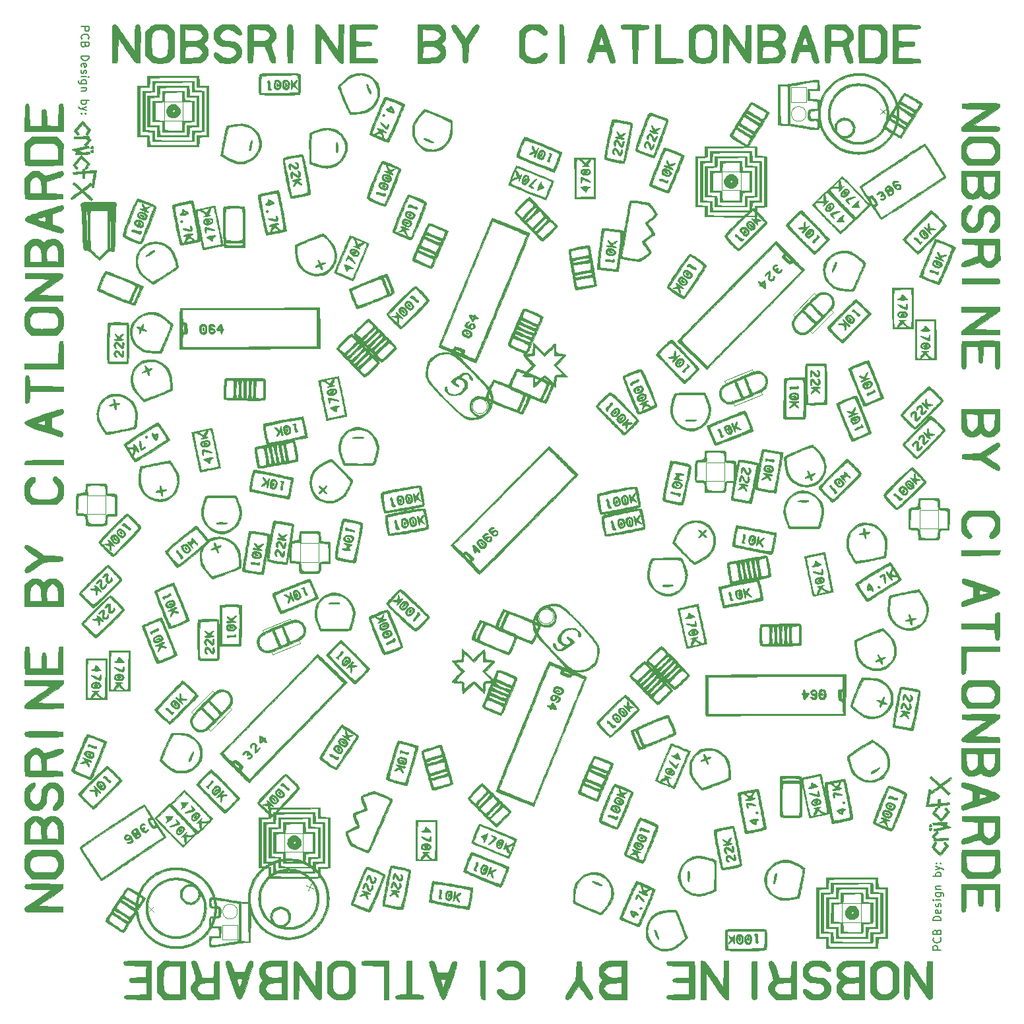
<source format=gbr>
%TF.GenerationSoftware,KiCad,Pcbnew,(5.1.6)-1*%
%TF.CreationDate,2020-10-30T22:14:25-05:00*%
%TF.ProjectId,NOSBRINE,4e4f5342-5249-44e4-952e-6b696361645f,rev?*%
%TF.SameCoordinates,Original*%
%TF.FileFunction,Legend,Top*%
%TF.FilePolarity,Positive*%
%FSLAX46Y46*%
G04 Gerber Fmt 4.6, Leading zero omitted, Abs format (unit mm)*
G04 Created by KiCad (PCBNEW (5.1.6)-1) date 2020-10-30 22:14:25*
%MOMM*%
%LPD*%
G01*
G04 APERTURE LIST*
%ADD10C,0.150000*%
%ADD11C,0.010000*%
%ADD12C,0.120000*%
G04 APERTURE END LIST*
D10*
X107487619Y-22658571D02*
X108487619Y-22658571D01*
X108487619Y-23039523D01*
X108440000Y-23134761D01*
X108392380Y-23182380D01*
X108297142Y-23230000D01*
X108154285Y-23230000D01*
X108059047Y-23182380D01*
X108011428Y-23134761D01*
X107963809Y-23039523D01*
X107963809Y-22658571D01*
X107582857Y-24230000D02*
X107535238Y-24182380D01*
X107487619Y-24039523D01*
X107487619Y-23944285D01*
X107535238Y-23801428D01*
X107630476Y-23706190D01*
X107725714Y-23658571D01*
X107916190Y-23610952D01*
X108059047Y-23610952D01*
X108249523Y-23658571D01*
X108344761Y-23706190D01*
X108440000Y-23801428D01*
X108487619Y-23944285D01*
X108487619Y-24039523D01*
X108440000Y-24182380D01*
X108392380Y-24230000D01*
X108011428Y-24991904D02*
X107963809Y-25134761D01*
X107916190Y-25182380D01*
X107820952Y-25230000D01*
X107678095Y-25230000D01*
X107582857Y-25182380D01*
X107535238Y-25134761D01*
X107487619Y-25039523D01*
X107487619Y-24658571D01*
X108487619Y-24658571D01*
X108487619Y-24991904D01*
X108440000Y-25087142D01*
X108392380Y-25134761D01*
X108297142Y-25182380D01*
X108201904Y-25182380D01*
X108106666Y-25134761D01*
X108059047Y-25087142D01*
X108011428Y-24991904D01*
X108011428Y-24658571D01*
X107487619Y-26420476D02*
X108487619Y-26420476D01*
X108487619Y-26658571D01*
X108440000Y-26801428D01*
X108344761Y-26896666D01*
X108249523Y-26944285D01*
X108059047Y-26991904D01*
X107916190Y-26991904D01*
X107725714Y-26944285D01*
X107630476Y-26896666D01*
X107535238Y-26801428D01*
X107487619Y-26658571D01*
X107487619Y-26420476D01*
X107535238Y-27801428D02*
X107487619Y-27706190D01*
X107487619Y-27515714D01*
X107535238Y-27420476D01*
X107630476Y-27372857D01*
X108011428Y-27372857D01*
X108106666Y-27420476D01*
X108154285Y-27515714D01*
X108154285Y-27706190D01*
X108106666Y-27801428D01*
X108011428Y-27849047D01*
X107916190Y-27849047D01*
X107820952Y-27372857D01*
X107535238Y-28230000D02*
X107487619Y-28325238D01*
X107487619Y-28515714D01*
X107535238Y-28610952D01*
X107630476Y-28658571D01*
X107678095Y-28658571D01*
X107773333Y-28610952D01*
X107820952Y-28515714D01*
X107820952Y-28372857D01*
X107868571Y-28277619D01*
X107963809Y-28230000D01*
X108011428Y-28230000D01*
X108106666Y-28277619D01*
X108154285Y-28372857D01*
X108154285Y-28515714D01*
X108106666Y-28610952D01*
X107487619Y-29087142D02*
X108154285Y-29087142D01*
X108487619Y-29087142D02*
X108440000Y-29039523D01*
X108392380Y-29087142D01*
X108440000Y-29134761D01*
X108487619Y-29087142D01*
X108392380Y-29087142D01*
X108154285Y-29991904D02*
X107344761Y-29991904D01*
X107249523Y-29944285D01*
X107201904Y-29896666D01*
X107154285Y-29801428D01*
X107154285Y-29658571D01*
X107201904Y-29563333D01*
X107535238Y-29991904D02*
X107487619Y-29896666D01*
X107487619Y-29706190D01*
X107535238Y-29610952D01*
X107582857Y-29563333D01*
X107678095Y-29515714D01*
X107963809Y-29515714D01*
X108059047Y-29563333D01*
X108106666Y-29610952D01*
X108154285Y-29706190D01*
X108154285Y-29896666D01*
X108106666Y-29991904D01*
X108154285Y-30468095D02*
X107487619Y-30468095D01*
X108059047Y-30468095D02*
X108106666Y-30515714D01*
X108154285Y-30610952D01*
X108154285Y-30753809D01*
X108106666Y-30849047D01*
X108011428Y-30896666D01*
X107487619Y-30896666D01*
X107487619Y-32134761D02*
X108487619Y-32134761D01*
X108106666Y-32134761D02*
X108154285Y-32230000D01*
X108154285Y-32420476D01*
X108106666Y-32515714D01*
X108059047Y-32563333D01*
X107963809Y-32610952D01*
X107678095Y-32610952D01*
X107582857Y-32563333D01*
X107535238Y-32515714D01*
X107487619Y-32420476D01*
X107487619Y-32230000D01*
X107535238Y-32134761D01*
X108154285Y-32944285D02*
X107487619Y-33182380D01*
X108154285Y-33420476D02*
X107487619Y-33182380D01*
X107249523Y-33087142D01*
X107201904Y-33039523D01*
X107154285Y-32944285D01*
X107582857Y-33801428D02*
X107535238Y-33849047D01*
X107487619Y-33801428D01*
X107535238Y-33753809D01*
X107582857Y-33801428D01*
X107487619Y-33801428D01*
X108106666Y-33801428D02*
X108059047Y-33849047D01*
X108011428Y-33801428D01*
X108059047Y-33753809D01*
X108106666Y-33801428D01*
X108011428Y-33801428D01*
X217812380Y-141151428D02*
X216812380Y-141151428D01*
X216812380Y-140770476D01*
X216860000Y-140675238D01*
X216907619Y-140627619D01*
X217002857Y-140580000D01*
X217145714Y-140580000D01*
X217240952Y-140627619D01*
X217288571Y-140675238D01*
X217336190Y-140770476D01*
X217336190Y-141151428D01*
X217717142Y-139580000D02*
X217764761Y-139627619D01*
X217812380Y-139770476D01*
X217812380Y-139865714D01*
X217764761Y-140008571D01*
X217669523Y-140103809D01*
X217574285Y-140151428D01*
X217383809Y-140199047D01*
X217240952Y-140199047D01*
X217050476Y-140151428D01*
X216955238Y-140103809D01*
X216860000Y-140008571D01*
X216812380Y-139865714D01*
X216812380Y-139770476D01*
X216860000Y-139627619D01*
X216907619Y-139580000D01*
X217288571Y-138818095D02*
X217336190Y-138675238D01*
X217383809Y-138627619D01*
X217479047Y-138580000D01*
X217621904Y-138580000D01*
X217717142Y-138627619D01*
X217764761Y-138675238D01*
X217812380Y-138770476D01*
X217812380Y-139151428D01*
X216812380Y-139151428D01*
X216812380Y-138818095D01*
X216860000Y-138722857D01*
X216907619Y-138675238D01*
X217002857Y-138627619D01*
X217098095Y-138627619D01*
X217193333Y-138675238D01*
X217240952Y-138722857D01*
X217288571Y-138818095D01*
X217288571Y-139151428D01*
X217812380Y-137389523D02*
X216812380Y-137389523D01*
X216812380Y-137151428D01*
X216860000Y-137008571D01*
X216955238Y-136913333D01*
X217050476Y-136865714D01*
X217240952Y-136818095D01*
X217383809Y-136818095D01*
X217574285Y-136865714D01*
X217669523Y-136913333D01*
X217764761Y-137008571D01*
X217812380Y-137151428D01*
X217812380Y-137389523D01*
X217764761Y-136008571D02*
X217812380Y-136103809D01*
X217812380Y-136294285D01*
X217764761Y-136389523D01*
X217669523Y-136437142D01*
X217288571Y-136437142D01*
X217193333Y-136389523D01*
X217145714Y-136294285D01*
X217145714Y-136103809D01*
X217193333Y-136008571D01*
X217288571Y-135960952D01*
X217383809Y-135960952D01*
X217479047Y-136437142D01*
X217764761Y-135580000D02*
X217812380Y-135484761D01*
X217812380Y-135294285D01*
X217764761Y-135199047D01*
X217669523Y-135151428D01*
X217621904Y-135151428D01*
X217526666Y-135199047D01*
X217479047Y-135294285D01*
X217479047Y-135437142D01*
X217431428Y-135532380D01*
X217336190Y-135580000D01*
X217288571Y-135580000D01*
X217193333Y-135532380D01*
X217145714Y-135437142D01*
X217145714Y-135294285D01*
X217193333Y-135199047D01*
X217812380Y-134722857D02*
X217145714Y-134722857D01*
X216812380Y-134722857D02*
X216860000Y-134770476D01*
X216907619Y-134722857D01*
X216860000Y-134675238D01*
X216812380Y-134722857D01*
X216907619Y-134722857D01*
X217145714Y-133818095D02*
X217955238Y-133818095D01*
X218050476Y-133865714D01*
X218098095Y-133913333D01*
X218145714Y-134008571D01*
X218145714Y-134151428D01*
X218098095Y-134246666D01*
X217764761Y-133818095D02*
X217812380Y-133913333D01*
X217812380Y-134103809D01*
X217764761Y-134199047D01*
X217717142Y-134246666D01*
X217621904Y-134294285D01*
X217336190Y-134294285D01*
X217240952Y-134246666D01*
X217193333Y-134199047D01*
X217145714Y-134103809D01*
X217145714Y-133913333D01*
X217193333Y-133818095D01*
X217145714Y-133341904D02*
X217812380Y-133341904D01*
X217240952Y-133341904D02*
X217193333Y-133294285D01*
X217145714Y-133199047D01*
X217145714Y-133056190D01*
X217193333Y-132960952D01*
X217288571Y-132913333D01*
X217812380Y-132913333D01*
X217812380Y-131675238D02*
X216812380Y-131675238D01*
X217193333Y-131675238D02*
X217145714Y-131580000D01*
X217145714Y-131389523D01*
X217193333Y-131294285D01*
X217240952Y-131246666D01*
X217336190Y-131199047D01*
X217621904Y-131199047D01*
X217717142Y-131246666D01*
X217764761Y-131294285D01*
X217812380Y-131389523D01*
X217812380Y-131580000D01*
X217764761Y-131675238D01*
X217145714Y-130865714D02*
X217812380Y-130627619D01*
X217145714Y-130389523D02*
X217812380Y-130627619D01*
X218050476Y-130722857D01*
X218098095Y-130770476D01*
X218145714Y-130865714D01*
X217717142Y-130008571D02*
X217764761Y-129960952D01*
X217812380Y-130008571D01*
X217764761Y-130056190D01*
X217717142Y-130008571D01*
X217812380Y-130008571D01*
X217193333Y-130008571D02*
X217240952Y-129960952D01*
X217288571Y-130008571D01*
X217240952Y-130056190D01*
X217193333Y-130008571D01*
X217288571Y-130008571D01*
D11*
%TO.C,G\u002A\u002A\u002A*%
G36*
X108987794Y-38648275D02*
G01*
X108978503Y-38737611D01*
X108970696Y-38803642D01*
X108965916Y-38833431D01*
X108965637Y-38833943D01*
X108928855Y-38836666D01*
X108866783Y-38820919D01*
X108798360Y-38793319D01*
X108742528Y-38760486D01*
X108733314Y-38752757D01*
X108685186Y-38687733D01*
X108667038Y-38618916D01*
X108679316Y-38560614D01*
X108722465Y-38527138D01*
X108726246Y-38526185D01*
X108787195Y-38512707D01*
X108869261Y-38494976D01*
X108894598Y-38489572D01*
X109005744Y-38465950D01*
X108987794Y-38648275D01*
G37*
X108987794Y-38648275D02*
X108978503Y-38737611D01*
X108970696Y-38803642D01*
X108965916Y-38833431D01*
X108965637Y-38833943D01*
X108928855Y-38836666D01*
X108866783Y-38820919D01*
X108798360Y-38793319D01*
X108742528Y-38760486D01*
X108733314Y-38752757D01*
X108685186Y-38687733D01*
X108667038Y-38618916D01*
X108679316Y-38560614D01*
X108722465Y-38527138D01*
X108726246Y-38526185D01*
X108787195Y-38512707D01*
X108869261Y-38494976D01*
X108894598Y-38489572D01*
X109005744Y-38465950D01*
X108987794Y-38648275D01*
G36*
X109036454Y-38269207D02*
G01*
X108993683Y-38279306D01*
X108909326Y-38283604D01*
X108862449Y-38283954D01*
X108758768Y-38282457D01*
X108698175Y-38272627D01*
X108672908Y-38246458D01*
X108675205Y-38195943D01*
X108697189Y-38113471D01*
X108743455Y-38027138D01*
X108816763Y-37970109D01*
X108888769Y-37953423D01*
X108925492Y-37963330D01*
X108954730Y-38000258D01*
X108984560Y-38075021D01*
X108988516Y-38086907D01*
X109015107Y-38167113D01*
X109036229Y-38229633D01*
X109044131Y-38252172D01*
X109036454Y-38269207D01*
G37*
X109036454Y-38269207D02*
X108993683Y-38279306D01*
X108909326Y-38283604D01*
X108862449Y-38283954D01*
X108758768Y-38282457D01*
X108698175Y-38272627D01*
X108672908Y-38246458D01*
X108675205Y-38195943D01*
X108697189Y-38113471D01*
X108743455Y-38027138D01*
X108816763Y-37970109D01*
X108888769Y-37953423D01*
X108925492Y-37963330D01*
X108954730Y-38000258D01*
X108984560Y-38075021D01*
X108988516Y-38086907D01*
X109015107Y-38167113D01*
X109036229Y-38229633D01*
X109044131Y-38252172D01*
X109036454Y-38269207D01*
G36*
X108640599Y-37313780D02*
G01*
X108579225Y-37382372D01*
X108500172Y-37467313D01*
X108410415Y-37561510D01*
X108316928Y-37657867D01*
X108226683Y-37749289D01*
X108146655Y-37828683D01*
X108083817Y-37888954D01*
X108045144Y-37923006D01*
X108036843Y-37927998D01*
X108009503Y-37911227D01*
X107961418Y-37868627D01*
X107933092Y-37840444D01*
X107848232Y-37752890D01*
X108090573Y-37495995D01*
X108332915Y-37239100D01*
X108071541Y-36993310D01*
X107339447Y-37031546D01*
X107152039Y-37041004D01*
X106981789Y-37048962D01*
X106835121Y-37055171D01*
X106718461Y-37059382D01*
X106638236Y-37061344D01*
X106600871Y-37060808D01*
X106599012Y-37060302D01*
X106590790Y-37031738D01*
X106579294Y-36969817D01*
X106573112Y-36929860D01*
X106565906Y-36849514D01*
X106574968Y-36807848D01*
X106588924Y-36797228D01*
X106621279Y-36792893D01*
X106698401Y-36785775D01*
X106814312Y-36776330D01*
X106963031Y-36765014D01*
X107138578Y-36752283D01*
X107334973Y-36738594D01*
X107524894Y-36725813D01*
X107791447Y-36708777D01*
X108009474Y-36696213D01*
X108181094Y-36688045D01*
X108308428Y-36684199D01*
X108393597Y-36684598D01*
X108438721Y-36689168D01*
X108447073Y-36693180D01*
X108457535Y-36733021D01*
X108461864Y-36803357D01*
X108461127Y-36843936D01*
X108460435Y-36910393D01*
X108470746Y-36958789D01*
X108499843Y-37004437D01*
X108555511Y-37062652D01*
X108588319Y-37094183D01*
X108721033Y-37220783D01*
X108640599Y-37313780D01*
G37*
X108640599Y-37313780D02*
X108579225Y-37382372D01*
X108500172Y-37467313D01*
X108410415Y-37561510D01*
X108316928Y-37657867D01*
X108226683Y-37749289D01*
X108146655Y-37828683D01*
X108083817Y-37888954D01*
X108045144Y-37923006D01*
X108036843Y-37927998D01*
X108009503Y-37911227D01*
X107961418Y-37868627D01*
X107933092Y-37840444D01*
X107848232Y-37752890D01*
X108090573Y-37495995D01*
X108332915Y-37239100D01*
X108071541Y-36993310D01*
X107339447Y-37031546D01*
X107152039Y-37041004D01*
X106981789Y-37048962D01*
X106835121Y-37055171D01*
X106718461Y-37059382D01*
X106638236Y-37061344D01*
X106600871Y-37060808D01*
X106599012Y-37060302D01*
X106590790Y-37031738D01*
X106579294Y-36969817D01*
X106573112Y-36929860D01*
X106565906Y-36849514D01*
X106574968Y-36807848D01*
X106588924Y-36797228D01*
X106621279Y-36792893D01*
X106698401Y-36785775D01*
X106814312Y-36776330D01*
X106963031Y-36765014D01*
X107138578Y-36752283D01*
X107334973Y-36738594D01*
X107524894Y-36725813D01*
X107791447Y-36708777D01*
X108009474Y-36696213D01*
X108181094Y-36688045D01*
X108308428Y-36684199D01*
X108393597Y-36684598D01*
X108438721Y-36689168D01*
X108447073Y-36693180D01*
X108457535Y-36733021D01*
X108461864Y-36803357D01*
X108461127Y-36843936D01*
X108460435Y-36910393D01*
X108470746Y-36958789D01*
X108499843Y-37004437D01*
X108555511Y-37062652D01*
X108588319Y-37094183D01*
X108721033Y-37220783D01*
X108640599Y-37313780D01*
G36*
X108492384Y-36209443D02*
G01*
X108422309Y-36332153D01*
X108360817Y-36437735D01*
X108312237Y-36518923D01*
X108280898Y-36568451D01*
X108271310Y-36580450D01*
X108238588Y-36568803D01*
X108181541Y-36540613D01*
X108118736Y-36506006D01*
X108068739Y-36475110D01*
X108050543Y-36460043D01*
X108058135Y-36431931D01*
X108087308Y-36369096D01*
X108133578Y-36280478D01*
X108192459Y-36175016D01*
X108200577Y-36160931D01*
X108362347Y-35881251D01*
X107995058Y-35513277D01*
X107870108Y-35388805D01*
X107775704Y-35296954D01*
X107707035Y-35233797D01*
X107659292Y-35195407D01*
X107627664Y-35177856D01*
X107607340Y-35177217D01*
X107595401Y-35186986D01*
X107569514Y-35218422D01*
X107516073Y-35281938D01*
X107440615Y-35371003D01*
X107348674Y-35479086D01*
X107245788Y-35599657D01*
X107224039Y-35625098D01*
X106885045Y-36021527D01*
X107039485Y-36215004D01*
X107193926Y-36408482D01*
X107086232Y-36493703D01*
X107018325Y-36542658D01*
X106976102Y-36559152D01*
X106950425Y-36547905D01*
X106920274Y-36512049D01*
X106869751Y-36449373D01*
X106805935Y-36368938D01*
X106735905Y-36279803D01*
X106666738Y-36191029D01*
X106605515Y-36111677D01*
X106559312Y-36050807D01*
X106535208Y-36017480D01*
X106533303Y-36013994D01*
X106549187Y-35993380D01*
X106594254Y-35938738D01*
X106664623Y-35854676D01*
X106756414Y-35745800D01*
X106865747Y-35616719D01*
X106988741Y-35472038D01*
X107071135Y-35375376D01*
X107608968Y-34745051D01*
X108155661Y-35291743D01*
X108702353Y-35838436D01*
X108492384Y-36209443D01*
G37*
X108492384Y-36209443D02*
X108422309Y-36332153D01*
X108360817Y-36437735D01*
X108312237Y-36518923D01*
X108280898Y-36568451D01*
X108271310Y-36580450D01*
X108238588Y-36568803D01*
X108181541Y-36540613D01*
X108118736Y-36506006D01*
X108068739Y-36475110D01*
X108050543Y-36460043D01*
X108058135Y-36431931D01*
X108087308Y-36369096D01*
X108133578Y-36280478D01*
X108192459Y-36175016D01*
X108200577Y-36160931D01*
X108362347Y-35881251D01*
X107995058Y-35513277D01*
X107870108Y-35388805D01*
X107775704Y-35296954D01*
X107707035Y-35233797D01*
X107659292Y-35195407D01*
X107627664Y-35177856D01*
X107607340Y-35177217D01*
X107595401Y-35186986D01*
X107569514Y-35218422D01*
X107516073Y-35281938D01*
X107440615Y-35371003D01*
X107348674Y-35479086D01*
X107245788Y-35599657D01*
X107224039Y-35625098D01*
X106885045Y-36021527D01*
X107039485Y-36215004D01*
X107193926Y-36408482D01*
X107086232Y-36493703D01*
X107018325Y-36542658D01*
X106976102Y-36559152D01*
X106950425Y-36547905D01*
X106920274Y-36512049D01*
X106869751Y-36449373D01*
X106805935Y-36368938D01*
X106735905Y-36279803D01*
X106666738Y-36191029D01*
X106605515Y-36111677D01*
X106559312Y-36050807D01*
X106535208Y-36017480D01*
X106533303Y-36013994D01*
X106549187Y-35993380D01*
X106594254Y-35938738D01*
X106664623Y-35854676D01*
X106756414Y-35745800D01*
X106865747Y-35616719D01*
X106988741Y-35472038D01*
X107071135Y-35375376D01*
X107608968Y-34745051D01*
X108155661Y-35291743D01*
X108702353Y-35838436D01*
X108492384Y-36209443D01*
G36*
X108365257Y-40582616D02*
G01*
X108294514Y-40705477D01*
X108231355Y-40811155D01*
X108180327Y-40892356D01*
X108145978Y-40941787D01*
X108133937Y-40953623D01*
X108103685Y-40942352D01*
X108047229Y-40914712D01*
X107982286Y-40879965D01*
X107926570Y-40847372D01*
X107910691Y-40836912D01*
X107919540Y-40814075D01*
X107949623Y-40755682D01*
X107996470Y-40670056D01*
X108055610Y-40565516D01*
X108068701Y-40542757D01*
X108235009Y-40254424D01*
X107873924Y-39892112D01*
X107763685Y-39782196D01*
X107665729Y-39685857D01*
X107585636Y-39608473D01*
X107528987Y-39555423D01*
X107501360Y-39532085D01*
X107499798Y-39531458D01*
X107479482Y-39550412D01*
X107433003Y-39601158D01*
X107366796Y-39676465D01*
X107287299Y-39769100D01*
X107267836Y-39792068D01*
X107169199Y-39908618D01*
X107066180Y-40030139D01*
X106971521Y-40141610D01*
X106902906Y-40222221D01*
X106756897Y-40393421D01*
X106911285Y-40586833D01*
X107065673Y-40780244D01*
X106996535Y-40835755D01*
X106936625Y-40883414D01*
X106887885Y-40921480D01*
X106886990Y-40922165D01*
X106866747Y-40929615D01*
X106840430Y-40919403D01*
X106802556Y-40886354D01*
X106747642Y-40825292D01*
X106670203Y-40731042D01*
X106626380Y-40676214D01*
X106546819Y-40575483D01*
X106480053Y-40489611D01*
X106431806Y-40426063D01*
X106407802Y-40392307D01*
X106406176Y-40389005D01*
X106422061Y-40367880D01*
X106467131Y-40312749D01*
X106537502Y-40228238D01*
X106629295Y-40118973D01*
X106738627Y-39989581D01*
X106861616Y-39844689D01*
X106943784Y-39748211D01*
X107481393Y-39117776D01*
X108028310Y-39664692D01*
X108575226Y-40211609D01*
X108365257Y-40582616D01*
G37*
X108365257Y-40582616D02*
X108294514Y-40705477D01*
X108231355Y-40811155D01*
X108180327Y-40892356D01*
X108145978Y-40941787D01*
X108133937Y-40953623D01*
X108103685Y-40942352D01*
X108047229Y-40914712D01*
X107982286Y-40879965D01*
X107926570Y-40847372D01*
X107910691Y-40836912D01*
X107919540Y-40814075D01*
X107949623Y-40755682D01*
X107996470Y-40670056D01*
X108055610Y-40565516D01*
X108068701Y-40542757D01*
X108235009Y-40254424D01*
X107873924Y-39892112D01*
X107763685Y-39782196D01*
X107665729Y-39685857D01*
X107585636Y-39608473D01*
X107528987Y-39555423D01*
X107501360Y-39532085D01*
X107499798Y-39531458D01*
X107479482Y-39550412D01*
X107433003Y-39601158D01*
X107366796Y-39676465D01*
X107287299Y-39769100D01*
X107267836Y-39792068D01*
X107169199Y-39908618D01*
X107066180Y-40030139D01*
X106971521Y-40141610D01*
X106902906Y-40222221D01*
X106756897Y-40393421D01*
X106911285Y-40586833D01*
X107065673Y-40780244D01*
X106996535Y-40835755D01*
X106936625Y-40883414D01*
X106887885Y-40921480D01*
X106886990Y-40922165D01*
X106866747Y-40929615D01*
X106840430Y-40919403D01*
X106802556Y-40886354D01*
X106747642Y-40825292D01*
X106670203Y-40731042D01*
X106626380Y-40676214D01*
X106546819Y-40575483D01*
X106480053Y-40489611D01*
X106431806Y-40426063D01*
X106407802Y-40392307D01*
X106406176Y-40389005D01*
X106422061Y-40367880D01*
X106467131Y-40312749D01*
X106537502Y-40228238D01*
X106629295Y-40118973D01*
X106738627Y-39989581D01*
X106861616Y-39844689D01*
X106943784Y-39748211D01*
X107481393Y-39117776D01*
X108028310Y-39664692D01*
X108575226Y-40211609D01*
X108365257Y-40582616D01*
G36*
X108558909Y-38980044D02*
G01*
X108554535Y-38991839D01*
X108526114Y-38996794D01*
X108452774Y-39003368D01*
X108340411Y-39011202D01*
X108194917Y-39019940D01*
X108022188Y-39029225D01*
X107828117Y-39038699D01*
X107648885Y-39046716D01*
X106759851Y-39084855D01*
X106746405Y-39031166D01*
X106739322Y-38967803D01*
X106741189Y-38891326D01*
X106748467Y-38841750D01*
X106766951Y-38814651D01*
X106809899Y-38801123D01*
X106888334Y-38792462D01*
X107027249Y-38779749D01*
X106697643Y-38629963D01*
X106541636Y-38558952D01*
X106426517Y-38505986D01*
X106346853Y-38468134D01*
X106297208Y-38442468D01*
X106272147Y-38426056D01*
X106266236Y-38415971D01*
X106274039Y-38409281D01*
X106282182Y-38405997D01*
X106313790Y-38397691D01*
X106389613Y-38379336D01*
X106504291Y-38352186D01*
X106652459Y-38317492D01*
X106828756Y-38276510D01*
X107027817Y-38230491D01*
X107244282Y-38180689D01*
X107354927Y-38155318D01*
X107615896Y-38095840D01*
X107831508Y-38047440D01*
X108005858Y-38009336D01*
X108143037Y-37980746D01*
X108247138Y-37960889D01*
X108322253Y-37948983D01*
X108372477Y-37944247D01*
X108401900Y-37945899D01*
X108414492Y-37952951D01*
X108434912Y-38002849D01*
X108451209Y-38070015D01*
X108459668Y-38133772D01*
X108456575Y-38173442D01*
X108454619Y-38176318D01*
X108427020Y-38185585D01*
X108356372Y-38204516D01*
X108249213Y-38231497D01*
X108112077Y-38264914D01*
X107951502Y-38303151D01*
X107774023Y-38344595D01*
X107764158Y-38346876D01*
X107087993Y-38503138D01*
X107369502Y-38635182D01*
X107651012Y-38767226D01*
X108534978Y-38733878D01*
X108553065Y-38854489D01*
X108560497Y-38928510D01*
X108558909Y-38980044D01*
G37*
X108558909Y-38980044D02*
X108554535Y-38991839D01*
X108526114Y-38996794D01*
X108452774Y-39003368D01*
X108340411Y-39011202D01*
X108194917Y-39019940D01*
X108022188Y-39029225D01*
X107828117Y-39038699D01*
X107648885Y-39046716D01*
X106759851Y-39084855D01*
X106746405Y-39031166D01*
X106739322Y-38967803D01*
X106741189Y-38891326D01*
X106748467Y-38841750D01*
X106766951Y-38814651D01*
X106809899Y-38801123D01*
X106888334Y-38792462D01*
X107027249Y-38779749D01*
X106697643Y-38629963D01*
X106541636Y-38558952D01*
X106426517Y-38505986D01*
X106346853Y-38468134D01*
X106297208Y-38442468D01*
X106272147Y-38426056D01*
X106266236Y-38415971D01*
X106274039Y-38409281D01*
X106282182Y-38405997D01*
X106313790Y-38397691D01*
X106389613Y-38379336D01*
X106504291Y-38352186D01*
X106652459Y-38317492D01*
X106828756Y-38276510D01*
X107027817Y-38230491D01*
X107244282Y-38180689D01*
X107354927Y-38155318D01*
X107615896Y-38095840D01*
X107831508Y-38047440D01*
X108005858Y-38009336D01*
X108143037Y-37980746D01*
X108247138Y-37960889D01*
X108322253Y-37948983D01*
X108372477Y-37944247D01*
X108401900Y-37945899D01*
X108414492Y-37952951D01*
X108434912Y-38002849D01*
X108451209Y-38070015D01*
X108459668Y-38133772D01*
X108456575Y-38173442D01*
X108454619Y-38176318D01*
X108427020Y-38185585D01*
X108356372Y-38204516D01*
X108249213Y-38231497D01*
X108112077Y-38264914D01*
X107951502Y-38303151D01*
X107774023Y-38344595D01*
X107764158Y-38346876D01*
X107087993Y-38503138D01*
X107369502Y-38635182D01*
X107651012Y-38767226D01*
X108534978Y-38733878D01*
X108553065Y-38854489D01*
X108560497Y-38928510D01*
X108558909Y-38980044D01*
G36*
X109414500Y-41109707D02*
G01*
X109404916Y-41181057D01*
X109388568Y-41292077D01*
X109366266Y-41437523D01*
X109338821Y-41612153D01*
X109307043Y-41810724D01*
X109271740Y-42027993D01*
X109251931Y-42148618D01*
X109214767Y-42374676D01*
X109180268Y-42585645D01*
X109149303Y-42776136D01*
X109122737Y-42940761D01*
X109101439Y-43074134D01*
X109086277Y-43170867D01*
X109078117Y-43225571D01*
X109076931Y-43235555D01*
X109052950Y-43260238D01*
X108986956Y-43266250D01*
X108884399Y-43253163D01*
X108875178Y-43251358D01*
X108828406Y-43239762D01*
X108806809Y-43219870D01*
X108804011Y-43177131D01*
X108812219Y-43107694D01*
X108829157Y-42980009D01*
X108717316Y-43058099D01*
X108601922Y-43139801D01*
X108475588Y-43231155D01*
X108344742Y-43327298D01*
X108215811Y-43423370D01*
X108095222Y-43514508D01*
X107989402Y-43595850D01*
X107904779Y-43662535D01*
X107847779Y-43709702D01*
X107824831Y-43732488D01*
X107824664Y-43733318D01*
X107843614Y-43754710D01*
X107895737Y-43805605D01*
X107976308Y-43881598D01*
X108080601Y-43978286D01*
X108203892Y-44091266D01*
X108341455Y-44216133D01*
X108381837Y-44252581D01*
X108522120Y-44380153D01*
X108648816Y-44497501D01*
X108757299Y-44600171D01*
X108842944Y-44683706D01*
X108901125Y-44743650D01*
X108927216Y-44775547D01*
X108928136Y-44778865D01*
X108906427Y-44811892D01*
X108861081Y-44863505D01*
X108839147Y-44885918D01*
X108758028Y-44966260D01*
X108173243Y-44435562D01*
X108028052Y-44304854D01*
X107894260Y-44186425D01*
X107776628Y-44084332D01*
X107679920Y-44002631D01*
X107608898Y-43945379D01*
X107568322Y-43916634D01*
X107561173Y-43914107D01*
X107534573Y-43930964D01*
X107472293Y-43974277D01*
X107379559Y-44040292D01*
X107261596Y-44125257D01*
X107123630Y-44225419D01*
X106970886Y-44337025D01*
X106904528Y-44385716D01*
X106723084Y-44519099D01*
X106578139Y-44624808D01*
X106464887Y-44704836D01*
X106378525Y-44761170D01*
X106314247Y-44795802D01*
X106267249Y-44810723D01*
X106232727Y-44807922D01*
X106205876Y-44789389D01*
X106181891Y-44757115D01*
X106155968Y-44713090D01*
X106147848Y-44699165D01*
X106105637Y-44627481D01*
X106727024Y-44172124D01*
X106881831Y-44057932D01*
X107022098Y-43953023D01*
X107142883Y-43861209D01*
X107239244Y-43786302D01*
X107306239Y-43732113D01*
X107338927Y-43702453D01*
X107341308Y-43698353D01*
X107321099Y-43676801D01*
X107268345Y-43626484D01*
X107188495Y-43552434D01*
X107086998Y-43459680D01*
X106969305Y-43353253D01*
X106901972Y-43292797D01*
X106773960Y-43177962D01*
X106655451Y-43071317D01*
X106552818Y-42978623D01*
X106472432Y-42905642D01*
X106420667Y-42858135D01*
X106408235Y-42846437D01*
X106346731Y-42787217D01*
X106437965Y-42686231D01*
X106529200Y-42585246D01*
X107046116Y-43050078D01*
X107182663Y-43172417D01*
X107307232Y-43283166D01*
X107414735Y-43377869D01*
X107500082Y-43452071D01*
X107558185Y-43501317D01*
X107583954Y-43521150D01*
X107584338Y-43521301D01*
X107609692Y-43508548D01*
X107670327Y-43469343D01*
X107760694Y-43407542D01*
X107875241Y-43327000D01*
X108008417Y-43231572D01*
X108154015Y-43125597D01*
X108702387Y-42723504D01*
X108772934Y-42808009D01*
X108843482Y-42892514D01*
X108859555Y-42806602D01*
X108867952Y-42758677D01*
X108883260Y-42668294D01*
X108904189Y-42543182D01*
X108929452Y-42391069D01*
X108957761Y-42219683D01*
X108984075Y-42059629D01*
X109016867Y-41857606D01*
X109041419Y-41700226D01*
X109058296Y-41582049D01*
X109068067Y-41497636D01*
X109071297Y-41441549D01*
X109068555Y-41408348D01*
X109060405Y-41392593D01*
X109053923Y-41389416D01*
X109017122Y-41388294D01*
X108939054Y-41390707D01*
X108829133Y-41396053D01*
X108696776Y-41403731D01*
X108551398Y-41413141D01*
X108402413Y-41423682D01*
X108259237Y-41434754D01*
X108131285Y-41445755D01*
X108055564Y-41453119D01*
X107912459Y-41468000D01*
X107894350Y-41771420D01*
X107876240Y-42074840D01*
X107745062Y-42067234D01*
X107613883Y-42059629D01*
X107622671Y-41770815D01*
X107631458Y-41482000D01*
X107482831Y-41497169D01*
X107402022Y-41505586D01*
X107284974Y-41517998D01*
X107145999Y-41532878D01*
X106999408Y-41548698D01*
X106965535Y-41552373D01*
X106830428Y-41567007D01*
X106710444Y-41579933D01*
X106616095Y-41590023D01*
X106557888Y-41596151D01*
X106547596Y-41597190D01*
X106499068Y-41578401D01*
X106446551Y-41511485D01*
X106439957Y-41500270D01*
X106404959Y-41435820D01*
X106383891Y-41390336D01*
X106381169Y-41380479D01*
X106398263Y-41362634D01*
X106452264Y-41344323D01*
X106546016Y-41325042D01*
X106682362Y-41304288D01*
X106864148Y-41281556D01*
X107062324Y-41259688D01*
X107217714Y-41243548D01*
X107358072Y-41229459D01*
X107474653Y-41218261D01*
X107558714Y-41210791D01*
X107601509Y-41207888D01*
X107602615Y-41207878D01*
X107632321Y-41200735D01*
X107647131Y-41171063D01*
X107651853Y-41106492D01*
X107652022Y-41080750D01*
X107652022Y-40953623D01*
X107931701Y-40953623D01*
X107931701Y-41189003D01*
X108052472Y-41174089D01*
X108124549Y-41166568D01*
X108230774Y-41157286D01*
X108363160Y-41146774D01*
X108513719Y-41135565D01*
X108674461Y-41124191D01*
X108837399Y-41113183D01*
X108994544Y-41103073D01*
X109137908Y-41094393D01*
X109259503Y-41087676D01*
X109351339Y-41083452D01*
X109405430Y-41082254D01*
X109416511Y-41083270D01*
X109414500Y-41109707D01*
G37*
X109414500Y-41109707D02*
X109404916Y-41181057D01*
X109388568Y-41292077D01*
X109366266Y-41437523D01*
X109338821Y-41612153D01*
X109307043Y-41810724D01*
X109271740Y-42027993D01*
X109251931Y-42148618D01*
X109214767Y-42374676D01*
X109180268Y-42585645D01*
X109149303Y-42776136D01*
X109122737Y-42940761D01*
X109101439Y-43074134D01*
X109086277Y-43170867D01*
X109078117Y-43225571D01*
X109076931Y-43235555D01*
X109052950Y-43260238D01*
X108986956Y-43266250D01*
X108884399Y-43253163D01*
X108875178Y-43251358D01*
X108828406Y-43239762D01*
X108806809Y-43219870D01*
X108804011Y-43177131D01*
X108812219Y-43107694D01*
X108829157Y-42980009D01*
X108717316Y-43058099D01*
X108601922Y-43139801D01*
X108475588Y-43231155D01*
X108344742Y-43327298D01*
X108215811Y-43423370D01*
X108095222Y-43514508D01*
X107989402Y-43595850D01*
X107904779Y-43662535D01*
X107847779Y-43709702D01*
X107824831Y-43732488D01*
X107824664Y-43733318D01*
X107843614Y-43754710D01*
X107895737Y-43805605D01*
X107976308Y-43881598D01*
X108080601Y-43978286D01*
X108203892Y-44091266D01*
X108341455Y-44216133D01*
X108381837Y-44252581D01*
X108522120Y-44380153D01*
X108648816Y-44497501D01*
X108757299Y-44600171D01*
X108842944Y-44683706D01*
X108901125Y-44743650D01*
X108927216Y-44775547D01*
X108928136Y-44778865D01*
X108906427Y-44811892D01*
X108861081Y-44863505D01*
X108839147Y-44885918D01*
X108758028Y-44966260D01*
X108173243Y-44435562D01*
X108028052Y-44304854D01*
X107894260Y-44186425D01*
X107776628Y-44084332D01*
X107679920Y-44002631D01*
X107608898Y-43945379D01*
X107568322Y-43916634D01*
X107561173Y-43914107D01*
X107534573Y-43930964D01*
X107472293Y-43974277D01*
X107379559Y-44040292D01*
X107261596Y-44125257D01*
X107123630Y-44225419D01*
X106970886Y-44337025D01*
X106904528Y-44385716D01*
X106723084Y-44519099D01*
X106578139Y-44624808D01*
X106464887Y-44704836D01*
X106378525Y-44761170D01*
X106314247Y-44795802D01*
X106267249Y-44810723D01*
X106232727Y-44807922D01*
X106205876Y-44789389D01*
X106181891Y-44757115D01*
X106155968Y-44713090D01*
X106147848Y-44699165D01*
X106105637Y-44627481D01*
X106727024Y-44172124D01*
X106881831Y-44057932D01*
X107022098Y-43953023D01*
X107142883Y-43861209D01*
X107239244Y-43786302D01*
X107306239Y-43732113D01*
X107338927Y-43702453D01*
X107341308Y-43698353D01*
X107321099Y-43676801D01*
X107268345Y-43626484D01*
X107188495Y-43552434D01*
X107086998Y-43459680D01*
X106969305Y-43353253D01*
X106901972Y-43292797D01*
X106773960Y-43177962D01*
X106655451Y-43071317D01*
X106552818Y-42978623D01*
X106472432Y-42905642D01*
X106420667Y-42858135D01*
X106408235Y-42846437D01*
X106346731Y-42787217D01*
X106437965Y-42686231D01*
X106529200Y-42585246D01*
X107046116Y-43050078D01*
X107182663Y-43172417D01*
X107307232Y-43283166D01*
X107414735Y-43377869D01*
X107500082Y-43452071D01*
X107558185Y-43501317D01*
X107583954Y-43521150D01*
X107584338Y-43521301D01*
X107609692Y-43508548D01*
X107670327Y-43469343D01*
X107760694Y-43407542D01*
X107875241Y-43327000D01*
X108008417Y-43231572D01*
X108154015Y-43125597D01*
X108702387Y-42723504D01*
X108772934Y-42808009D01*
X108843482Y-42892514D01*
X108859555Y-42806602D01*
X108867952Y-42758677D01*
X108883260Y-42668294D01*
X108904189Y-42543182D01*
X108929452Y-42391069D01*
X108957761Y-42219683D01*
X108984075Y-42059629D01*
X109016867Y-41857606D01*
X109041419Y-41700226D01*
X109058296Y-41582049D01*
X109068067Y-41497636D01*
X109071297Y-41441549D01*
X109068555Y-41408348D01*
X109060405Y-41392593D01*
X109053923Y-41389416D01*
X109017122Y-41388294D01*
X108939054Y-41390707D01*
X108829133Y-41396053D01*
X108696776Y-41403731D01*
X108551398Y-41413141D01*
X108402413Y-41423682D01*
X108259237Y-41434754D01*
X108131285Y-41445755D01*
X108055564Y-41453119D01*
X107912459Y-41468000D01*
X107894350Y-41771420D01*
X107876240Y-42074840D01*
X107745062Y-42067234D01*
X107613883Y-42059629D01*
X107622671Y-41770815D01*
X107631458Y-41482000D01*
X107482831Y-41497169D01*
X107402022Y-41505586D01*
X107284974Y-41517998D01*
X107145999Y-41532878D01*
X106999408Y-41548698D01*
X106965535Y-41552373D01*
X106830428Y-41567007D01*
X106710444Y-41579933D01*
X106616095Y-41590023D01*
X106557888Y-41596151D01*
X106547596Y-41597190D01*
X106499068Y-41578401D01*
X106446551Y-41511485D01*
X106439957Y-41500270D01*
X106404959Y-41435820D01*
X106383891Y-41390336D01*
X106381169Y-41380479D01*
X106398263Y-41362634D01*
X106452264Y-41344323D01*
X106546016Y-41325042D01*
X106682362Y-41304288D01*
X106864148Y-41281556D01*
X107062324Y-41259688D01*
X107217714Y-41243548D01*
X107358072Y-41229459D01*
X107474653Y-41218261D01*
X107558714Y-41210791D01*
X107601509Y-41207888D01*
X107602615Y-41207878D01*
X107632321Y-41200735D01*
X107647131Y-41171063D01*
X107651853Y-41106492D01*
X107652022Y-41080750D01*
X107652022Y-40953623D01*
X107931701Y-40953623D01*
X107931701Y-41189003D01*
X108052472Y-41174089D01*
X108124549Y-41166568D01*
X108230774Y-41157286D01*
X108363160Y-41146774D01*
X108513719Y-41135565D01*
X108674461Y-41124191D01*
X108837399Y-41113183D01*
X108994544Y-41103073D01*
X109137908Y-41094393D01*
X109259503Y-41087676D01*
X109351339Y-41083452D01*
X109405430Y-41082254D01*
X109416511Y-41083270D01*
X109414500Y-41109707D01*
G36*
X215885500Y-122700293D02*
G01*
X215895084Y-122628943D01*
X215911432Y-122517923D01*
X215933734Y-122372477D01*
X215961179Y-122197847D01*
X215992957Y-121999276D01*
X216028260Y-121782007D01*
X216048069Y-121661382D01*
X216085233Y-121435324D01*
X216119732Y-121224355D01*
X216150697Y-121033864D01*
X216177263Y-120869239D01*
X216198561Y-120735866D01*
X216213723Y-120639133D01*
X216221883Y-120584429D01*
X216223069Y-120574445D01*
X216247050Y-120549762D01*
X216313044Y-120543750D01*
X216415601Y-120556837D01*
X216424822Y-120558642D01*
X216471594Y-120570238D01*
X216493191Y-120590130D01*
X216495989Y-120632869D01*
X216487781Y-120702306D01*
X216470843Y-120829991D01*
X216582684Y-120751901D01*
X216698078Y-120670199D01*
X216824412Y-120578845D01*
X216955258Y-120482702D01*
X217084189Y-120386630D01*
X217204778Y-120295492D01*
X217310598Y-120214150D01*
X217395221Y-120147465D01*
X217452221Y-120100298D01*
X217475169Y-120077512D01*
X217475336Y-120076682D01*
X217456386Y-120055290D01*
X217404263Y-120004395D01*
X217323692Y-119928402D01*
X217219399Y-119831714D01*
X217096108Y-119718734D01*
X216958545Y-119593867D01*
X216918163Y-119557419D01*
X216777880Y-119429847D01*
X216651184Y-119312499D01*
X216542701Y-119209829D01*
X216457056Y-119126294D01*
X216398875Y-119066350D01*
X216372784Y-119034453D01*
X216371864Y-119031135D01*
X216393573Y-118998108D01*
X216438919Y-118946495D01*
X216460853Y-118924082D01*
X216541972Y-118843740D01*
X217126757Y-119374438D01*
X217271948Y-119505146D01*
X217405740Y-119623575D01*
X217523372Y-119725668D01*
X217620080Y-119807369D01*
X217691102Y-119864621D01*
X217731678Y-119893366D01*
X217738827Y-119895893D01*
X217765427Y-119879036D01*
X217827707Y-119835723D01*
X217920441Y-119769708D01*
X218038404Y-119684743D01*
X218176370Y-119584581D01*
X218329114Y-119472975D01*
X218395472Y-119424284D01*
X218576916Y-119290901D01*
X218721861Y-119185192D01*
X218835113Y-119105164D01*
X218921475Y-119048830D01*
X218985753Y-119014198D01*
X219032751Y-118999277D01*
X219067273Y-119002078D01*
X219094124Y-119020611D01*
X219118109Y-119052885D01*
X219144032Y-119096910D01*
X219152152Y-119110835D01*
X219194363Y-119182519D01*
X218572976Y-119637876D01*
X218418169Y-119752068D01*
X218277902Y-119856977D01*
X218157117Y-119948791D01*
X218060756Y-120023698D01*
X217993761Y-120077887D01*
X217961073Y-120107547D01*
X217958692Y-120111647D01*
X217978901Y-120133199D01*
X218031655Y-120183516D01*
X218111505Y-120257566D01*
X218213002Y-120350320D01*
X218330695Y-120456747D01*
X218398028Y-120517203D01*
X218526040Y-120632038D01*
X218644549Y-120738683D01*
X218747182Y-120831377D01*
X218827568Y-120904358D01*
X218879333Y-120951865D01*
X218891765Y-120963563D01*
X218953269Y-121022783D01*
X218862035Y-121123769D01*
X218770800Y-121224754D01*
X218253884Y-120759922D01*
X218117337Y-120637583D01*
X217992768Y-120526834D01*
X217885265Y-120432131D01*
X217799918Y-120357929D01*
X217741815Y-120308683D01*
X217716046Y-120288850D01*
X217715662Y-120288699D01*
X217690308Y-120301452D01*
X217629673Y-120340657D01*
X217539306Y-120402458D01*
X217424759Y-120483000D01*
X217291583Y-120578428D01*
X217145985Y-120684403D01*
X216597613Y-121086496D01*
X216527066Y-121001991D01*
X216456518Y-120917486D01*
X216440445Y-121003398D01*
X216432048Y-121051323D01*
X216416740Y-121141706D01*
X216395811Y-121266818D01*
X216370548Y-121418931D01*
X216342239Y-121590317D01*
X216315925Y-121750371D01*
X216283133Y-121952394D01*
X216258581Y-122109774D01*
X216241704Y-122227951D01*
X216231933Y-122312364D01*
X216228703Y-122368451D01*
X216231445Y-122401652D01*
X216239595Y-122417407D01*
X216246077Y-122420584D01*
X216282878Y-122421706D01*
X216360946Y-122419293D01*
X216470867Y-122413947D01*
X216603224Y-122406269D01*
X216748602Y-122396859D01*
X216897587Y-122386318D01*
X217040763Y-122375246D01*
X217168715Y-122364245D01*
X217244436Y-122356881D01*
X217387541Y-122342000D01*
X217405650Y-122038580D01*
X217423760Y-121735160D01*
X217554938Y-121742766D01*
X217686117Y-121750371D01*
X217677329Y-122039185D01*
X217668542Y-122328000D01*
X217817169Y-122312831D01*
X217897978Y-122304414D01*
X218015026Y-122292002D01*
X218154001Y-122277122D01*
X218300592Y-122261302D01*
X218334465Y-122257627D01*
X218469572Y-122242993D01*
X218589556Y-122230067D01*
X218683905Y-122219977D01*
X218742112Y-122213849D01*
X218752404Y-122212810D01*
X218800932Y-122231599D01*
X218853449Y-122298515D01*
X218860043Y-122309730D01*
X218895041Y-122374180D01*
X218916109Y-122419664D01*
X218918831Y-122429521D01*
X218901737Y-122447366D01*
X218847736Y-122465677D01*
X218753984Y-122484958D01*
X218617638Y-122505712D01*
X218435852Y-122528444D01*
X218237676Y-122550312D01*
X218082286Y-122566452D01*
X217941928Y-122580541D01*
X217825347Y-122591739D01*
X217741286Y-122599209D01*
X217698491Y-122602112D01*
X217697385Y-122602122D01*
X217667679Y-122609265D01*
X217652869Y-122638937D01*
X217648147Y-122703508D01*
X217647978Y-122729250D01*
X217647978Y-122856377D01*
X217368299Y-122856377D01*
X217368299Y-122620997D01*
X217247528Y-122635911D01*
X217175451Y-122643432D01*
X217069226Y-122652714D01*
X216936840Y-122663226D01*
X216786281Y-122674435D01*
X216625539Y-122685809D01*
X216462601Y-122696817D01*
X216305456Y-122706927D01*
X216162092Y-122715607D01*
X216040497Y-122722324D01*
X215948661Y-122726548D01*
X215894570Y-122727746D01*
X215883489Y-122726730D01*
X215885500Y-122700293D01*
G37*
X215885500Y-122700293D02*
X215895084Y-122628943D01*
X215911432Y-122517923D01*
X215933734Y-122372477D01*
X215961179Y-122197847D01*
X215992957Y-121999276D01*
X216028260Y-121782007D01*
X216048069Y-121661382D01*
X216085233Y-121435324D01*
X216119732Y-121224355D01*
X216150697Y-121033864D01*
X216177263Y-120869239D01*
X216198561Y-120735866D01*
X216213723Y-120639133D01*
X216221883Y-120584429D01*
X216223069Y-120574445D01*
X216247050Y-120549762D01*
X216313044Y-120543750D01*
X216415601Y-120556837D01*
X216424822Y-120558642D01*
X216471594Y-120570238D01*
X216493191Y-120590130D01*
X216495989Y-120632869D01*
X216487781Y-120702306D01*
X216470843Y-120829991D01*
X216582684Y-120751901D01*
X216698078Y-120670199D01*
X216824412Y-120578845D01*
X216955258Y-120482702D01*
X217084189Y-120386630D01*
X217204778Y-120295492D01*
X217310598Y-120214150D01*
X217395221Y-120147465D01*
X217452221Y-120100298D01*
X217475169Y-120077512D01*
X217475336Y-120076682D01*
X217456386Y-120055290D01*
X217404263Y-120004395D01*
X217323692Y-119928402D01*
X217219399Y-119831714D01*
X217096108Y-119718734D01*
X216958545Y-119593867D01*
X216918163Y-119557419D01*
X216777880Y-119429847D01*
X216651184Y-119312499D01*
X216542701Y-119209829D01*
X216457056Y-119126294D01*
X216398875Y-119066350D01*
X216372784Y-119034453D01*
X216371864Y-119031135D01*
X216393573Y-118998108D01*
X216438919Y-118946495D01*
X216460853Y-118924082D01*
X216541972Y-118843740D01*
X217126757Y-119374438D01*
X217271948Y-119505146D01*
X217405740Y-119623575D01*
X217523372Y-119725668D01*
X217620080Y-119807369D01*
X217691102Y-119864621D01*
X217731678Y-119893366D01*
X217738827Y-119895893D01*
X217765427Y-119879036D01*
X217827707Y-119835723D01*
X217920441Y-119769708D01*
X218038404Y-119684743D01*
X218176370Y-119584581D01*
X218329114Y-119472975D01*
X218395472Y-119424284D01*
X218576916Y-119290901D01*
X218721861Y-119185192D01*
X218835113Y-119105164D01*
X218921475Y-119048830D01*
X218985753Y-119014198D01*
X219032751Y-118999277D01*
X219067273Y-119002078D01*
X219094124Y-119020611D01*
X219118109Y-119052885D01*
X219144032Y-119096910D01*
X219152152Y-119110835D01*
X219194363Y-119182519D01*
X218572976Y-119637876D01*
X218418169Y-119752068D01*
X218277902Y-119856977D01*
X218157117Y-119948791D01*
X218060756Y-120023698D01*
X217993761Y-120077887D01*
X217961073Y-120107547D01*
X217958692Y-120111647D01*
X217978901Y-120133199D01*
X218031655Y-120183516D01*
X218111505Y-120257566D01*
X218213002Y-120350320D01*
X218330695Y-120456747D01*
X218398028Y-120517203D01*
X218526040Y-120632038D01*
X218644549Y-120738683D01*
X218747182Y-120831377D01*
X218827568Y-120904358D01*
X218879333Y-120951865D01*
X218891765Y-120963563D01*
X218953269Y-121022783D01*
X218862035Y-121123769D01*
X218770800Y-121224754D01*
X218253884Y-120759922D01*
X218117337Y-120637583D01*
X217992768Y-120526834D01*
X217885265Y-120432131D01*
X217799918Y-120357929D01*
X217741815Y-120308683D01*
X217716046Y-120288850D01*
X217715662Y-120288699D01*
X217690308Y-120301452D01*
X217629673Y-120340657D01*
X217539306Y-120402458D01*
X217424759Y-120483000D01*
X217291583Y-120578428D01*
X217145985Y-120684403D01*
X216597613Y-121086496D01*
X216527066Y-121001991D01*
X216456518Y-120917486D01*
X216440445Y-121003398D01*
X216432048Y-121051323D01*
X216416740Y-121141706D01*
X216395811Y-121266818D01*
X216370548Y-121418931D01*
X216342239Y-121590317D01*
X216315925Y-121750371D01*
X216283133Y-121952394D01*
X216258581Y-122109774D01*
X216241704Y-122227951D01*
X216231933Y-122312364D01*
X216228703Y-122368451D01*
X216231445Y-122401652D01*
X216239595Y-122417407D01*
X216246077Y-122420584D01*
X216282878Y-122421706D01*
X216360946Y-122419293D01*
X216470867Y-122413947D01*
X216603224Y-122406269D01*
X216748602Y-122396859D01*
X216897587Y-122386318D01*
X217040763Y-122375246D01*
X217168715Y-122364245D01*
X217244436Y-122356881D01*
X217387541Y-122342000D01*
X217405650Y-122038580D01*
X217423760Y-121735160D01*
X217554938Y-121742766D01*
X217686117Y-121750371D01*
X217677329Y-122039185D01*
X217668542Y-122328000D01*
X217817169Y-122312831D01*
X217897978Y-122304414D01*
X218015026Y-122292002D01*
X218154001Y-122277122D01*
X218300592Y-122261302D01*
X218334465Y-122257627D01*
X218469572Y-122242993D01*
X218589556Y-122230067D01*
X218683905Y-122219977D01*
X218742112Y-122213849D01*
X218752404Y-122212810D01*
X218800932Y-122231599D01*
X218853449Y-122298515D01*
X218860043Y-122309730D01*
X218895041Y-122374180D01*
X218916109Y-122419664D01*
X218918831Y-122429521D01*
X218901737Y-122447366D01*
X218847736Y-122465677D01*
X218753984Y-122484958D01*
X218617638Y-122505712D01*
X218435852Y-122528444D01*
X218237676Y-122550312D01*
X218082286Y-122566452D01*
X217941928Y-122580541D01*
X217825347Y-122591739D01*
X217741286Y-122599209D01*
X217698491Y-122602112D01*
X217697385Y-122602122D01*
X217667679Y-122609265D01*
X217652869Y-122638937D01*
X217648147Y-122703508D01*
X217647978Y-122729250D01*
X217647978Y-122856377D01*
X217368299Y-122856377D01*
X217368299Y-122620997D01*
X217247528Y-122635911D01*
X217175451Y-122643432D01*
X217069226Y-122652714D01*
X216936840Y-122663226D01*
X216786281Y-122674435D01*
X216625539Y-122685809D01*
X216462601Y-122696817D01*
X216305456Y-122706927D01*
X216162092Y-122715607D01*
X216040497Y-122722324D01*
X215948661Y-122726548D01*
X215894570Y-122727746D01*
X215883489Y-122726730D01*
X215885500Y-122700293D01*
G36*
X216741091Y-124829956D02*
G01*
X216745465Y-124818161D01*
X216773886Y-124813206D01*
X216847226Y-124806632D01*
X216959589Y-124798798D01*
X217105083Y-124790060D01*
X217277812Y-124780775D01*
X217471883Y-124771301D01*
X217651115Y-124763284D01*
X218540149Y-124725145D01*
X218553595Y-124778834D01*
X218560678Y-124842197D01*
X218558811Y-124918674D01*
X218551533Y-124968250D01*
X218533049Y-124995349D01*
X218490101Y-125008877D01*
X218411666Y-125017538D01*
X218272751Y-125030251D01*
X218602357Y-125180037D01*
X218758364Y-125251048D01*
X218873483Y-125304014D01*
X218953147Y-125341866D01*
X219002792Y-125367532D01*
X219027853Y-125383944D01*
X219033764Y-125394029D01*
X219025961Y-125400719D01*
X219017818Y-125404003D01*
X218986210Y-125412309D01*
X218910387Y-125430664D01*
X218795709Y-125457814D01*
X218647541Y-125492508D01*
X218471244Y-125533490D01*
X218272183Y-125579509D01*
X218055718Y-125629311D01*
X217945073Y-125654682D01*
X217684104Y-125714160D01*
X217468492Y-125762560D01*
X217294142Y-125800664D01*
X217156963Y-125829254D01*
X217052862Y-125849111D01*
X216977747Y-125861017D01*
X216927523Y-125865753D01*
X216898100Y-125864101D01*
X216885508Y-125857049D01*
X216865088Y-125807151D01*
X216848791Y-125739985D01*
X216840332Y-125676228D01*
X216843425Y-125636558D01*
X216845381Y-125633682D01*
X216872980Y-125624415D01*
X216943628Y-125605484D01*
X217050787Y-125578503D01*
X217187923Y-125545086D01*
X217348498Y-125506849D01*
X217525977Y-125465405D01*
X217535842Y-125463124D01*
X218212007Y-125306862D01*
X217930498Y-125174818D01*
X217648988Y-125042774D01*
X216765022Y-125076122D01*
X216746935Y-124955511D01*
X216739503Y-124881490D01*
X216741091Y-124829956D01*
G37*
X216741091Y-124829956D02*
X216745465Y-124818161D01*
X216773886Y-124813206D01*
X216847226Y-124806632D01*
X216959589Y-124798798D01*
X217105083Y-124790060D01*
X217277812Y-124780775D01*
X217471883Y-124771301D01*
X217651115Y-124763284D01*
X218540149Y-124725145D01*
X218553595Y-124778834D01*
X218560678Y-124842197D01*
X218558811Y-124918674D01*
X218551533Y-124968250D01*
X218533049Y-124995349D01*
X218490101Y-125008877D01*
X218411666Y-125017538D01*
X218272751Y-125030251D01*
X218602357Y-125180037D01*
X218758364Y-125251048D01*
X218873483Y-125304014D01*
X218953147Y-125341866D01*
X219002792Y-125367532D01*
X219027853Y-125383944D01*
X219033764Y-125394029D01*
X219025961Y-125400719D01*
X219017818Y-125404003D01*
X218986210Y-125412309D01*
X218910387Y-125430664D01*
X218795709Y-125457814D01*
X218647541Y-125492508D01*
X218471244Y-125533490D01*
X218272183Y-125579509D01*
X218055718Y-125629311D01*
X217945073Y-125654682D01*
X217684104Y-125714160D01*
X217468492Y-125762560D01*
X217294142Y-125800664D01*
X217156963Y-125829254D01*
X217052862Y-125849111D01*
X216977747Y-125861017D01*
X216927523Y-125865753D01*
X216898100Y-125864101D01*
X216885508Y-125857049D01*
X216865088Y-125807151D01*
X216848791Y-125739985D01*
X216840332Y-125676228D01*
X216843425Y-125636558D01*
X216845381Y-125633682D01*
X216872980Y-125624415D01*
X216943628Y-125605484D01*
X217050787Y-125578503D01*
X217187923Y-125545086D01*
X217348498Y-125506849D01*
X217525977Y-125465405D01*
X217535842Y-125463124D01*
X218212007Y-125306862D01*
X217930498Y-125174818D01*
X217648988Y-125042774D01*
X216765022Y-125076122D01*
X216746935Y-124955511D01*
X216739503Y-124881490D01*
X216741091Y-124829956D01*
G36*
X216934743Y-123227384D02*
G01*
X217005486Y-123104523D01*
X217068645Y-122998845D01*
X217119673Y-122917644D01*
X217154022Y-122868213D01*
X217166063Y-122856377D01*
X217196315Y-122867648D01*
X217252771Y-122895288D01*
X217317714Y-122930035D01*
X217373430Y-122962628D01*
X217389309Y-122973088D01*
X217380460Y-122995925D01*
X217350377Y-123054318D01*
X217303530Y-123139944D01*
X217244390Y-123244484D01*
X217231299Y-123267243D01*
X217064991Y-123555576D01*
X217426076Y-123917888D01*
X217536315Y-124027804D01*
X217634271Y-124124143D01*
X217714364Y-124201527D01*
X217771013Y-124254577D01*
X217798640Y-124277915D01*
X217800202Y-124278542D01*
X217820518Y-124259588D01*
X217866997Y-124208842D01*
X217933204Y-124133535D01*
X218012701Y-124040900D01*
X218032164Y-124017932D01*
X218130801Y-123901382D01*
X218233820Y-123779861D01*
X218328479Y-123668390D01*
X218397094Y-123587779D01*
X218543103Y-123416579D01*
X218388715Y-123223167D01*
X218234327Y-123029756D01*
X218303465Y-122974245D01*
X218363375Y-122926586D01*
X218412115Y-122888520D01*
X218413010Y-122887835D01*
X218433253Y-122880385D01*
X218459570Y-122890597D01*
X218497444Y-122923646D01*
X218552358Y-122984708D01*
X218629797Y-123078958D01*
X218673620Y-123133786D01*
X218753181Y-123234517D01*
X218819947Y-123320389D01*
X218868194Y-123383937D01*
X218892198Y-123417693D01*
X218893824Y-123420995D01*
X218877939Y-123442120D01*
X218832869Y-123497251D01*
X218762498Y-123581762D01*
X218670705Y-123691027D01*
X218561373Y-123820419D01*
X218438384Y-123965311D01*
X218356216Y-124061789D01*
X217818607Y-124692224D01*
X217271690Y-124145308D01*
X216724774Y-123598391D01*
X216934743Y-123227384D01*
G37*
X216934743Y-123227384D02*
X217005486Y-123104523D01*
X217068645Y-122998845D01*
X217119673Y-122917644D01*
X217154022Y-122868213D01*
X217166063Y-122856377D01*
X217196315Y-122867648D01*
X217252771Y-122895288D01*
X217317714Y-122930035D01*
X217373430Y-122962628D01*
X217389309Y-122973088D01*
X217380460Y-122995925D01*
X217350377Y-123054318D01*
X217303530Y-123139944D01*
X217244390Y-123244484D01*
X217231299Y-123267243D01*
X217064991Y-123555576D01*
X217426076Y-123917888D01*
X217536315Y-124027804D01*
X217634271Y-124124143D01*
X217714364Y-124201527D01*
X217771013Y-124254577D01*
X217798640Y-124277915D01*
X217800202Y-124278542D01*
X217820518Y-124259588D01*
X217866997Y-124208842D01*
X217933204Y-124133535D01*
X218012701Y-124040900D01*
X218032164Y-124017932D01*
X218130801Y-123901382D01*
X218233820Y-123779861D01*
X218328479Y-123668390D01*
X218397094Y-123587779D01*
X218543103Y-123416579D01*
X218388715Y-123223167D01*
X218234327Y-123029756D01*
X218303465Y-122974245D01*
X218363375Y-122926586D01*
X218412115Y-122888520D01*
X218413010Y-122887835D01*
X218433253Y-122880385D01*
X218459570Y-122890597D01*
X218497444Y-122923646D01*
X218552358Y-122984708D01*
X218629797Y-123078958D01*
X218673620Y-123133786D01*
X218753181Y-123234517D01*
X218819947Y-123320389D01*
X218868194Y-123383937D01*
X218892198Y-123417693D01*
X218893824Y-123420995D01*
X218877939Y-123442120D01*
X218832869Y-123497251D01*
X218762498Y-123581762D01*
X218670705Y-123691027D01*
X218561373Y-123820419D01*
X218438384Y-123965311D01*
X218356216Y-124061789D01*
X217818607Y-124692224D01*
X217271690Y-124145308D01*
X216724774Y-123598391D01*
X216934743Y-123227384D01*
G36*
X216807616Y-127600557D02*
G01*
X216877691Y-127477847D01*
X216939183Y-127372265D01*
X216987763Y-127291077D01*
X217019102Y-127241549D01*
X217028690Y-127229550D01*
X217061412Y-127241197D01*
X217118459Y-127269387D01*
X217181264Y-127303994D01*
X217231261Y-127334890D01*
X217249457Y-127349957D01*
X217241865Y-127378069D01*
X217212692Y-127440904D01*
X217166422Y-127529522D01*
X217107541Y-127634984D01*
X217099423Y-127649069D01*
X216937653Y-127928749D01*
X217304942Y-128296723D01*
X217429892Y-128421195D01*
X217524296Y-128513046D01*
X217592965Y-128576203D01*
X217640708Y-128614593D01*
X217672336Y-128632144D01*
X217692660Y-128632783D01*
X217704599Y-128623014D01*
X217730486Y-128591578D01*
X217783927Y-128528062D01*
X217859385Y-128438997D01*
X217951326Y-128330914D01*
X218054212Y-128210343D01*
X218075961Y-128184902D01*
X218414955Y-127788473D01*
X218260515Y-127594996D01*
X218106074Y-127401518D01*
X218213768Y-127316297D01*
X218281675Y-127267342D01*
X218323898Y-127250848D01*
X218349575Y-127262095D01*
X218379726Y-127297951D01*
X218430249Y-127360627D01*
X218494065Y-127441062D01*
X218564095Y-127530197D01*
X218633262Y-127618971D01*
X218694485Y-127698323D01*
X218740688Y-127759193D01*
X218764792Y-127792520D01*
X218766697Y-127796006D01*
X218750813Y-127816620D01*
X218705746Y-127871262D01*
X218635377Y-127955324D01*
X218543586Y-128064200D01*
X218434253Y-128193281D01*
X218311259Y-128337962D01*
X218228865Y-128434624D01*
X217691032Y-129064949D01*
X217144339Y-128518257D01*
X216597647Y-127971564D01*
X216807616Y-127600557D01*
G37*
X216807616Y-127600557D02*
X216877691Y-127477847D01*
X216939183Y-127372265D01*
X216987763Y-127291077D01*
X217019102Y-127241549D01*
X217028690Y-127229550D01*
X217061412Y-127241197D01*
X217118459Y-127269387D01*
X217181264Y-127303994D01*
X217231261Y-127334890D01*
X217249457Y-127349957D01*
X217241865Y-127378069D01*
X217212692Y-127440904D01*
X217166422Y-127529522D01*
X217107541Y-127634984D01*
X217099423Y-127649069D01*
X216937653Y-127928749D01*
X217304942Y-128296723D01*
X217429892Y-128421195D01*
X217524296Y-128513046D01*
X217592965Y-128576203D01*
X217640708Y-128614593D01*
X217672336Y-128632144D01*
X217692660Y-128632783D01*
X217704599Y-128623014D01*
X217730486Y-128591578D01*
X217783927Y-128528062D01*
X217859385Y-128438997D01*
X217951326Y-128330914D01*
X218054212Y-128210343D01*
X218075961Y-128184902D01*
X218414955Y-127788473D01*
X218260515Y-127594996D01*
X218106074Y-127401518D01*
X218213768Y-127316297D01*
X218281675Y-127267342D01*
X218323898Y-127250848D01*
X218349575Y-127262095D01*
X218379726Y-127297951D01*
X218430249Y-127360627D01*
X218494065Y-127441062D01*
X218564095Y-127530197D01*
X218633262Y-127618971D01*
X218694485Y-127698323D01*
X218740688Y-127759193D01*
X218764792Y-127792520D01*
X218766697Y-127796006D01*
X218750813Y-127816620D01*
X218705746Y-127871262D01*
X218635377Y-127955324D01*
X218543586Y-128064200D01*
X218434253Y-128193281D01*
X218311259Y-128337962D01*
X218228865Y-128434624D01*
X217691032Y-129064949D01*
X217144339Y-128518257D01*
X216597647Y-127971564D01*
X216807616Y-127600557D01*
G36*
X216659401Y-126496220D02*
G01*
X216720775Y-126427628D01*
X216799828Y-126342687D01*
X216889585Y-126248490D01*
X216983072Y-126152133D01*
X217073317Y-126060711D01*
X217153345Y-125981317D01*
X217216183Y-125921046D01*
X217254856Y-125886994D01*
X217263157Y-125882002D01*
X217290497Y-125898773D01*
X217338582Y-125941373D01*
X217366908Y-125969556D01*
X217451768Y-126057110D01*
X217209427Y-126314005D01*
X216967085Y-126570900D01*
X217228459Y-126816690D01*
X217960553Y-126778454D01*
X218147961Y-126768996D01*
X218318211Y-126761038D01*
X218464879Y-126754829D01*
X218581539Y-126750618D01*
X218661764Y-126748656D01*
X218699129Y-126749192D01*
X218700988Y-126749698D01*
X218709210Y-126778262D01*
X218720706Y-126840183D01*
X218726888Y-126880140D01*
X218734094Y-126960486D01*
X218725032Y-127002152D01*
X218711076Y-127012772D01*
X218678721Y-127017107D01*
X218601599Y-127024225D01*
X218485688Y-127033670D01*
X218336969Y-127044986D01*
X218161422Y-127057717D01*
X217965027Y-127071406D01*
X217775106Y-127084187D01*
X217508553Y-127101223D01*
X217290526Y-127113787D01*
X217118906Y-127121955D01*
X216991572Y-127125801D01*
X216906403Y-127125402D01*
X216861279Y-127120832D01*
X216852927Y-127116820D01*
X216842465Y-127076979D01*
X216838136Y-127006643D01*
X216838873Y-126966064D01*
X216839565Y-126899607D01*
X216829254Y-126851211D01*
X216800157Y-126805563D01*
X216744489Y-126747348D01*
X216711681Y-126715817D01*
X216578967Y-126589217D01*
X216659401Y-126496220D01*
G37*
X216659401Y-126496220D02*
X216720775Y-126427628D01*
X216799828Y-126342687D01*
X216889585Y-126248490D01*
X216983072Y-126152133D01*
X217073317Y-126060711D01*
X217153345Y-125981317D01*
X217216183Y-125921046D01*
X217254856Y-125886994D01*
X217263157Y-125882002D01*
X217290497Y-125898773D01*
X217338582Y-125941373D01*
X217366908Y-125969556D01*
X217451768Y-126057110D01*
X217209427Y-126314005D01*
X216967085Y-126570900D01*
X217228459Y-126816690D01*
X217960553Y-126778454D01*
X218147961Y-126768996D01*
X218318211Y-126761038D01*
X218464879Y-126754829D01*
X218581539Y-126750618D01*
X218661764Y-126748656D01*
X218699129Y-126749192D01*
X218700988Y-126749698D01*
X218709210Y-126778262D01*
X218720706Y-126840183D01*
X218726888Y-126880140D01*
X218734094Y-126960486D01*
X218725032Y-127002152D01*
X218711076Y-127012772D01*
X218678721Y-127017107D01*
X218601599Y-127024225D01*
X218485688Y-127033670D01*
X218336969Y-127044986D01*
X218161422Y-127057717D01*
X217965027Y-127071406D01*
X217775106Y-127084187D01*
X217508553Y-127101223D01*
X217290526Y-127113787D01*
X217118906Y-127121955D01*
X216991572Y-127125801D01*
X216906403Y-127125402D01*
X216861279Y-127120832D01*
X216852927Y-127116820D01*
X216842465Y-127076979D01*
X216838136Y-127006643D01*
X216838873Y-126966064D01*
X216839565Y-126899607D01*
X216829254Y-126851211D01*
X216800157Y-126805563D01*
X216744489Y-126747348D01*
X216711681Y-126715817D01*
X216578967Y-126589217D01*
X216659401Y-126496220D01*
G36*
X216263546Y-125540793D02*
G01*
X216306317Y-125530694D01*
X216390674Y-125526396D01*
X216437551Y-125526046D01*
X216541232Y-125527543D01*
X216601825Y-125537373D01*
X216627092Y-125563542D01*
X216624795Y-125614057D01*
X216602811Y-125696529D01*
X216556545Y-125782862D01*
X216483237Y-125839891D01*
X216411231Y-125856577D01*
X216374508Y-125846670D01*
X216345270Y-125809742D01*
X216315440Y-125734979D01*
X216311484Y-125723093D01*
X216284893Y-125642887D01*
X216263771Y-125580367D01*
X216255869Y-125557828D01*
X216263546Y-125540793D01*
G37*
X216263546Y-125540793D02*
X216306317Y-125530694D01*
X216390674Y-125526396D01*
X216437551Y-125526046D01*
X216541232Y-125527543D01*
X216601825Y-125537373D01*
X216627092Y-125563542D01*
X216624795Y-125614057D01*
X216602811Y-125696529D01*
X216556545Y-125782862D01*
X216483237Y-125839891D01*
X216411231Y-125856577D01*
X216374508Y-125846670D01*
X216345270Y-125809742D01*
X216315440Y-125734979D01*
X216311484Y-125723093D01*
X216284893Y-125642887D01*
X216263771Y-125580367D01*
X216255869Y-125557828D01*
X216263546Y-125540793D01*
G36*
X216312206Y-125161725D02*
G01*
X216321497Y-125072389D01*
X216329304Y-125006358D01*
X216334084Y-124976569D01*
X216334363Y-124976057D01*
X216371145Y-124973334D01*
X216433217Y-124989081D01*
X216501640Y-125016681D01*
X216557472Y-125049514D01*
X216566686Y-125057243D01*
X216614814Y-125122267D01*
X216632962Y-125191084D01*
X216620684Y-125249386D01*
X216577535Y-125282862D01*
X216573754Y-125283815D01*
X216512805Y-125297293D01*
X216430739Y-125315024D01*
X216405402Y-125320428D01*
X216294256Y-125344050D01*
X216312206Y-125161725D01*
G37*
X216312206Y-125161725D02*
X216321497Y-125072389D01*
X216329304Y-125006358D01*
X216334084Y-124976569D01*
X216334363Y-124976057D01*
X216371145Y-124973334D01*
X216433217Y-124989081D01*
X216501640Y-125016681D01*
X216557472Y-125049514D01*
X216566686Y-125057243D01*
X216614814Y-125122267D01*
X216632962Y-125191084D01*
X216620684Y-125249386D01*
X216577535Y-125282862D01*
X216573754Y-125283815D01*
X216512805Y-125297293D01*
X216430739Y-125315024D01*
X216405402Y-125320428D01*
X216294256Y-125344050D01*
X216312206Y-125161725D01*
D12*
%TO.C,REF\u002A\u002A*%
X200510000Y-33870000D02*
G75*
G03*
X200510000Y-33870000I-950000J0D01*
G01*
X127540000Y-136220000D02*
G75*
G03*
X127540000Y-136220000I-950000J0D01*
G01*
X125630000Y-137920000D02*
X127530000Y-137920000D01*
X127530000Y-137920000D02*
X127530000Y-139820000D01*
X127530000Y-139820000D02*
X125630000Y-139820000D01*
X125630000Y-139820000D02*
X125630000Y-137920000D01*
X198590000Y-32350000D02*
X198590000Y-30450000D01*
X200490000Y-32350000D02*
X198590000Y-32350000D01*
X200490000Y-30450000D02*
X200490000Y-32350000D01*
X198590000Y-30450000D02*
X200490000Y-30450000D01*
X168110000Y-98350000D02*
G75*
G03*
X168110000Y-98350000I-950000J0D01*
G01*
X159600000Y-71380000D02*
G75*
G03*
X159600000Y-71380000I-950000J0D01*
G01*
X215060000Y-87080000D02*
X215060000Y-84680000D01*
X217460000Y-87080000D02*
X215060000Y-87080000D01*
X217460000Y-84680000D02*
X217460000Y-87080000D01*
X215060000Y-84680000D02*
X217460000Y-84680000D01*
X108200000Y-82820000D02*
X110600000Y-82820000D01*
X110600000Y-82820000D02*
X110600000Y-85220000D01*
X110600000Y-85220000D02*
X108200000Y-85220000D01*
X108200000Y-85220000D02*
X108200000Y-82820000D01*
X130731258Y-100063748D02*
X134291644Y-98625259D01*
X132020654Y-103255115D02*
X135581040Y-101816625D01*
X130731258Y-100063748D02*
X130980746Y-100681252D01*
X131771166Y-102637610D02*
X132020654Y-103255115D01*
X134291644Y-98625259D02*
X134541132Y-99242763D01*
X135331552Y-101199121D02*
X135581040Y-101816625D01*
X194601552Y-69219121D02*
X194851040Y-69836625D01*
X193561644Y-66645259D02*
X193811132Y-67262763D01*
X191041166Y-70657610D02*
X191290654Y-71275115D01*
X190001258Y-68083748D02*
X190250746Y-68701252D01*
X191290654Y-71275115D02*
X194851040Y-69836625D01*
X190001258Y-68083748D02*
X193561644Y-66645259D01*
X198849152Y-59617699D02*
X201516641Y-56855434D01*
X201325120Y-62008713D02*
X203992608Y-59246448D01*
X198849152Y-59617699D02*
X199328233Y-60080342D01*
X200846040Y-61546071D02*
X201325120Y-62008713D01*
X201516641Y-56855434D02*
X201995721Y-57318077D01*
X203513528Y-58783806D02*
X203992608Y-59246448D01*
X126303528Y-109803806D02*
X126782608Y-110266448D01*
X124306641Y-107875434D02*
X124785721Y-108338077D01*
X123636040Y-112566071D02*
X124115120Y-113028713D01*
X121639152Y-110637699D02*
X122118233Y-111100342D01*
X124115120Y-113028713D02*
X126782608Y-110266448D01*
X121639152Y-110637699D02*
X124306641Y-107875434D01*
X187650000Y-78590000D02*
X190050000Y-78590000D01*
X190050000Y-78590000D02*
X190050000Y-80990000D01*
X190050000Y-80990000D02*
X187650000Y-80990000D01*
X187650000Y-80990000D02*
X187650000Y-78590000D01*
X135550000Y-91340000D02*
X135550000Y-88940000D01*
X137950000Y-91340000D02*
X135550000Y-91340000D01*
X137950000Y-88940000D02*
X137950000Y-91340000D01*
X135550000Y-88940000D02*
X137950000Y-88940000D01*
X205130000Y-135180000D02*
X207530000Y-135180000D01*
X207530000Y-135180000D02*
X207530000Y-137580000D01*
X207530000Y-137580000D02*
X205130000Y-137580000D01*
X205130000Y-137580000D02*
X205130000Y-135180000D01*
X133560000Y-128570000D02*
X133560000Y-126170000D01*
X135960000Y-128570000D02*
X133560000Y-128570000D01*
X135960000Y-126170000D02*
X135960000Y-128570000D01*
X133560000Y-126170000D02*
X135960000Y-126170000D01*
X118140000Y-32310000D02*
X120540000Y-32310000D01*
X120540000Y-32310000D02*
X120540000Y-34710000D01*
X120540000Y-34710000D02*
X118140000Y-34710000D01*
X118140000Y-34710000D02*
X118140000Y-32310000D01*
X189710000Y-43650000D02*
X189710000Y-41250000D01*
X192110000Y-43650000D02*
X189710000Y-43650000D01*
X192110000Y-41250000D02*
X192110000Y-43650000D01*
X189710000Y-41250000D02*
X192110000Y-41250000D01*
X210736910Y-33897411D02*
X210029803Y-33190304D01*
X210736910Y-33190304D02*
X210029803Y-33897411D01*
X137002429Y-132625675D02*
X136611698Y-133546180D01*
X137267316Y-133281293D02*
X136346811Y-132890562D01*
X116115493Y-135552345D02*
X116797491Y-136283698D01*
X116090815Y-136259021D02*
X116822169Y-135577022D01*
D11*
%TO.C,G\u002A\u002A\u002A*%
G36*
X119543117Y-32618291D02*
G01*
X119711786Y-32702599D01*
X119866494Y-32830372D01*
X119881456Y-32846025D01*
X120013712Y-33020462D01*
X120101456Y-33209462D01*
X120144120Y-33406502D01*
X120141134Y-33605062D01*
X120091930Y-33798619D01*
X119995939Y-33980653D01*
X119982133Y-34000198D01*
X119850702Y-34139478D01*
X119688314Y-34244771D01*
X119504719Y-34312816D01*
X119309670Y-34340357D01*
X119112916Y-34324133D01*
X119054675Y-34310149D01*
X118855431Y-34232199D01*
X118688835Y-34122056D01*
X118557640Y-33985260D01*
X118464600Y-33827352D01*
X118412470Y-33653869D01*
X118407335Y-33542555D01*
X119156282Y-33542555D01*
X119172519Y-33611781D01*
X119186667Y-33630362D01*
X119246664Y-33658068D01*
X119323416Y-33652976D01*
X119396493Y-33617195D01*
X119407838Y-33607511D01*
X119459072Y-33545628D01*
X119489878Y-33489186D01*
X119496488Y-33419578D01*
X119465460Y-33367558D01*
X119408355Y-33337266D01*
X119336734Y-33332845D01*
X119262160Y-33358435D01*
X119218660Y-33392034D01*
X119172515Y-33462962D01*
X119156282Y-33542555D01*
X118407335Y-33542555D01*
X118404003Y-33470354D01*
X118441953Y-33282345D01*
X118487937Y-33170120D01*
X118576454Y-33028392D01*
X118697427Y-32886749D01*
X118836140Y-32759865D01*
X118977880Y-32662414D01*
X119018020Y-32641480D01*
X119189766Y-32586199D01*
X119366954Y-32578980D01*
X119543117Y-32618291D01*
G37*
X119543117Y-32618291D02*
X119711786Y-32702599D01*
X119866494Y-32830372D01*
X119881456Y-32846025D01*
X120013712Y-33020462D01*
X120101456Y-33209462D01*
X120144120Y-33406502D01*
X120141134Y-33605062D01*
X120091930Y-33798619D01*
X119995939Y-33980653D01*
X119982133Y-34000198D01*
X119850702Y-34139478D01*
X119688314Y-34244771D01*
X119504719Y-34312816D01*
X119309670Y-34340357D01*
X119112916Y-34324133D01*
X119054675Y-34310149D01*
X118855431Y-34232199D01*
X118688835Y-34122056D01*
X118557640Y-33985260D01*
X118464600Y-33827352D01*
X118412470Y-33653869D01*
X118407335Y-33542555D01*
X119156282Y-33542555D01*
X119172519Y-33611781D01*
X119186667Y-33630362D01*
X119246664Y-33658068D01*
X119323416Y-33652976D01*
X119396493Y-33617195D01*
X119407838Y-33607511D01*
X119459072Y-33545628D01*
X119489878Y-33489186D01*
X119496488Y-33419578D01*
X119465460Y-33367558D01*
X119408355Y-33337266D01*
X119336734Y-33332845D01*
X119262160Y-33358435D01*
X119218660Y-33392034D01*
X119172515Y-33462962D01*
X119156282Y-33542555D01*
X118407335Y-33542555D01*
X118404003Y-33470354D01*
X118441953Y-33282345D01*
X118487937Y-33170120D01*
X118576454Y-33028392D01*
X118697427Y-32886749D01*
X118836140Y-32759865D01*
X118977880Y-32662414D01*
X119018020Y-32641480D01*
X119189766Y-32586199D01*
X119366954Y-32578980D01*
X119543117Y-32618291D01*
G36*
X206573710Y-135464918D02*
G01*
X206712889Y-135512879D01*
X206851756Y-135602586D01*
X206985380Y-135727066D01*
X207098877Y-135871009D01*
X207154610Y-135967350D01*
X207189823Y-136044887D01*
X207211446Y-136113510D01*
X207222652Y-136190356D01*
X207226614Y-136292557D01*
X207226872Y-136357551D01*
X207224974Y-136478138D01*
X207217696Y-136564077D01*
X207201992Y-136631670D01*
X207174816Y-136697218D01*
X207156744Y-136732853D01*
X207037664Y-136909050D01*
X206884263Y-137047753D01*
X206773736Y-137114380D01*
X206626568Y-137167232D01*
X206454252Y-137193511D01*
X206275726Y-137192297D01*
X206109923Y-137162675D01*
X206066908Y-137148633D01*
X205870608Y-137053063D01*
X205713703Y-136925675D01*
X205596943Y-136767265D01*
X205521077Y-136578626D01*
X205517749Y-136566003D01*
X205494701Y-136453173D01*
X205494260Y-136438610D01*
X206252086Y-136438610D01*
X206285497Y-136495990D01*
X206349345Y-136532200D01*
X206422905Y-136520497D01*
X206495702Y-136472385D01*
X206558878Y-136400792D01*
X206590666Y-136325228D01*
X206586406Y-136259345D01*
X206574924Y-136240352D01*
X206531360Y-136216822D01*
X206462256Y-136204902D01*
X206448167Y-136204539D01*
X206368008Y-136215722D01*
X206311043Y-136256517D01*
X206298277Y-136271733D01*
X206253518Y-136357385D01*
X206252086Y-136438610D01*
X205494260Y-136438610D01*
X205491781Y-136356962D01*
X205504003Y-136266687D01*
X205562810Y-136078863D01*
X205664826Y-135897010D01*
X205802414Y-135731121D01*
X205967937Y-135591183D01*
X206067950Y-135528989D01*
X206226004Y-135468990D01*
X206400156Y-135447494D01*
X206573710Y-135464918D01*
G37*
X206573710Y-135464918D02*
X206712889Y-135512879D01*
X206851756Y-135602586D01*
X206985380Y-135727066D01*
X207098877Y-135871009D01*
X207154610Y-135967350D01*
X207189823Y-136044887D01*
X207211446Y-136113510D01*
X207222652Y-136190356D01*
X207226614Y-136292557D01*
X207226872Y-136357551D01*
X207224974Y-136478138D01*
X207217696Y-136564077D01*
X207201992Y-136631670D01*
X207174816Y-136697218D01*
X207156744Y-136732853D01*
X207037664Y-136909050D01*
X206884263Y-137047753D01*
X206773736Y-137114380D01*
X206626568Y-137167232D01*
X206454252Y-137193511D01*
X206275726Y-137192297D01*
X206109923Y-137162675D01*
X206066908Y-137148633D01*
X205870608Y-137053063D01*
X205713703Y-136925675D01*
X205596943Y-136767265D01*
X205521077Y-136578626D01*
X205517749Y-136566003D01*
X205494701Y-136453173D01*
X205494260Y-136438610D01*
X206252086Y-136438610D01*
X206285497Y-136495990D01*
X206349345Y-136532200D01*
X206422905Y-136520497D01*
X206495702Y-136472385D01*
X206558878Y-136400792D01*
X206590666Y-136325228D01*
X206586406Y-136259345D01*
X206574924Y-136240352D01*
X206531360Y-136216822D01*
X206462256Y-136204902D01*
X206448167Y-136204539D01*
X206368008Y-136215722D01*
X206311043Y-136256517D01*
X206298277Y-136271733D01*
X206253518Y-136357385D01*
X206252086Y-136438610D01*
X205494260Y-136438610D01*
X205491781Y-136356962D01*
X205504003Y-136266687D01*
X205562810Y-136078863D01*
X205664826Y-135897010D01*
X205802414Y-135731121D01*
X205967937Y-135591183D01*
X206067950Y-135528989D01*
X206226004Y-135468990D01*
X206400156Y-135447494D01*
X206573710Y-135464918D01*
G36*
X120670630Y-31053384D02*
G01*
X120677274Y-31128476D01*
X120686086Y-31242365D01*
X120696184Y-31382933D01*
X120706691Y-31538064D01*
X120713659Y-31646306D01*
X120723357Y-31791641D01*
X120732875Y-31918456D01*
X120741495Y-32018337D01*
X120748501Y-32082873D01*
X120752654Y-32103658D01*
X120780172Y-32108368D01*
X120851199Y-32115429D01*
X120958326Y-32124249D01*
X121094144Y-32134237D01*
X121251242Y-32144800D01*
X121330552Y-32149809D01*
X121496667Y-32160455D01*
X121646450Y-32170748D01*
X121772126Y-32180100D01*
X121865922Y-32187918D01*
X121920064Y-32193613D01*
X121929408Y-32195321D01*
X121936824Y-32208133D01*
X121943080Y-32243587D01*
X121948257Y-32305088D01*
X121952437Y-32396042D01*
X121955702Y-32519852D01*
X121958135Y-32679924D01*
X121959818Y-32879661D01*
X121960832Y-33122468D01*
X121961259Y-33411750D01*
X121961286Y-33517873D01*
X121961286Y-34829997D01*
X121801898Y-34844681D01*
X121722190Y-34851283D01*
X121604077Y-34860114D01*
X121460063Y-34870285D01*
X121302653Y-34880904D01*
X121196225Y-34887807D01*
X121051573Y-34897204D01*
X120926074Y-34905698D01*
X120827952Y-34912705D01*
X120765432Y-34917639D01*
X120746407Y-34919781D01*
X120743725Y-34945062D01*
X120738468Y-35013026D01*
X120731220Y-35115447D01*
X120722565Y-35244101D01*
X120714433Y-35369599D01*
X120704010Y-35528992D01*
X120693442Y-35683341D01*
X120683617Y-35820144D01*
X120675427Y-35926895D01*
X120671308Y-35975271D01*
X120656624Y-36134659D01*
X117880964Y-36134659D01*
X117880964Y-34859559D01*
X116605864Y-34859559D01*
X116605864Y-32369766D01*
X116937390Y-32369766D01*
X116937390Y-33512654D01*
X116937675Y-33795233D01*
X116938599Y-34030441D01*
X116940261Y-34221906D01*
X116942765Y-34373260D01*
X116946209Y-34488130D01*
X116950697Y-34570147D01*
X116956329Y-34622941D01*
X116963206Y-34650142D01*
X116969267Y-34655929D01*
X117003301Y-34657754D01*
X117080190Y-34662631D01*
X117191909Y-34670026D01*
X117330437Y-34679407D01*
X117487749Y-34690241D01*
X117536687Y-34693645D01*
X117697744Y-34704805D01*
X117842133Y-34714685D01*
X117961896Y-34722751D01*
X118049077Y-34728468D01*
X118095720Y-34731302D01*
X118100614Y-34731511D01*
X118112212Y-34753776D01*
X118122157Y-34821163D01*
X118130578Y-34935269D01*
X118137606Y-35097689D01*
X118141634Y-35235713D01*
X118147681Y-35430961D01*
X118155166Y-35581486D01*
X118164637Y-35693563D01*
X118176644Y-35773465D01*
X118191736Y-35827467D01*
X118193880Y-35832740D01*
X118218186Y-35883748D01*
X118246205Y-35913190D01*
X118292587Y-35928953D01*
X118371982Y-35938928D01*
X118395130Y-35941110D01*
X118494537Y-35950633D01*
X118584737Y-35959766D01*
X118633273Y-35965062D01*
X118676704Y-35967328D01*
X118764483Y-35969616D01*
X118889952Y-35971831D01*
X119046456Y-35973884D01*
X119227337Y-35975681D01*
X119425940Y-35977131D01*
X119557276Y-35977826D01*
X120404772Y-35981647D01*
X120411593Y-35350472D01*
X120418414Y-34719298D01*
X121049589Y-34712477D01*
X121680763Y-34705656D01*
X121680763Y-32309358D01*
X120405663Y-32309358D01*
X120405663Y-31034257D01*
X120259027Y-31035363D01*
X120176197Y-31036737D01*
X120057446Y-31039748D01*
X119909300Y-31044146D01*
X119738284Y-31049684D01*
X119550922Y-31056112D01*
X119353741Y-31063182D01*
X119153265Y-31070645D01*
X118956020Y-31078253D01*
X118768531Y-31085757D01*
X118597322Y-31092908D01*
X118448921Y-31099457D01*
X118329851Y-31105157D01*
X118246638Y-31109758D01*
X118205807Y-31113011D01*
X118202762Y-31113721D01*
X118198983Y-31140873D01*
X118192779Y-31211683D01*
X118184684Y-31318891D01*
X118175231Y-31455237D01*
X118164953Y-31613460D01*
X118158966Y-31710061D01*
X118123233Y-32296607D01*
X117530312Y-32333186D01*
X116937390Y-32369766D01*
X116605864Y-32369766D01*
X116605864Y-32181848D01*
X117880964Y-32181848D01*
X117880964Y-30906747D01*
X120655675Y-30906747D01*
X120670630Y-31053384D01*
G37*
X120670630Y-31053384D02*
X120677274Y-31128476D01*
X120686086Y-31242365D01*
X120696184Y-31382933D01*
X120706691Y-31538064D01*
X120713659Y-31646306D01*
X120723357Y-31791641D01*
X120732875Y-31918456D01*
X120741495Y-32018337D01*
X120748501Y-32082873D01*
X120752654Y-32103658D01*
X120780172Y-32108368D01*
X120851199Y-32115429D01*
X120958326Y-32124249D01*
X121094144Y-32134237D01*
X121251242Y-32144800D01*
X121330552Y-32149809D01*
X121496667Y-32160455D01*
X121646450Y-32170748D01*
X121772126Y-32180100D01*
X121865922Y-32187918D01*
X121920064Y-32193613D01*
X121929408Y-32195321D01*
X121936824Y-32208133D01*
X121943080Y-32243587D01*
X121948257Y-32305088D01*
X121952437Y-32396042D01*
X121955702Y-32519852D01*
X121958135Y-32679924D01*
X121959818Y-32879661D01*
X121960832Y-33122468D01*
X121961259Y-33411750D01*
X121961286Y-33517873D01*
X121961286Y-34829997D01*
X121801898Y-34844681D01*
X121722190Y-34851283D01*
X121604077Y-34860114D01*
X121460063Y-34870285D01*
X121302653Y-34880904D01*
X121196225Y-34887807D01*
X121051573Y-34897204D01*
X120926074Y-34905698D01*
X120827952Y-34912705D01*
X120765432Y-34917639D01*
X120746407Y-34919781D01*
X120743725Y-34945062D01*
X120738468Y-35013026D01*
X120731220Y-35115447D01*
X120722565Y-35244101D01*
X120714433Y-35369599D01*
X120704010Y-35528992D01*
X120693442Y-35683341D01*
X120683617Y-35820144D01*
X120675427Y-35926895D01*
X120671308Y-35975271D01*
X120656624Y-36134659D01*
X117880964Y-36134659D01*
X117880964Y-34859559D01*
X116605864Y-34859559D01*
X116605864Y-32369766D01*
X116937390Y-32369766D01*
X116937390Y-33512654D01*
X116937675Y-33795233D01*
X116938599Y-34030441D01*
X116940261Y-34221906D01*
X116942765Y-34373260D01*
X116946209Y-34488130D01*
X116950697Y-34570147D01*
X116956329Y-34622941D01*
X116963206Y-34650142D01*
X116969267Y-34655929D01*
X117003301Y-34657754D01*
X117080190Y-34662631D01*
X117191909Y-34670026D01*
X117330437Y-34679407D01*
X117487749Y-34690241D01*
X117536687Y-34693645D01*
X117697744Y-34704805D01*
X117842133Y-34714685D01*
X117961896Y-34722751D01*
X118049077Y-34728468D01*
X118095720Y-34731302D01*
X118100614Y-34731511D01*
X118112212Y-34753776D01*
X118122157Y-34821163D01*
X118130578Y-34935269D01*
X118137606Y-35097689D01*
X118141634Y-35235713D01*
X118147681Y-35430961D01*
X118155166Y-35581486D01*
X118164637Y-35693563D01*
X118176644Y-35773465D01*
X118191736Y-35827467D01*
X118193880Y-35832740D01*
X118218186Y-35883748D01*
X118246205Y-35913190D01*
X118292587Y-35928953D01*
X118371982Y-35938928D01*
X118395130Y-35941110D01*
X118494537Y-35950633D01*
X118584737Y-35959766D01*
X118633273Y-35965062D01*
X118676704Y-35967328D01*
X118764483Y-35969616D01*
X118889952Y-35971831D01*
X119046456Y-35973884D01*
X119227337Y-35975681D01*
X119425940Y-35977131D01*
X119557276Y-35977826D01*
X120404772Y-35981647D01*
X120411593Y-35350472D01*
X120418414Y-34719298D01*
X121049589Y-34712477D01*
X121680763Y-34705656D01*
X121680763Y-32309358D01*
X120405663Y-32309358D01*
X120405663Y-31034257D01*
X120259027Y-31035363D01*
X120176197Y-31036737D01*
X120057446Y-31039748D01*
X119909300Y-31044146D01*
X119738284Y-31049684D01*
X119550922Y-31056112D01*
X119353741Y-31063182D01*
X119153265Y-31070645D01*
X118956020Y-31078253D01*
X118768531Y-31085757D01*
X118597322Y-31092908D01*
X118448921Y-31099457D01*
X118329851Y-31105157D01*
X118246638Y-31109758D01*
X118205807Y-31113011D01*
X118202762Y-31113721D01*
X118198983Y-31140873D01*
X118192779Y-31211683D01*
X118184684Y-31318891D01*
X118175231Y-31455237D01*
X118164953Y-31613460D01*
X118158966Y-31710061D01*
X118123233Y-32296607D01*
X117530312Y-32333186D01*
X116937390Y-32369766D01*
X116605864Y-32369766D01*
X116605864Y-32181848D01*
X117880964Y-32181848D01*
X117880964Y-30906747D01*
X120655675Y-30906747D01*
X120670630Y-31053384D01*
G36*
X191075374Y-41625513D02*
G01*
X191182167Y-41665489D01*
X191321033Y-41755196D01*
X191454657Y-41879677D01*
X191568154Y-42023619D01*
X191623887Y-42119961D01*
X191685795Y-42298737D01*
X191709622Y-42494791D01*
X191694519Y-42690542D01*
X191657879Y-42824602D01*
X191577164Y-42977170D01*
X191459816Y-43116962D01*
X191319053Y-43230674D01*
X191187572Y-43298127D01*
X191039825Y-43335242D01*
X190869330Y-43349950D01*
X190699455Y-43341625D01*
X190568982Y-43314730D01*
X190376472Y-43230834D01*
X190217967Y-43113318D01*
X190096346Y-42967906D01*
X190014489Y-42800321D01*
X189975273Y-42616287D01*
X189976277Y-42585264D01*
X190719896Y-42585264D01*
X190749692Y-42644812D01*
X190803923Y-42679923D01*
X190874103Y-42682726D01*
X190951745Y-42645352D01*
X190979509Y-42620926D01*
X191045189Y-42535687D01*
X191067068Y-42460412D01*
X191046656Y-42401518D01*
X190985464Y-42365421D01*
X190917444Y-42357149D01*
X190837285Y-42368332D01*
X190780320Y-42409127D01*
X190767554Y-42424343D01*
X190723021Y-42509151D01*
X190719896Y-42585264D01*
X189976277Y-42585264D01*
X189981579Y-42421529D01*
X190028885Y-42240920D01*
X190093458Y-42116327D01*
X190191937Y-41983783D01*
X190311867Y-41856600D01*
X190440792Y-41748091D01*
X190557762Y-41675647D01*
X190725706Y-41618171D01*
X190903140Y-41601380D01*
X191075374Y-41625513D01*
G37*
X191075374Y-41625513D02*
X191182167Y-41665489D01*
X191321033Y-41755196D01*
X191454657Y-41879677D01*
X191568154Y-42023619D01*
X191623887Y-42119961D01*
X191685795Y-42298737D01*
X191709622Y-42494791D01*
X191694519Y-42690542D01*
X191657879Y-42824602D01*
X191577164Y-42977170D01*
X191459816Y-43116962D01*
X191319053Y-43230674D01*
X191187572Y-43298127D01*
X191039825Y-43335242D01*
X190869330Y-43349950D01*
X190699455Y-43341625D01*
X190568982Y-43314730D01*
X190376472Y-43230834D01*
X190217967Y-43113318D01*
X190096346Y-42967906D01*
X190014489Y-42800321D01*
X189975273Y-42616287D01*
X189976277Y-42585264D01*
X190719896Y-42585264D01*
X190749692Y-42644812D01*
X190803923Y-42679923D01*
X190874103Y-42682726D01*
X190951745Y-42645352D01*
X190979509Y-42620926D01*
X191045189Y-42535687D01*
X191067068Y-42460412D01*
X191046656Y-42401518D01*
X190985464Y-42365421D01*
X190917444Y-42357149D01*
X190837285Y-42368332D01*
X190780320Y-42409127D01*
X190767554Y-42424343D01*
X190723021Y-42509151D01*
X190719896Y-42585264D01*
X189976277Y-42585264D01*
X189981579Y-42421529D01*
X190028885Y-42240920D01*
X190093458Y-42116327D01*
X190191937Y-41983783D01*
X190311867Y-41856600D01*
X190440792Y-41748091D01*
X190557762Y-41675647D01*
X190725706Y-41618171D01*
X190903140Y-41601380D01*
X191075374Y-41625513D01*
G36*
X207760929Y-133864729D02*
G01*
X207766451Y-133915423D01*
X207774037Y-134007688D01*
X207783015Y-134132168D01*
X207792715Y-134279504D01*
X207802464Y-134440337D01*
X207803465Y-134457651D01*
X207812537Y-134612866D01*
X207820793Y-134749443D01*
X207827746Y-134859686D01*
X207832909Y-134935902D01*
X207835794Y-134970394D01*
X207836050Y-134971605D01*
X207861229Y-134974463D01*
X207928972Y-134979934D01*
X208030940Y-134987402D01*
X208158794Y-134996252D01*
X208272832Y-135003830D01*
X208431726Y-135014434D01*
X208587133Y-135025211D01*
X208725804Y-135035215D01*
X208834491Y-135043497D01*
X208878504Y-135047133D01*
X209050643Y-135062125D01*
X209050643Y-136371385D01*
X209050281Y-136624873D01*
X209049243Y-136862637D01*
X209047598Y-137079855D01*
X209045415Y-137271705D01*
X209042765Y-137433365D01*
X209039718Y-137560015D01*
X209036343Y-137646833D01*
X209032711Y-137688997D01*
X209031516Y-137692264D01*
X209001108Y-137697427D01*
X208928128Y-137704757D01*
X208820931Y-137713566D01*
X208687868Y-137723168D01*
X208540603Y-137732671D01*
X208381541Y-137742746D01*
X208231803Y-137752908D01*
X208102162Y-137762373D01*
X208003391Y-137770360D01*
X207951301Y-137775457D01*
X207833786Y-137789454D01*
X207803689Y-138303974D01*
X207793797Y-138466346D01*
X207783934Y-138616189D01*
X207774770Y-138744201D01*
X207766975Y-138841082D01*
X207761218Y-138897532D01*
X207760661Y-138901376D01*
X207747729Y-138984257D01*
X204970322Y-138984257D01*
X204970322Y-137709157D01*
X203694766Y-137709157D01*
X203707024Y-135235462D01*
X204026747Y-135235462D01*
X204026747Y-137523417D01*
X204594167Y-137554526D01*
X204760378Y-137563994D01*
X204910250Y-137573206D01*
X205036008Y-137581629D01*
X205129878Y-137588730D01*
X205184084Y-137593978D01*
X205193464Y-137595592D01*
X205207295Y-137615366D01*
X205216975Y-137668187D01*
X205222983Y-137759359D01*
X205225799Y-137894182D01*
X205226129Y-137957001D01*
X205229437Y-138142376D01*
X205237945Y-138321748D01*
X205250773Y-138484490D01*
X205267039Y-138619971D01*
X205285862Y-138717565D01*
X205290502Y-138733665D01*
X205311661Y-138759309D01*
X205359611Y-138781287D01*
X205437303Y-138799839D01*
X205547688Y-138815203D01*
X205693715Y-138827619D01*
X205878335Y-138837326D01*
X206104498Y-138844563D01*
X206375154Y-138849570D01*
X206693253Y-138852585D01*
X206761838Y-138852966D01*
X207520522Y-138856747D01*
X207520522Y-137581647D01*
X208770121Y-137581647D01*
X208770121Y-135184458D01*
X207520522Y-135184458D01*
X207520522Y-134551158D01*
X207520113Y-134376776D01*
X207518962Y-134219917D01*
X207517185Y-134087587D01*
X207514897Y-133986789D01*
X207512214Y-133924531D01*
X207509922Y-133907233D01*
X207482976Y-133905629D01*
X207411445Y-133905750D01*
X207301713Y-133907395D01*
X207160164Y-133910364D01*
X206993180Y-133914457D01*
X206807145Y-133919475D01*
X206608442Y-133925217D01*
X206403455Y-133931483D01*
X206198567Y-133938073D01*
X206000161Y-133944787D01*
X205814620Y-133951426D01*
X205648329Y-133957788D01*
X205507670Y-133963674D01*
X205399026Y-133968884D01*
X205328781Y-133973219D01*
X205303389Y-133976377D01*
X205298643Y-134003793D01*
X205291484Y-134074804D01*
X205282505Y-134182092D01*
X205272298Y-134318339D01*
X205261456Y-134476223D01*
X205255627Y-134566618D01*
X205244900Y-134732793D01*
X205234859Y-134881007D01*
X205226036Y-135003998D01*
X205218962Y-135094501D01*
X205214168Y-135145254D01*
X205212720Y-135153568D01*
X205187009Y-135157139D01*
X205119269Y-135163393D01*
X205018364Y-135171690D01*
X204893162Y-135181391D01*
X204752528Y-135191858D01*
X204605328Y-135202450D01*
X204460429Y-135212529D01*
X204326695Y-135221457D01*
X204212994Y-135228592D01*
X204128191Y-135233298D01*
X204084127Y-135234924D01*
X204026747Y-135235462D01*
X203707024Y-135235462D01*
X203707972Y-135044197D01*
X204970322Y-135030555D01*
X204970322Y-133781848D01*
X207747729Y-133781848D01*
X207760929Y-133864729D01*
G37*
X207760929Y-133864729D02*
X207766451Y-133915423D01*
X207774037Y-134007688D01*
X207783015Y-134132168D01*
X207792715Y-134279504D01*
X207802464Y-134440337D01*
X207803465Y-134457651D01*
X207812537Y-134612866D01*
X207820793Y-134749443D01*
X207827746Y-134859686D01*
X207832909Y-134935902D01*
X207835794Y-134970394D01*
X207836050Y-134971605D01*
X207861229Y-134974463D01*
X207928972Y-134979934D01*
X208030940Y-134987402D01*
X208158794Y-134996252D01*
X208272832Y-135003830D01*
X208431726Y-135014434D01*
X208587133Y-135025211D01*
X208725804Y-135035215D01*
X208834491Y-135043497D01*
X208878504Y-135047133D01*
X209050643Y-135062125D01*
X209050643Y-136371385D01*
X209050281Y-136624873D01*
X209049243Y-136862637D01*
X209047598Y-137079855D01*
X209045415Y-137271705D01*
X209042765Y-137433365D01*
X209039718Y-137560015D01*
X209036343Y-137646833D01*
X209032711Y-137688997D01*
X209031516Y-137692264D01*
X209001108Y-137697427D01*
X208928128Y-137704757D01*
X208820931Y-137713566D01*
X208687868Y-137723168D01*
X208540603Y-137732671D01*
X208381541Y-137742746D01*
X208231803Y-137752908D01*
X208102162Y-137762373D01*
X208003391Y-137770360D01*
X207951301Y-137775457D01*
X207833786Y-137789454D01*
X207803689Y-138303974D01*
X207793797Y-138466346D01*
X207783934Y-138616189D01*
X207774770Y-138744201D01*
X207766975Y-138841082D01*
X207761218Y-138897532D01*
X207760661Y-138901376D01*
X207747729Y-138984257D01*
X204970322Y-138984257D01*
X204970322Y-137709157D01*
X203694766Y-137709157D01*
X203707024Y-135235462D01*
X204026747Y-135235462D01*
X204026747Y-137523417D01*
X204594167Y-137554526D01*
X204760378Y-137563994D01*
X204910250Y-137573206D01*
X205036008Y-137581629D01*
X205129878Y-137588730D01*
X205184084Y-137593978D01*
X205193464Y-137595592D01*
X205207295Y-137615366D01*
X205216975Y-137668187D01*
X205222983Y-137759359D01*
X205225799Y-137894182D01*
X205226129Y-137957001D01*
X205229437Y-138142376D01*
X205237945Y-138321748D01*
X205250773Y-138484490D01*
X205267039Y-138619971D01*
X205285862Y-138717565D01*
X205290502Y-138733665D01*
X205311661Y-138759309D01*
X205359611Y-138781287D01*
X205437303Y-138799839D01*
X205547688Y-138815203D01*
X205693715Y-138827619D01*
X205878335Y-138837326D01*
X206104498Y-138844563D01*
X206375154Y-138849570D01*
X206693253Y-138852585D01*
X206761838Y-138852966D01*
X207520522Y-138856747D01*
X207520522Y-137581647D01*
X208770121Y-137581647D01*
X208770121Y-135184458D01*
X207520522Y-135184458D01*
X207520522Y-134551158D01*
X207520113Y-134376776D01*
X207518962Y-134219917D01*
X207517185Y-134087587D01*
X207514897Y-133986789D01*
X207512214Y-133924531D01*
X207509922Y-133907233D01*
X207482976Y-133905629D01*
X207411445Y-133905750D01*
X207301713Y-133907395D01*
X207160164Y-133910364D01*
X206993180Y-133914457D01*
X206807145Y-133919475D01*
X206608442Y-133925217D01*
X206403455Y-133931483D01*
X206198567Y-133938073D01*
X206000161Y-133944787D01*
X205814620Y-133951426D01*
X205648329Y-133957788D01*
X205507670Y-133963674D01*
X205399026Y-133968884D01*
X205328781Y-133973219D01*
X205303389Y-133976377D01*
X205298643Y-134003793D01*
X205291484Y-134074804D01*
X205282505Y-134182092D01*
X205272298Y-134318339D01*
X205261456Y-134476223D01*
X205255627Y-134566618D01*
X205244900Y-134732793D01*
X205234859Y-134881007D01*
X205226036Y-135003998D01*
X205218962Y-135094501D01*
X205214168Y-135145254D01*
X205212720Y-135153568D01*
X205187009Y-135157139D01*
X205119269Y-135163393D01*
X205018364Y-135171690D01*
X204893162Y-135181391D01*
X204752528Y-135191858D01*
X204605328Y-135202450D01*
X204460429Y-135212529D01*
X204326695Y-135221457D01*
X204212994Y-135228592D01*
X204128191Y-135233298D01*
X204084127Y-135234924D01*
X204026747Y-135235462D01*
X203707024Y-135235462D01*
X203707972Y-135044197D01*
X204970322Y-135030555D01*
X204970322Y-133781848D01*
X207747729Y-133781848D01*
X207760929Y-133864729D01*
G36*
X132698045Y-29953055D02*
G01*
X132737426Y-30014326D01*
X132764048Y-30096389D01*
X132766596Y-30111905D01*
X132765192Y-30207058D01*
X132738513Y-30281925D01*
X132694338Y-30329874D01*
X132640449Y-30344272D01*
X132584625Y-30318489D01*
X132558816Y-30289025D01*
X132522904Y-30197208D01*
X132524562Y-30092870D01*
X132562351Y-29996343D01*
X132581362Y-29970971D01*
X132643606Y-29899418D01*
X132698045Y-29953055D01*
G37*
X132698045Y-29953055D02*
X132737426Y-30014326D01*
X132764048Y-30096389D01*
X132766596Y-30111905D01*
X132765192Y-30207058D01*
X132738513Y-30281925D01*
X132694338Y-30329874D01*
X132640449Y-30344272D01*
X132584625Y-30318489D01*
X132558816Y-30289025D01*
X132522904Y-30197208D01*
X132524562Y-30092870D01*
X132562351Y-29996343D01*
X132581362Y-29970971D01*
X132643606Y-29899418D01*
X132698045Y-29953055D01*
G36*
X133766800Y-29832952D02*
G01*
X133795448Y-29892444D01*
X133824258Y-29975318D01*
X133848330Y-30068252D01*
X133858499Y-30123562D01*
X133860243Y-30233025D01*
X133831842Y-30315184D01*
X133777118Y-30362567D01*
X133731852Y-30371205D01*
X133684048Y-30358272D01*
X133651913Y-30311211D01*
X133641729Y-30283536D01*
X133625997Y-30190351D01*
X133630433Y-30098647D01*
X133650974Y-30011426D01*
X133678716Y-29925843D01*
X133708228Y-29855787D01*
X133734079Y-29815150D01*
X133743213Y-29810161D01*
X133766800Y-29832952D01*
G37*
X133766800Y-29832952D02*
X133795448Y-29892444D01*
X133824258Y-29975318D01*
X133848330Y-30068252D01*
X133858499Y-30123562D01*
X133860243Y-30233025D01*
X133831842Y-30315184D01*
X133777118Y-30362567D01*
X133731852Y-30371205D01*
X133684048Y-30358272D01*
X133651913Y-30311211D01*
X133641729Y-30283536D01*
X133625997Y-30190351D01*
X133630433Y-30098647D01*
X133650974Y-30011426D01*
X133678716Y-29925843D01*
X133708228Y-29855787D01*
X133734079Y-29815150D01*
X133743213Y-29810161D01*
X133766800Y-29832952D01*
G36*
X121308938Y-30454087D02*
G01*
X121316072Y-30546278D01*
X121325515Y-30674859D01*
X121336227Y-30825327D01*
X121347166Y-30983179D01*
X121351484Y-31046812D01*
X121362281Y-31185915D01*
X121374341Y-31306592D01*
X121386554Y-31399891D01*
X121397811Y-31456857D01*
X121403916Y-31470062D01*
X121435622Y-31475922D01*
X121510647Y-31483811D01*
X121621374Y-31493114D01*
X121760185Y-31503214D01*
X121919464Y-31513496D01*
X122001095Y-31518323D01*
X122573334Y-31551169D01*
X122573334Y-35466430D01*
X122401195Y-35481824D01*
X122314932Y-35488889D01*
X122191399Y-35498147D01*
X122044228Y-35508617D01*
X121887054Y-35519317D01*
X121808592Y-35524472D01*
X121668287Y-35533829D01*
X121547244Y-35542400D01*
X121453978Y-35549543D01*
X121397004Y-35554613D01*
X121383240Y-35556614D01*
X121380049Y-35582357D01*
X121374326Y-35650491D01*
X121366712Y-35752501D01*
X121357853Y-35879873D01*
X121351099Y-35981965D01*
X121340653Y-36139019D01*
X121329945Y-36292921D01*
X121319955Y-36430036D01*
X121311665Y-36536732D01*
X121308451Y-36574569D01*
X121293057Y-36746707D01*
X117243414Y-36746707D01*
X117243414Y-35497109D01*
X115968314Y-35497109D01*
X115968314Y-35293093D01*
X116299493Y-35293093D01*
X116357046Y-35293631D01*
X116391809Y-35295377D01*
X116467893Y-35299999D01*
X116576064Y-35306879D01*
X116707091Y-35315402D01*
X116851738Y-35324949D01*
X117000775Y-35334906D01*
X117144967Y-35344653D01*
X117275081Y-35353576D01*
X117381886Y-35361057D01*
X117456147Y-35366479D01*
X117488525Y-35369212D01*
X117490113Y-35393532D01*
X117492856Y-35461050D01*
X117496481Y-35563982D01*
X117500715Y-35694541D01*
X117505285Y-35844943D01*
X117505742Y-35860512D01*
X117513198Y-36069032D01*
X117522612Y-36232049D01*
X117535028Y-36355059D01*
X117551491Y-36443557D01*
X117573046Y-36503035D01*
X117600737Y-36538989D01*
X117635611Y-36556912D01*
X117638318Y-36557626D01*
X117713395Y-36569749D01*
X117836535Y-36580436D01*
X118008145Y-36589698D01*
X118228628Y-36597546D01*
X118498387Y-36603992D01*
X118817829Y-36609046D01*
X119187355Y-36612721D01*
X119607372Y-36615027D01*
X119710288Y-36615362D01*
X121042322Y-36619197D01*
X121049143Y-35988022D01*
X121055964Y-35356848D01*
X122318314Y-35343206D01*
X122318314Y-31671808D01*
X121043213Y-31671808D01*
X121043213Y-30396707D01*
X120934830Y-30397648D01*
X120794350Y-30399301D01*
X120621654Y-30402045D01*
X120421774Y-30405746D01*
X120199743Y-30410273D01*
X119960595Y-30415494D01*
X119709363Y-30421277D01*
X119451080Y-30427490D01*
X119190778Y-30434002D01*
X118933492Y-30440679D01*
X118684254Y-30447392D01*
X118448098Y-30454006D01*
X118230056Y-30460392D01*
X118035162Y-30466416D01*
X117868448Y-30471946D01*
X117734949Y-30476852D01*
X117639696Y-30481000D01*
X117587724Y-30484260D01*
X117579442Y-30485587D01*
X117572874Y-30514925D01*
X117563949Y-30587739D01*
X117553359Y-30696592D01*
X117541798Y-30834049D01*
X117529960Y-30992673D01*
X117523936Y-31080886D01*
X117485683Y-31659057D01*
X116312591Y-31735563D01*
X116299493Y-35293093D01*
X115968314Y-35293093D01*
X115968314Y-31544298D01*
X117243414Y-31544298D01*
X117243414Y-30269197D01*
X121293882Y-30269197D01*
X121308938Y-30454087D01*
G37*
X121308938Y-30454087D02*
X121316072Y-30546278D01*
X121325515Y-30674859D01*
X121336227Y-30825327D01*
X121347166Y-30983179D01*
X121351484Y-31046812D01*
X121362281Y-31185915D01*
X121374341Y-31306592D01*
X121386554Y-31399891D01*
X121397811Y-31456857D01*
X121403916Y-31470062D01*
X121435622Y-31475922D01*
X121510647Y-31483811D01*
X121621374Y-31493114D01*
X121760185Y-31503214D01*
X121919464Y-31513496D01*
X122001095Y-31518323D01*
X122573334Y-31551169D01*
X122573334Y-35466430D01*
X122401195Y-35481824D01*
X122314932Y-35488889D01*
X122191399Y-35498147D01*
X122044228Y-35508617D01*
X121887054Y-35519317D01*
X121808592Y-35524472D01*
X121668287Y-35533829D01*
X121547244Y-35542400D01*
X121453978Y-35549543D01*
X121397004Y-35554613D01*
X121383240Y-35556614D01*
X121380049Y-35582357D01*
X121374326Y-35650491D01*
X121366712Y-35752501D01*
X121357853Y-35879873D01*
X121351099Y-35981965D01*
X121340653Y-36139019D01*
X121329945Y-36292921D01*
X121319955Y-36430036D01*
X121311665Y-36536732D01*
X121308451Y-36574569D01*
X121293057Y-36746707D01*
X117243414Y-36746707D01*
X117243414Y-35497109D01*
X115968314Y-35497109D01*
X115968314Y-35293093D01*
X116299493Y-35293093D01*
X116357046Y-35293631D01*
X116391809Y-35295377D01*
X116467893Y-35299999D01*
X116576064Y-35306879D01*
X116707091Y-35315402D01*
X116851738Y-35324949D01*
X117000775Y-35334906D01*
X117144967Y-35344653D01*
X117275081Y-35353576D01*
X117381886Y-35361057D01*
X117456147Y-35366479D01*
X117488525Y-35369212D01*
X117490113Y-35393532D01*
X117492856Y-35461050D01*
X117496481Y-35563982D01*
X117500715Y-35694541D01*
X117505285Y-35844943D01*
X117505742Y-35860512D01*
X117513198Y-36069032D01*
X117522612Y-36232049D01*
X117535028Y-36355059D01*
X117551491Y-36443557D01*
X117573046Y-36503035D01*
X117600737Y-36538989D01*
X117635611Y-36556912D01*
X117638318Y-36557626D01*
X117713395Y-36569749D01*
X117836535Y-36580436D01*
X118008145Y-36589698D01*
X118228628Y-36597546D01*
X118498387Y-36603992D01*
X118817829Y-36609046D01*
X119187355Y-36612721D01*
X119607372Y-36615027D01*
X119710288Y-36615362D01*
X121042322Y-36619197D01*
X121049143Y-35988022D01*
X121055964Y-35356848D01*
X122318314Y-35343206D01*
X122318314Y-31671808D01*
X121043213Y-31671808D01*
X121043213Y-30396707D01*
X120934830Y-30397648D01*
X120794350Y-30399301D01*
X120621654Y-30402045D01*
X120421774Y-30405746D01*
X120199743Y-30410273D01*
X119960595Y-30415494D01*
X119709363Y-30421277D01*
X119451080Y-30427490D01*
X119190778Y-30434002D01*
X118933492Y-30440679D01*
X118684254Y-30447392D01*
X118448098Y-30454006D01*
X118230056Y-30460392D01*
X118035162Y-30466416D01*
X117868448Y-30471946D01*
X117734949Y-30476852D01*
X117639696Y-30481000D01*
X117587724Y-30484260D01*
X117579442Y-30485587D01*
X117572874Y-30514925D01*
X117563949Y-30587739D01*
X117553359Y-30696592D01*
X117541798Y-30834049D01*
X117529960Y-30992673D01*
X117523936Y-31080886D01*
X117485683Y-31659057D01*
X116312591Y-31735563D01*
X116299493Y-35293093D01*
X115968314Y-35293093D01*
X115968314Y-31544298D01*
X117243414Y-31544298D01*
X117243414Y-30269197D01*
X121293882Y-30269197D01*
X121308938Y-30454087D01*
G36*
X166634742Y-38860042D02*
G01*
X166638927Y-38916949D01*
X166630976Y-38994182D01*
X166611645Y-39077335D01*
X166603856Y-39100956D01*
X166554608Y-39204435D01*
X166496872Y-39270884D01*
X166436485Y-39296511D01*
X166379287Y-39277525D01*
X166360556Y-39258986D01*
X166341700Y-39206005D01*
X166344396Y-39160055D01*
X166367173Y-39114307D01*
X166412573Y-39049337D01*
X166470384Y-38977182D01*
X166530398Y-38909880D01*
X166582405Y-38859467D01*
X166616194Y-38837982D01*
X166617665Y-38837872D01*
X166634742Y-38860042D01*
G37*
X166634742Y-38860042D02*
X166638927Y-38916949D01*
X166630976Y-38994182D01*
X166611645Y-39077335D01*
X166603856Y-39100956D01*
X166554608Y-39204435D01*
X166496872Y-39270884D01*
X166436485Y-39296511D01*
X166379287Y-39277525D01*
X166360556Y-39258986D01*
X166341700Y-39206005D01*
X166344396Y-39160055D01*
X166367173Y-39114307D01*
X166412573Y-39049337D01*
X166470384Y-38977182D01*
X166530398Y-38909880D01*
X166582405Y-38859467D01*
X166616194Y-38837982D01*
X166617665Y-38837872D01*
X166634742Y-38860042D01*
G36*
X182509428Y-41212835D02*
G01*
X182593944Y-41266629D01*
X182680007Y-41335039D01*
X182748920Y-41402498D01*
X182770664Y-41430341D01*
X182790274Y-41473873D01*
X182773556Y-41495956D01*
X182716303Y-41498324D01*
X182634476Y-41486466D01*
X182509064Y-41451398D01*
X182416285Y-41399814D01*
X182363554Y-41336510D01*
X182354888Y-41305659D01*
X182366945Y-41239620D01*
X182412508Y-41201866D01*
X182478295Y-41200375D01*
X182509428Y-41212835D01*
G37*
X182509428Y-41212835D02*
X182593944Y-41266629D01*
X182680007Y-41335039D01*
X182748920Y-41402498D01*
X182770664Y-41430341D01*
X182790274Y-41473873D01*
X182773556Y-41495956D01*
X182716303Y-41498324D01*
X182634476Y-41486466D01*
X182509064Y-41451398D01*
X182416285Y-41399814D01*
X182363554Y-41336510D01*
X182354888Y-41305659D01*
X182366945Y-41239620D01*
X182412508Y-41201866D01*
X182478295Y-41200375D01*
X182509428Y-41212835D01*
G36*
X172251032Y-41158765D02*
G01*
X172337647Y-41181904D01*
X172401420Y-41218749D01*
X172429418Y-41267015D01*
X172429759Y-41273314D01*
X172406600Y-41322446D01*
X172346165Y-41363202D01*
X172262017Y-41391288D01*
X172167721Y-41402415D01*
X172076841Y-41392292D01*
X172064725Y-41388797D01*
X171972730Y-41347777D01*
X171927341Y-41299595D01*
X171929983Y-41247659D01*
X171982082Y-41195381D01*
X171983496Y-41194448D01*
X172061021Y-41162751D01*
X172154512Y-41151619D01*
X172251032Y-41158765D01*
G37*
X172251032Y-41158765D02*
X172337647Y-41181904D01*
X172401420Y-41218749D01*
X172429418Y-41267015D01*
X172429759Y-41273314D01*
X172406600Y-41322446D01*
X172346165Y-41363202D01*
X172262017Y-41391288D01*
X172167721Y-41402415D01*
X172076841Y-41392292D01*
X172064725Y-41388797D01*
X171972730Y-41347777D01*
X171927341Y-41299595D01*
X171929983Y-41247659D01*
X171982082Y-41195381D01*
X171983496Y-41194448D01*
X172061021Y-41162751D01*
X172154512Y-41151619D01*
X172251032Y-41158765D01*
G36*
X164566504Y-42097202D02*
G01*
X164594300Y-42151659D01*
X164598794Y-42229097D01*
X164580539Y-42318616D01*
X164540091Y-42409313D01*
X164494735Y-42472453D01*
X164430538Y-42536176D01*
X164381745Y-42558569D01*
X164338942Y-42542860D01*
X164325221Y-42530563D01*
X164299033Y-42471603D01*
X164299609Y-42383476D01*
X164326499Y-42280154D01*
X164333844Y-42261631D01*
X164391633Y-42152867D01*
X164455002Y-42092286D01*
X164514853Y-42076627D01*
X164566504Y-42097202D01*
G37*
X164566504Y-42097202D02*
X164594300Y-42151659D01*
X164598794Y-42229097D01*
X164580539Y-42318616D01*
X164540091Y-42409313D01*
X164494735Y-42472453D01*
X164430538Y-42536176D01*
X164381745Y-42558569D01*
X164338942Y-42542860D01*
X164325221Y-42530563D01*
X164299033Y-42471603D01*
X164299609Y-42383476D01*
X164326499Y-42280154D01*
X164333844Y-42261631D01*
X164391633Y-42152867D01*
X164455002Y-42092286D01*
X164514853Y-42076627D01*
X164566504Y-42097202D01*
G36*
X146579677Y-41949110D02*
G01*
X146671383Y-41962954D01*
X146760532Y-41988769D01*
X146801213Y-42006496D01*
X146876925Y-42052403D01*
X146914169Y-42098322D01*
X146922904Y-42132291D01*
X146910599Y-42194847D01*
X146868054Y-42235920D01*
X146812992Y-42241175D01*
X146770146Y-42230666D01*
X146721875Y-42219766D01*
X146662756Y-42195789D01*
X146589889Y-42151540D01*
X146516524Y-42097194D01*
X146455913Y-42042925D01*
X146421306Y-41998909D01*
X146417711Y-41986202D01*
X146439991Y-41960054D01*
X146498263Y-41947917D01*
X146579677Y-41949110D01*
G37*
X146579677Y-41949110D02*
X146671383Y-41962954D01*
X146760532Y-41988769D01*
X146801213Y-42006496D01*
X146876925Y-42052403D01*
X146914169Y-42098322D01*
X146922904Y-42132291D01*
X146910599Y-42194847D01*
X146868054Y-42235920D01*
X146812992Y-42241175D01*
X146770146Y-42230666D01*
X146721875Y-42219766D01*
X146662756Y-42195789D01*
X146589889Y-42151540D01*
X146516524Y-42097194D01*
X146455913Y-42042925D01*
X146421306Y-41998909D01*
X146417711Y-41986202D01*
X146439991Y-41960054D01*
X146498263Y-41947917D01*
X146579677Y-41949110D01*
G36*
X146325614Y-42982373D02*
G01*
X146407299Y-43028280D01*
X146415755Y-43035219D01*
X146475289Y-43095446D01*
X146490479Y-43144390D01*
X146463215Y-43192299D01*
X146447581Y-43207514D01*
X146370821Y-43244995D01*
X146277780Y-43236153D01*
X146194399Y-43195674D01*
X146129686Y-43137185D01*
X146093202Y-43069645D01*
X146092252Y-43008182D01*
X146098040Y-42996149D01*
X146131723Y-42979639D01*
X146196610Y-42970119D01*
X146225995Y-42969197D01*
X146325614Y-42982373D01*
G37*
X146325614Y-42982373D02*
X146407299Y-43028280D01*
X146415755Y-43035219D01*
X146475289Y-43095446D01*
X146490479Y-43144390D01*
X146463215Y-43192299D01*
X146447581Y-43207514D01*
X146370821Y-43244995D01*
X146277780Y-43236153D01*
X146194399Y-43195674D01*
X146129686Y-43137185D01*
X146093202Y-43069645D01*
X146092252Y-43008182D01*
X146098040Y-42996149D01*
X146131723Y-42979639D01*
X146196610Y-42970119D01*
X146225995Y-42969197D01*
X146325614Y-42982373D01*
G36*
X205614733Y-43792411D02*
G01*
X205620566Y-43794462D01*
X205653474Y-43829177D01*
X205652987Y-43887369D01*
X205624356Y-43959231D01*
X205572831Y-44034953D01*
X205503664Y-44104728D01*
X205426839Y-44156343D01*
X205358809Y-44186595D01*
X205315898Y-44188049D01*
X205281054Y-44160595D01*
X205276621Y-44155372D01*
X205256373Y-44095580D01*
X205273521Y-44023171D01*
X205319337Y-43947305D01*
X205385093Y-43877138D01*
X205462063Y-43821828D01*
X205541519Y-43790533D01*
X205614733Y-43792411D01*
G37*
X205614733Y-43792411D02*
X205620566Y-43794462D01*
X205653474Y-43829177D01*
X205652987Y-43887369D01*
X205624356Y-43959231D01*
X205572831Y-44034953D01*
X205503664Y-44104728D01*
X205426839Y-44156343D01*
X205358809Y-44186595D01*
X205315898Y-44188049D01*
X205281054Y-44160595D01*
X205276621Y-44155372D01*
X205256373Y-44095580D01*
X205273521Y-44023171D01*
X205319337Y-43947305D01*
X205385093Y-43877138D01*
X205462063Y-43821828D01*
X205541519Y-43790533D01*
X205614733Y-43792411D01*
G36*
X203683277Y-45655521D02*
G01*
X203693387Y-45716357D01*
X203666946Y-45805071D01*
X203657353Y-45824678D01*
X203602949Y-45899728D01*
X203530366Y-45961168D01*
X203451686Y-46002960D01*
X203378994Y-46019064D01*
X203324370Y-46003440D01*
X203316076Y-45995264D01*
X203296147Y-45933704D01*
X203319298Y-45854823D01*
X203383313Y-45764749D01*
X203409241Y-45737373D01*
X203499596Y-45663488D01*
X203579785Y-45626766D01*
X203643210Y-45624884D01*
X203683277Y-45655521D01*
G37*
X203683277Y-45655521D02*
X203693387Y-45716357D01*
X203666946Y-45805071D01*
X203657353Y-45824678D01*
X203602949Y-45899728D01*
X203530366Y-45961168D01*
X203451686Y-46002960D01*
X203378994Y-46019064D01*
X203324370Y-46003440D01*
X203316076Y-45995264D01*
X203296147Y-45933704D01*
X203319298Y-45854823D01*
X203383313Y-45764749D01*
X203409241Y-45737373D01*
X203499596Y-45663488D01*
X203579785Y-45626766D01*
X203643210Y-45624884D01*
X203683277Y-45655521D01*
G36*
X149674206Y-46683057D02*
G01*
X149755920Y-46737447D01*
X149809120Y-46802314D01*
X149832885Y-46854303D01*
X149827277Y-46885104D01*
X149798229Y-46910697D01*
X149748138Y-46937980D01*
X149690616Y-46942448D01*
X149607603Y-46924918D01*
X149590637Y-46920094D01*
X149507007Y-46880126D01*
X149452381Y-46823631D01*
X149430162Y-46761231D01*
X149443757Y-46703547D01*
X149496570Y-46661201D01*
X149506427Y-46657400D01*
X149585008Y-46653486D01*
X149674206Y-46683057D01*
G37*
X149674206Y-46683057D02*
X149755920Y-46737447D01*
X149809120Y-46802314D01*
X149832885Y-46854303D01*
X149827277Y-46885104D01*
X149798229Y-46910697D01*
X149748138Y-46937980D01*
X149690616Y-46942448D01*
X149607603Y-46924918D01*
X149590637Y-46920094D01*
X149507007Y-46880126D01*
X149452381Y-46823631D01*
X149430162Y-46761231D01*
X149443757Y-46703547D01*
X149496570Y-46661201D01*
X149506427Y-46657400D01*
X149585008Y-46653486D01*
X149674206Y-46683057D01*
G36*
X149174945Y-47679008D02*
G01*
X149271285Y-47718654D01*
X149366812Y-47776558D01*
X149451347Y-47849340D01*
X149464187Y-47863281D01*
X149496048Y-47906010D01*
X149492453Y-47931256D01*
X149476938Y-47943255D01*
X149452779Y-47957013D01*
X149427089Y-47962617D01*
X149385620Y-47959964D01*
X149314125Y-47948949D01*
X149271461Y-47941761D01*
X149135908Y-47907112D01*
X149039186Y-47857182D01*
X148984935Y-47794978D01*
X148976792Y-47723503D01*
X148982813Y-47703412D01*
X149020532Y-47668007D01*
X149087968Y-47660999D01*
X149174945Y-47679008D01*
G37*
X149174945Y-47679008D02*
X149271285Y-47718654D01*
X149366812Y-47776558D01*
X149451347Y-47849340D01*
X149464187Y-47863281D01*
X149496048Y-47906010D01*
X149492453Y-47931256D01*
X149476938Y-47943255D01*
X149452779Y-47957013D01*
X149427089Y-47962617D01*
X149385620Y-47959964D01*
X149314125Y-47948949D01*
X149271461Y-47941761D01*
X149135908Y-47907112D01*
X149039186Y-47857182D01*
X148984935Y-47794978D01*
X148976792Y-47723503D01*
X148982813Y-47703412D01*
X149020532Y-47668007D01*
X149087968Y-47660999D01*
X149174945Y-47679008D01*
G36*
X115229021Y-46786970D02*
G01*
X115245831Y-46789641D01*
X115378827Y-46821886D01*
X115478273Y-46866939D01*
X115539761Y-46921000D01*
X115558887Y-46980270D01*
X115533763Y-47037993D01*
X115474786Y-47070699D01*
X115387297Y-47064411D01*
X115275086Y-47019605D01*
X115241506Y-47001233D01*
X115125132Y-46926911D01*
X115054528Y-46865403D01*
X115029656Y-46818682D01*
X115050474Y-46788721D01*
X115116943Y-46777493D01*
X115229021Y-46786970D01*
G37*
X115229021Y-46786970D02*
X115245831Y-46789641D01*
X115378827Y-46821886D01*
X115478273Y-46866939D01*
X115539761Y-46921000D01*
X115558887Y-46980270D01*
X115533763Y-47037993D01*
X115474786Y-47070699D01*
X115387297Y-47064411D01*
X115275086Y-47019605D01*
X115241506Y-47001233D01*
X115125132Y-46926911D01*
X115054528Y-46865403D01*
X115029656Y-46818682D01*
X115050474Y-46788721D01*
X115116943Y-46777493D01*
X115229021Y-46786970D01*
G36*
X114917733Y-47810231D02*
G01*
X114990202Y-47842469D01*
X115080097Y-47899736D01*
X115121276Y-47957235D01*
X115113006Y-48013061D01*
X115071520Y-48054385D01*
X115019119Y-48085303D01*
X114972796Y-48090501D01*
X114910533Y-48070561D01*
X114884478Y-48059334D01*
X114795624Y-48006268D01*
X114741654Y-47945564D01*
X114725313Y-47885408D01*
X114749342Y-47833987D01*
X114799185Y-47804743D01*
X114853784Y-47795732D01*
X114917733Y-47810231D01*
G37*
X114917733Y-47810231D02*
X114990202Y-47842469D01*
X115080097Y-47899736D01*
X115121276Y-47957235D01*
X115113006Y-48013061D01*
X115071520Y-48054385D01*
X115019119Y-48085303D01*
X114972796Y-48090501D01*
X114910533Y-48070561D01*
X114884478Y-48059334D01*
X114795624Y-48006268D01*
X114741654Y-47945564D01*
X114725313Y-47885408D01*
X114749342Y-47833987D01*
X114799185Y-47804743D01*
X114853784Y-47795732D01*
X114917733Y-47810231D01*
G36*
X123914460Y-47516009D02*
G01*
X123976762Y-47553803D01*
X123985265Y-47565109D01*
X123992979Y-47615474D01*
X123960159Y-47664198D01*
X123897223Y-47707319D01*
X123814589Y-47740873D01*
X123722673Y-47760896D01*
X123631895Y-47763425D01*
X123552671Y-47744496D01*
X123536035Y-47736030D01*
X123496305Y-47694576D01*
X123505025Y-47642974D01*
X123548786Y-47591061D01*
X123627848Y-47540137D01*
X123725090Y-47510063D01*
X123825598Y-47501724D01*
X123914460Y-47516009D01*
G37*
X123914460Y-47516009D02*
X123976762Y-47553803D01*
X123985265Y-47565109D01*
X123992979Y-47615474D01*
X123960159Y-47664198D01*
X123897223Y-47707319D01*
X123814589Y-47740873D01*
X123722673Y-47760896D01*
X123631895Y-47763425D01*
X123552671Y-47744496D01*
X123536035Y-47736030D01*
X123496305Y-47694576D01*
X123505025Y-47642974D01*
X123548786Y-47591061D01*
X123627848Y-47540137D01*
X123725090Y-47510063D01*
X123825598Y-47501724D01*
X123914460Y-47516009D01*
G36*
X192269783Y-40533755D02*
G01*
X192283283Y-40755048D01*
X192296328Y-40925480D01*
X192308934Y-41045192D01*
X192321114Y-41114326D01*
X192331355Y-41133440D01*
X192364255Y-41135261D01*
X192440081Y-41140131D01*
X192550878Y-41147517D01*
X192688692Y-41156886D01*
X192845572Y-41167708D01*
X192895121Y-41171155D01*
X193057451Y-41182351D01*
X193204312Y-41192257D01*
X193327434Y-41200332D01*
X193418547Y-41206037D01*
X193469381Y-41208833D01*
X193475292Y-41209021D01*
X193485198Y-41211575D01*
X193493524Y-41221682D01*
X193500407Y-41243401D01*
X193505983Y-41280788D01*
X193510388Y-41337901D01*
X193513760Y-41418798D01*
X193516233Y-41527537D01*
X193517946Y-41668174D01*
X193519034Y-41844767D01*
X193519634Y-42061374D01*
X193519882Y-42322052D01*
X193519920Y-42535663D01*
X193519920Y-43861767D01*
X193462541Y-43862141D01*
X193413473Y-43864021D01*
X193326947Y-43868887D01*
X193211725Y-43876116D01*
X193076571Y-43885085D01*
X192930246Y-43895169D01*
X192781513Y-43905744D01*
X192639134Y-43916186D01*
X192511873Y-43925873D01*
X192408492Y-43934180D01*
X192337752Y-43940483D01*
X192308417Y-43944158D01*
X192308116Y-43944326D01*
X192305126Y-43970567D01*
X192299658Y-44040516D01*
X192292206Y-44146964D01*
X192283266Y-44282700D01*
X192273332Y-44440515D01*
X192267415Y-44537571D01*
X192232069Y-45124117D01*
X189439599Y-45137303D01*
X189439599Y-43861767D01*
X188164043Y-43861767D01*
X188170646Y-42529288D01*
X188176301Y-41388073D01*
X188496025Y-41388073D01*
X188496025Y-43683253D01*
X188575638Y-43683253D01*
X188640062Y-43684960D01*
X188741898Y-43689627D01*
X188870439Y-43696573D01*
X189014977Y-43705115D01*
X189164804Y-43714574D01*
X189309213Y-43724268D01*
X189437497Y-43733516D01*
X189538946Y-43741637D01*
X189602855Y-43747949D01*
X189611737Y-43749168D01*
X189694619Y-43762071D01*
X189695277Y-44047813D01*
X189698221Y-44212469D01*
X189705726Y-44378499D01*
X189716915Y-44536262D01*
X189730910Y-44676116D01*
X189746833Y-44788421D01*
X189763805Y-44863537D01*
X189771257Y-44882094D01*
X189816054Y-44927160D01*
X189861841Y-44948248D01*
X189954248Y-44963879D01*
X190096977Y-44977103D01*
X190289404Y-44987895D01*
X190530902Y-44996226D01*
X190820847Y-45002071D01*
X191158612Y-45005403D01*
X191205613Y-45005648D01*
X191989800Y-45009358D01*
X191989800Y-43734257D01*
X193264900Y-43734257D01*
X193264900Y-41337069D01*
X191989800Y-41337069D01*
X191989800Y-40061968D01*
X191830412Y-40061531D01*
X191763912Y-40062193D01*
X191658891Y-40064285D01*
X191521924Y-40067602D01*
X191359583Y-40071933D01*
X191178441Y-40077071D01*
X190985071Y-40082809D01*
X190786047Y-40088938D01*
X190587942Y-40095249D01*
X190397329Y-40101535D01*
X190220780Y-40107589D01*
X190064870Y-40113201D01*
X189936172Y-40118163D01*
X189841257Y-40122268D01*
X189786701Y-40125308D01*
X189776032Y-40126561D01*
X189772164Y-40152693D01*
X189765602Y-40222501D01*
X189756923Y-40328763D01*
X189746702Y-40464256D01*
X189735513Y-40621757D01*
X189729107Y-40715863D01*
X189717590Y-40882629D01*
X189706661Y-41031555D01*
X189696907Y-41155378D01*
X189688914Y-41246834D01*
X189683267Y-41298659D01*
X189681370Y-41307643D01*
X189654813Y-41311789D01*
X189586334Y-41318492D01*
X189484911Y-41327103D01*
X189359523Y-41336975D01*
X189219152Y-41347460D01*
X189072777Y-41357910D01*
X188929377Y-41367678D01*
X188797933Y-41376116D01*
X188687424Y-41382576D01*
X188606830Y-41386410D01*
X188578906Y-41387161D01*
X188496025Y-41388073D01*
X188176301Y-41388073D01*
X188177249Y-41196808D01*
X189439599Y-41183166D01*
X189439599Y-39934458D01*
X192236436Y-39934458D01*
X192269783Y-40533755D01*
G37*
X192269783Y-40533755D02*
X192283283Y-40755048D01*
X192296328Y-40925480D01*
X192308934Y-41045192D01*
X192321114Y-41114326D01*
X192331355Y-41133440D01*
X192364255Y-41135261D01*
X192440081Y-41140131D01*
X192550878Y-41147517D01*
X192688692Y-41156886D01*
X192845572Y-41167708D01*
X192895121Y-41171155D01*
X193057451Y-41182351D01*
X193204312Y-41192257D01*
X193327434Y-41200332D01*
X193418547Y-41206037D01*
X193469381Y-41208833D01*
X193475292Y-41209021D01*
X193485198Y-41211575D01*
X193493524Y-41221682D01*
X193500407Y-41243401D01*
X193505983Y-41280788D01*
X193510388Y-41337901D01*
X193513760Y-41418798D01*
X193516233Y-41527537D01*
X193517946Y-41668174D01*
X193519034Y-41844767D01*
X193519634Y-42061374D01*
X193519882Y-42322052D01*
X193519920Y-42535663D01*
X193519920Y-43861767D01*
X193462541Y-43862141D01*
X193413473Y-43864021D01*
X193326947Y-43868887D01*
X193211725Y-43876116D01*
X193076571Y-43885085D01*
X192930246Y-43895169D01*
X192781513Y-43905744D01*
X192639134Y-43916186D01*
X192511873Y-43925873D01*
X192408492Y-43934180D01*
X192337752Y-43940483D01*
X192308417Y-43944158D01*
X192308116Y-43944326D01*
X192305126Y-43970567D01*
X192299658Y-44040516D01*
X192292206Y-44146964D01*
X192283266Y-44282700D01*
X192273332Y-44440515D01*
X192267415Y-44537571D01*
X192232069Y-45124117D01*
X189439599Y-45137303D01*
X189439599Y-43861767D01*
X188164043Y-43861767D01*
X188170646Y-42529288D01*
X188176301Y-41388073D01*
X188496025Y-41388073D01*
X188496025Y-43683253D01*
X188575638Y-43683253D01*
X188640062Y-43684960D01*
X188741898Y-43689627D01*
X188870439Y-43696573D01*
X189014977Y-43705115D01*
X189164804Y-43714574D01*
X189309213Y-43724268D01*
X189437497Y-43733516D01*
X189538946Y-43741637D01*
X189602855Y-43747949D01*
X189611737Y-43749168D01*
X189694619Y-43762071D01*
X189695277Y-44047813D01*
X189698221Y-44212469D01*
X189705726Y-44378499D01*
X189716915Y-44536262D01*
X189730910Y-44676116D01*
X189746833Y-44788421D01*
X189763805Y-44863537D01*
X189771257Y-44882094D01*
X189816054Y-44927160D01*
X189861841Y-44948248D01*
X189954248Y-44963879D01*
X190096977Y-44977103D01*
X190289404Y-44987895D01*
X190530902Y-44996226D01*
X190820847Y-45002071D01*
X191158612Y-45005403D01*
X191205613Y-45005648D01*
X191989800Y-45009358D01*
X191989800Y-43734257D01*
X193264900Y-43734257D01*
X193264900Y-41337069D01*
X191989800Y-41337069D01*
X191989800Y-40061968D01*
X191830412Y-40061531D01*
X191763912Y-40062193D01*
X191658891Y-40064285D01*
X191521924Y-40067602D01*
X191359583Y-40071933D01*
X191178441Y-40077071D01*
X190985071Y-40082809D01*
X190786047Y-40088938D01*
X190587942Y-40095249D01*
X190397329Y-40101535D01*
X190220780Y-40107589D01*
X190064870Y-40113201D01*
X189936172Y-40118163D01*
X189841257Y-40122268D01*
X189786701Y-40125308D01*
X189776032Y-40126561D01*
X189772164Y-40152693D01*
X189765602Y-40222501D01*
X189756923Y-40328763D01*
X189746702Y-40464256D01*
X189735513Y-40621757D01*
X189729107Y-40715863D01*
X189717590Y-40882629D01*
X189706661Y-41031555D01*
X189696907Y-41155378D01*
X189688914Y-41246834D01*
X189683267Y-41298659D01*
X189681370Y-41307643D01*
X189654813Y-41311789D01*
X189586334Y-41318492D01*
X189484911Y-41327103D01*
X189359523Y-41336975D01*
X189219152Y-41347460D01*
X189072777Y-41357910D01*
X188929377Y-41367678D01*
X188797933Y-41376116D01*
X188687424Y-41382576D01*
X188606830Y-41386410D01*
X188578906Y-41387161D01*
X188496025Y-41388073D01*
X188176301Y-41388073D01*
X188177249Y-41196808D01*
X189439599Y-41183166D01*
X189439599Y-39934458D01*
X192236436Y-39934458D01*
X192269783Y-40533755D01*
G36*
X193283128Y-47979563D02*
G01*
X193359773Y-48019353D01*
X193438192Y-48069624D01*
X193505656Y-48123308D01*
X193534781Y-48153263D01*
X193583903Y-48235674D01*
X193593845Y-48312997D01*
X193565824Y-48370522D01*
X193522870Y-48397290D01*
X193473347Y-48389466D01*
X193406764Y-48344363D01*
X193382261Y-48323483D01*
X193325415Y-48262395D01*
X193270109Y-48184662D01*
X193223033Y-48102689D01*
X193190875Y-48028881D01*
X193180326Y-47975643D01*
X193186091Y-47959693D01*
X193220991Y-47957320D01*
X193283128Y-47979563D01*
G37*
X193283128Y-47979563D02*
X193359773Y-48019353D01*
X193438192Y-48069624D01*
X193505656Y-48123308D01*
X193534781Y-48153263D01*
X193583903Y-48235674D01*
X193593845Y-48312997D01*
X193565824Y-48370522D01*
X193522870Y-48397290D01*
X193473347Y-48389466D01*
X193406764Y-48344363D01*
X193382261Y-48323483D01*
X193325415Y-48262395D01*
X193270109Y-48184662D01*
X193223033Y-48102689D01*
X193190875Y-48028881D01*
X193180326Y-47975643D01*
X193186091Y-47959693D01*
X193220991Y-47957320D01*
X193283128Y-47979563D01*
G36*
X192628800Y-48803911D02*
G01*
X192698999Y-48859560D01*
X192755186Y-48927929D01*
X192786598Y-48998323D01*
X192782473Y-49060050D01*
X192780911Y-49063152D01*
X192733654Y-49103003D01*
X192661634Y-49114325D01*
X192583770Y-49094923D01*
X192569970Y-49087636D01*
X192517032Y-49038376D01*
X192477629Y-48968406D01*
X192455495Y-48892292D01*
X192454368Y-48824603D01*
X192477983Y-48779905D01*
X192489415Y-48773540D01*
X192555351Y-48771673D01*
X192628800Y-48803911D01*
G37*
X192628800Y-48803911D02*
X192698999Y-48859560D01*
X192755186Y-48927929D01*
X192786598Y-48998323D01*
X192782473Y-49060050D01*
X192780911Y-49063152D01*
X192733654Y-49103003D01*
X192661634Y-49114325D01*
X192583770Y-49094923D01*
X192569970Y-49087636D01*
X192517032Y-49038376D01*
X192477629Y-48968406D01*
X192455495Y-48892292D01*
X192454368Y-48824603D01*
X192477983Y-48779905D01*
X192489415Y-48773540D01*
X192555351Y-48771673D01*
X192628800Y-48803911D01*
G36*
X215528938Y-49101129D02*
G01*
X215593836Y-49148571D01*
X215612493Y-49171103D01*
X215657861Y-49240857D01*
X215702575Y-49324760D01*
X215738309Y-49405367D01*
X215756740Y-49465235D01*
X215757671Y-49475324D01*
X215740120Y-49497316D01*
X215691628Y-49486498D01*
X215618435Y-49444972D01*
X215575201Y-49413865D01*
X215475694Y-49325214D01*
X215418283Y-49244565D01*
X215405276Y-49175781D01*
X215415998Y-49147279D01*
X215467512Y-49100438D01*
X215528938Y-49101129D01*
G37*
X215528938Y-49101129D02*
X215593836Y-49148571D01*
X215612493Y-49171103D01*
X215657861Y-49240857D01*
X215702575Y-49324760D01*
X215738309Y-49405367D01*
X215756740Y-49465235D01*
X215757671Y-49475324D01*
X215740120Y-49497316D01*
X215691628Y-49486498D01*
X215618435Y-49444972D01*
X215575201Y-49413865D01*
X215475694Y-49325214D01*
X215418283Y-49244565D01*
X215405276Y-49175781D01*
X215415998Y-49147279D01*
X215467512Y-49100438D01*
X215528938Y-49101129D01*
G36*
X201141859Y-49007039D02*
G01*
X201127414Y-49057582D01*
X201076528Y-49141679D01*
X201068070Y-49154080D01*
X200981032Y-49260345D01*
X200896431Y-49325477D01*
X200818771Y-49347264D01*
X200752557Y-49323496D01*
X200742089Y-49314097D01*
X200712787Y-49256206D01*
X200731040Y-49192783D01*
X200794203Y-49127318D01*
X200899631Y-49063301D01*
X200949494Y-49040393D01*
X201054604Y-49000079D01*
X201118157Y-48988417D01*
X201141859Y-49007039D01*
G37*
X201141859Y-49007039D02*
X201127414Y-49057582D01*
X201076528Y-49141679D01*
X201068070Y-49154080D01*
X200981032Y-49260345D01*
X200896431Y-49325477D01*
X200818771Y-49347264D01*
X200752557Y-49323496D01*
X200742089Y-49314097D01*
X200712787Y-49256206D01*
X200731040Y-49192783D01*
X200794203Y-49127318D01*
X200899631Y-49063301D01*
X200949494Y-49040393D01*
X201054604Y-49000079D01*
X201118157Y-48988417D01*
X201141859Y-49007039D01*
G36*
X175349129Y-51435741D02*
G01*
X175352420Y-51436468D01*
X175418495Y-51458420D01*
X175496888Y-51494173D01*
X175573680Y-51535978D01*
X175634949Y-51576081D01*
X175666775Y-51606732D01*
X175668514Y-51612479D01*
X175645643Y-51638086D01*
X175586200Y-51655004D01*
X175503945Y-51662808D01*
X175412636Y-51661072D01*
X175326034Y-51649370D01*
X175257897Y-51627277D01*
X175254107Y-51625293D01*
X175195968Y-51572487D01*
X175183976Y-51525574D01*
X175203625Y-51462005D01*
X175259974Y-51431374D01*
X175349129Y-51435741D01*
G37*
X175349129Y-51435741D02*
X175352420Y-51436468D01*
X175418495Y-51458420D01*
X175496888Y-51494173D01*
X175573680Y-51535978D01*
X175634949Y-51576081D01*
X175666775Y-51606732D01*
X175668514Y-51612479D01*
X175645643Y-51638086D01*
X175586200Y-51655004D01*
X175503945Y-51662808D01*
X175412636Y-51661072D01*
X175326034Y-51649370D01*
X175257897Y-51627277D01*
X175254107Y-51625293D01*
X175195968Y-51572487D01*
X175183976Y-51525574D01*
X175203625Y-51462005D01*
X175259974Y-51431374D01*
X175349129Y-51435741D01*
G36*
X142524044Y-51485067D02*
G01*
X142617080Y-51516383D01*
X142651359Y-51534902D01*
X142718950Y-51591042D01*
X142759154Y-51653167D01*
X142766768Y-51709323D01*
X142742498Y-51744235D01*
X142674440Y-51763705D01*
X142582794Y-51760698D01*
X142489227Y-51736264D01*
X142477651Y-51731390D01*
X142405369Y-51687522D01*
X142338556Y-51629573D01*
X142338243Y-51629234D01*
X142297923Y-51576516D01*
X142293541Y-51537372D01*
X142303274Y-51517599D01*
X142351768Y-51484911D01*
X142430482Y-51474321D01*
X142524044Y-51485067D01*
G37*
X142524044Y-51485067D02*
X142617080Y-51516383D01*
X142651359Y-51534902D01*
X142718950Y-51591042D01*
X142759154Y-51653167D01*
X142766768Y-51709323D01*
X142742498Y-51744235D01*
X142674440Y-51763705D01*
X142582794Y-51760698D01*
X142489227Y-51736264D01*
X142477651Y-51731390D01*
X142405369Y-51687522D01*
X142338556Y-51629573D01*
X142338243Y-51629234D01*
X142297923Y-51576516D01*
X142293541Y-51537372D01*
X142303274Y-51517599D01*
X142351768Y-51484911D01*
X142430482Y-51474321D01*
X142524044Y-51485067D01*
G36*
X217243583Y-52940133D02*
G01*
X217266026Y-52950665D01*
X217333999Y-52991865D01*
X217404997Y-53048728D01*
X217468757Y-53110890D01*
X217515012Y-53167984D01*
X217533497Y-53209647D01*
X217531483Y-53218702D01*
X217513126Y-53237620D01*
X217481754Y-53242893D01*
X217425498Y-53234021D01*
X217332490Y-53210504D01*
X217331686Y-53210288D01*
X217249186Y-53179086D01*
X217171170Y-53134903D01*
X217111548Y-53087247D01*
X217084230Y-53045622D01*
X217083776Y-53040870D01*
X217098282Y-53009738D01*
X217130122Y-52965403D01*
X217163083Y-52929723D01*
X217194036Y-52922044D01*
X217243583Y-52940133D01*
G37*
X217243583Y-52940133D02*
X217266026Y-52950665D01*
X217333999Y-52991865D01*
X217404997Y-53048728D01*
X217468757Y-53110890D01*
X217515012Y-53167984D01*
X217533497Y-53209647D01*
X217531483Y-53218702D01*
X217513126Y-53237620D01*
X217481754Y-53242893D01*
X217425498Y-53234021D01*
X217332490Y-53210504D01*
X217331686Y-53210288D01*
X217249186Y-53179086D01*
X217171170Y-53134903D01*
X217111548Y-53087247D01*
X217084230Y-53045622D01*
X217083776Y-53040870D01*
X217098282Y-53009738D01*
X217130122Y-52965403D01*
X217163083Y-52929723D01*
X217194036Y-52922044D01*
X217243583Y-52940133D01*
G36*
X185218218Y-54230412D02*
G01*
X185272159Y-54258546D01*
X185334728Y-54310691D01*
X185391710Y-54372264D01*
X185428891Y-54428680D01*
X185435784Y-54453639D01*
X185414664Y-54508470D01*
X185360560Y-54539099D01*
X185287357Y-54541445D01*
X185219016Y-54517349D01*
X185130174Y-54454606D01*
X185071771Y-54385346D01*
X185053253Y-54326794D01*
X185075157Y-54267182D01*
X185131410Y-54231529D01*
X185207822Y-54228124D01*
X185218218Y-54230412D01*
G37*
X185218218Y-54230412D02*
X185272159Y-54258546D01*
X185334728Y-54310691D01*
X185391710Y-54372264D01*
X185428891Y-54428680D01*
X185435784Y-54453639D01*
X185414664Y-54508470D01*
X185360560Y-54539099D01*
X185287357Y-54541445D01*
X185219016Y-54517349D01*
X185130174Y-54454606D01*
X185071771Y-54385346D01*
X185053253Y-54326794D01*
X185075157Y-54267182D01*
X185131410Y-54231529D01*
X185207822Y-54228124D01*
X185218218Y-54230412D01*
G36*
X184608086Y-55145108D02*
G01*
X184631908Y-55158810D01*
X184704695Y-55213511D01*
X184770865Y-55280003D01*
X184824810Y-55349489D01*
X184860924Y-55413171D01*
X184873601Y-55462255D01*
X184857232Y-55487944D01*
X184842862Y-55489763D01*
X184802706Y-55481172D01*
X184732270Y-55459946D01*
X184670723Y-55439056D01*
X184556804Y-55386522D01*
X184470709Y-55322698D01*
X184419370Y-55254582D01*
X184409720Y-55189175D01*
X184412790Y-55178649D01*
X184454079Y-55126740D01*
X184521130Y-55115383D01*
X184608086Y-55145108D01*
G37*
X184608086Y-55145108D02*
X184631908Y-55158810D01*
X184704695Y-55213511D01*
X184770865Y-55280003D01*
X184824810Y-55349489D01*
X184860924Y-55413171D01*
X184873601Y-55462255D01*
X184857232Y-55487944D01*
X184842862Y-55489763D01*
X184802706Y-55481172D01*
X184732270Y-55459946D01*
X184670723Y-55439056D01*
X184556804Y-55386522D01*
X184470709Y-55322698D01*
X184419370Y-55254582D01*
X184409720Y-55189175D01*
X184412790Y-55178649D01*
X184454079Y-55126740D01*
X184521130Y-55115383D01*
X184608086Y-55145108D01*
G36*
X212992742Y-59493070D02*
G01*
X213064558Y-59533586D01*
X213102088Y-59591925D01*
X213105072Y-59614978D01*
X213082511Y-59656393D01*
X213022495Y-59689397D01*
X212938210Y-59711672D01*
X212842838Y-59720901D01*
X212749565Y-59714765D01*
X212671928Y-59691125D01*
X212621468Y-59647730D01*
X212599954Y-59601712D01*
X212605531Y-59557638D01*
X212644879Y-59524078D01*
X212682017Y-59506718D01*
X212790428Y-59476810D01*
X212897685Y-59473203D01*
X212992742Y-59493070D01*
G37*
X212992742Y-59493070D02*
X213064558Y-59533586D01*
X213102088Y-59591925D01*
X213105072Y-59614978D01*
X213082511Y-59656393D01*
X213022495Y-59689397D01*
X212938210Y-59711672D01*
X212842838Y-59720901D01*
X212749565Y-59714765D01*
X212671928Y-59691125D01*
X212621468Y-59647730D01*
X212599954Y-59601712D01*
X212605531Y-59557638D01*
X212644879Y-59524078D01*
X212682017Y-59506718D01*
X212790428Y-59476810D01*
X212897685Y-59473203D01*
X212992742Y-59493070D01*
G36*
X149488083Y-58233941D02*
G01*
X149560542Y-58273918D01*
X149625292Y-58336857D01*
X149671962Y-58410840D01*
X149690183Y-58483948D01*
X149679820Y-58529436D01*
X149637263Y-58569551D01*
X149572535Y-58567871D01*
X149485566Y-58526455D01*
X149409135Y-58463705D01*
X149361450Y-58392206D01*
X149344879Y-58322419D01*
X149361785Y-58264811D01*
X149414536Y-58229843D01*
X149418284Y-58228845D01*
X149488083Y-58233941D01*
G37*
X149488083Y-58233941D02*
X149560542Y-58273918D01*
X149625292Y-58336857D01*
X149671962Y-58410840D01*
X149690183Y-58483948D01*
X149679820Y-58529436D01*
X149637263Y-58569551D01*
X149572535Y-58567871D01*
X149485566Y-58526455D01*
X149409135Y-58463705D01*
X149361450Y-58392206D01*
X149344879Y-58322419D01*
X149361785Y-58264811D01*
X149414536Y-58229843D01*
X149418284Y-58228845D01*
X149488083Y-58233941D01*
G36*
X148740520Y-59007977D02*
G01*
X148763193Y-59026033D01*
X148813918Y-59080803D01*
X148869306Y-59158441D01*
X148919788Y-59243049D01*
X148955793Y-59318730D01*
X148967912Y-59366141D01*
X148949139Y-59390769D01*
X148898138Y-59386082D01*
X148822891Y-59354144D01*
X148749487Y-59309609D01*
X148634885Y-59221792D01*
X148567143Y-59144418D01*
X148544008Y-59074174D01*
X148554904Y-59023448D01*
X148598865Y-58970595D01*
X148660775Y-58965439D01*
X148740520Y-59007977D01*
G37*
X148740520Y-59007977D02*
X148763193Y-59026033D01*
X148813918Y-59080803D01*
X148869306Y-59158441D01*
X148919788Y-59243049D01*
X148955793Y-59318730D01*
X148967912Y-59366141D01*
X148949139Y-59390769D01*
X148898138Y-59386082D01*
X148822891Y-59354144D01*
X148749487Y-59309609D01*
X148634885Y-59221792D01*
X148567143Y-59144418D01*
X148544008Y-59074174D01*
X148554904Y-59023448D01*
X148598865Y-58970595D01*
X148660775Y-58965439D01*
X148740520Y-59007977D01*
G36*
X206047756Y-60003164D02*
G01*
X206118209Y-60048737D01*
X206189414Y-60104772D01*
X206249515Y-60162822D01*
X206285062Y-60211236D01*
X206310127Y-60267301D01*
X206308309Y-60302889D01*
X206281577Y-60338383D01*
X206225328Y-60380736D01*
X206169636Y-60375613D01*
X206115310Y-60333462D01*
X206072783Y-60278734D01*
X206029009Y-60203482D01*
X205990172Y-60121582D01*
X205962454Y-60046905D01*
X205952037Y-59993325D01*
X205956539Y-59977196D01*
X205989914Y-59976502D01*
X206047756Y-60003164D01*
G37*
X206047756Y-60003164D02*
X206118209Y-60048737D01*
X206189414Y-60104772D01*
X206249515Y-60162822D01*
X206285062Y-60211236D01*
X206310127Y-60267301D01*
X206308309Y-60302889D01*
X206281577Y-60338383D01*
X206225328Y-60380736D01*
X206169636Y-60375613D01*
X206115310Y-60333462D01*
X206072783Y-60278734D01*
X206029009Y-60203482D01*
X205990172Y-60121582D01*
X205962454Y-60046905D01*
X205952037Y-59993325D01*
X205956539Y-59977196D01*
X205989914Y-59976502D01*
X206047756Y-60003164D01*
G36*
X123198526Y-61279972D02*
G01*
X123199164Y-61280495D01*
X123234880Y-61337857D01*
X123253812Y-61426243D01*
X123253216Y-61527642D01*
X123244549Y-61578396D01*
X123214343Y-61652087D01*
X123172427Y-61682296D01*
X123124901Y-61665825D01*
X123108952Y-61649510D01*
X123082443Y-61593014D01*
X123073696Y-61518686D01*
X123079916Y-61437966D01*
X123098306Y-61362295D01*
X123126068Y-61303112D01*
X123160407Y-61271858D01*
X123198526Y-61279972D01*
G37*
X123198526Y-61279972D02*
X123199164Y-61280495D01*
X123234880Y-61337857D01*
X123253812Y-61426243D01*
X123253216Y-61527642D01*
X123244549Y-61578396D01*
X123214343Y-61652087D01*
X123172427Y-61682296D01*
X123124901Y-61665825D01*
X123108952Y-61649510D01*
X123082443Y-61593014D01*
X123073696Y-61518686D01*
X123079916Y-61437966D01*
X123098306Y-61362295D01*
X123126068Y-61303112D01*
X123160407Y-61271858D01*
X123198526Y-61279972D01*
G36*
X215899795Y-63509314D02*
G01*
X215980907Y-63538517D01*
X216025735Y-63580227D01*
X216030657Y-63628747D01*
X215992049Y-63678381D01*
X215924612Y-63716232D01*
X215791809Y-63749709D01*
X215662692Y-63734427D01*
X215611035Y-63715314D01*
X215544728Y-63671654D01*
X215523594Y-63623207D01*
X215542921Y-63575816D01*
X215597999Y-63535323D01*
X215684117Y-63507571D01*
X215786022Y-63498314D01*
X215899795Y-63509314D01*
G37*
X215899795Y-63509314D02*
X215980907Y-63538517D01*
X216025735Y-63580227D01*
X216030657Y-63628747D01*
X215992049Y-63678381D01*
X215924612Y-63716232D01*
X215791809Y-63749709D01*
X215662692Y-63734427D01*
X215611035Y-63715314D01*
X215544728Y-63671654D01*
X215523594Y-63623207D01*
X215542921Y-63575816D01*
X215597999Y-63535323D01*
X215684117Y-63507571D01*
X215786022Y-63498314D01*
X215899795Y-63509314D01*
G36*
X156946294Y-61879666D02*
G01*
X157030256Y-61913661D01*
X157110464Y-61958496D01*
X157168061Y-62004499D01*
X157181017Y-62021922D01*
X157191995Y-62060489D01*
X157165042Y-62085669D01*
X157140672Y-62095944D01*
X157085394Y-62114900D01*
X157045275Y-62116589D01*
X156995108Y-62099522D01*
X156962792Y-62085438D01*
X156884453Y-62039065D01*
X156831011Y-61985082D01*
X156805982Y-61932525D01*
X156812883Y-61890427D01*
X156855233Y-61867826D01*
X156877434Y-61866185D01*
X156946294Y-61879666D01*
G37*
X156946294Y-61879666D02*
X157030256Y-61913661D01*
X157110464Y-61958496D01*
X157168061Y-62004499D01*
X157181017Y-62021922D01*
X157191995Y-62060489D01*
X157165042Y-62085669D01*
X157140672Y-62095944D01*
X157085394Y-62114900D01*
X157045275Y-62116589D01*
X156995108Y-62099522D01*
X156962792Y-62085438D01*
X156884453Y-62039065D01*
X156831011Y-61985082D01*
X156805982Y-61932525D01*
X156812883Y-61890427D01*
X156855233Y-61867826D01*
X156877434Y-61866185D01*
X156946294Y-61879666D01*
G36*
X184454223Y-65599948D02*
G01*
X184466707Y-65621140D01*
X184449175Y-65673403D01*
X184404481Y-65743619D01*
X184344479Y-65816894D01*
X184281024Y-65878331D01*
X184238958Y-65907339D01*
X184169558Y-65938729D01*
X184126198Y-65942153D01*
X184092426Y-65917859D01*
X184085342Y-65909657D01*
X184058149Y-65845179D01*
X184080845Y-65779532D01*
X184152410Y-65714712D01*
X184198936Y-65687064D01*
X184317994Y-65629162D01*
X184404023Y-65599894D01*
X184454223Y-65599948D01*
G37*
X184454223Y-65599948D02*
X184466707Y-65621140D01*
X184449175Y-65673403D01*
X184404481Y-65743619D01*
X184344479Y-65816894D01*
X184281024Y-65878331D01*
X184238958Y-65907339D01*
X184169558Y-65938729D01*
X184126198Y-65942153D01*
X184092426Y-65917859D01*
X184085342Y-65909657D01*
X184058149Y-65845179D01*
X184080845Y-65779532D01*
X184152410Y-65714712D01*
X184198936Y-65687064D01*
X184317994Y-65629162D01*
X184404023Y-65599894D01*
X184454223Y-65599948D01*
G36*
X208528943Y-68527278D02*
G01*
X208581815Y-68543525D01*
X208586721Y-68572507D01*
X208544723Y-68615782D01*
X208508551Y-68641863D01*
X208391142Y-68708651D01*
X208286294Y-68744376D01*
X208201452Y-68747832D01*
X208144061Y-68717815D01*
X208133559Y-68702571D01*
X208117600Y-68634539D01*
X208148756Y-68581453D01*
X208225020Y-68544547D01*
X208344381Y-68525058D01*
X208427044Y-68522209D01*
X208528943Y-68527278D01*
G37*
X208528943Y-68527278D02*
X208581815Y-68543525D01*
X208586721Y-68572507D01*
X208544723Y-68615782D01*
X208508551Y-68641863D01*
X208391142Y-68708651D01*
X208286294Y-68744376D01*
X208201452Y-68747832D01*
X208144061Y-68717815D01*
X208133559Y-68702571D01*
X208117600Y-68634539D01*
X208148756Y-68581453D01*
X208225020Y-68544547D01*
X208344381Y-68525058D01*
X208427044Y-68522209D01*
X208528943Y-68527278D01*
G36*
X179070087Y-69114809D02*
G01*
X179120023Y-69137421D01*
X179128895Y-69150475D01*
X179128158Y-69211204D01*
X179089020Y-69271546D01*
X179023712Y-69324941D01*
X178944460Y-69364825D01*
X178863496Y-69384638D01*
X178793046Y-69377817D01*
X178754532Y-69351356D01*
X178733853Y-69291249D01*
X178752123Y-69223419D01*
X178803312Y-69164188D01*
X178829866Y-69147472D01*
X178908805Y-69119672D01*
X178994280Y-69108839D01*
X179070087Y-69114809D01*
G37*
X179070087Y-69114809D02*
X179120023Y-69137421D01*
X179128895Y-69150475D01*
X179128158Y-69211204D01*
X179089020Y-69271546D01*
X179023712Y-69324941D01*
X178944460Y-69364825D01*
X178863496Y-69384638D01*
X178793046Y-69377817D01*
X178754532Y-69351356D01*
X178733853Y-69291249D01*
X178752123Y-69223419D01*
X178803312Y-69164188D01*
X178829866Y-69147472D01*
X178908805Y-69119672D01*
X178994280Y-69108839D01*
X179070087Y-69114809D01*
G36*
X179592656Y-70109337D02*
G01*
X179630862Y-70131140D01*
X179622983Y-70172877D01*
X179568393Y-70233800D01*
X179509071Y-70282195D01*
X179398778Y-70352539D01*
X179295471Y-70394799D01*
X179208567Y-70406436D01*
X179147483Y-70384912D01*
X179143163Y-70380844D01*
X179112405Y-70321901D01*
X179127597Y-70261802D01*
X179184055Y-70205526D01*
X179277097Y-70158053D01*
X179380505Y-70128535D01*
X179508995Y-70108218D01*
X179592656Y-70109337D01*
G37*
X179592656Y-70109337D02*
X179630862Y-70131140D01*
X179622983Y-70172877D01*
X179568393Y-70233800D01*
X179509071Y-70282195D01*
X179398778Y-70352539D01*
X179295471Y-70394799D01*
X179208567Y-70406436D01*
X179147483Y-70384912D01*
X179143163Y-70380844D01*
X179112405Y-70321901D01*
X179127597Y-70261802D01*
X179184055Y-70205526D01*
X179277097Y-70158053D01*
X179380505Y-70128535D01*
X179508995Y-70108218D01*
X179592656Y-70109337D01*
G36*
X199041317Y-69995986D02*
G01*
X199107984Y-70008180D01*
X199139774Y-70024057D01*
X199174197Y-70071469D01*
X199181366Y-70101356D01*
X199160961Y-70163668D01*
X199102879Y-70196871D01*
X199011817Y-70200242D01*
X198892473Y-70173060D01*
X198839216Y-70153997D01*
X198763039Y-70121460D01*
X198705940Y-70092027D01*
X198688427Y-70079631D01*
X198685395Y-70053947D01*
X198722099Y-70031113D01*
X198787291Y-70012515D01*
X198869723Y-69999538D01*
X198958147Y-69993567D01*
X199041317Y-69995986D01*
G37*
X199041317Y-69995986D02*
X199107984Y-70008180D01*
X199139774Y-70024057D01*
X199174197Y-70071469D01*
X199181366Y-70101356D01*
X199160961Y-70163668D01*
X199102879Y-70196871D01*
X199011817Y-70200242D01*
X198892473Y-70173060D01*
X198839216Y-70153997D01*
X198763039Y-70121460D01*
X198705940Y-70092027D01*
X198688427Y-70079631D01*
X198685395Y-70053947D01*
X198722099Y-70031113D01*
X198787291Y-70012515D01*
X198869723Y-69999538D01*
X198958147Y-69993567D01*
X199041317Y-69995986D01*
G36*
X139781971Y-69400464D02*
G01*
X139842593Y-69433866D01*
X139857419Y-69489488D01*
X139852114Y-69513103D01*
X139812321Y-69563262D01*
X139737234Y-69604212D01*
X139642103Y-69632944D01*
X139542175Y-69646449D01*
X139452698Y-69641719D01*
X139388923Y-69615745D01*
X139379427Y-69606369D01*
X139360807Y-69552795D01*
X139384678Y-69498593D01*
X139442953Y-69449686D01*
X139527542Y-69412001D01*
X139630355Y-69391462D01*
X139675683Y-69389373D01*
X139781971Y-69400464D01*
G37*
X139781971Y-69400464D02*
X139842593Y-69433866D01*
X139857419Y-69489488D01*
X139852114Y-69513103D01*
X139812321Y-69563262D01*
X139737234Y-69604212D01*
X139642103Y-69632944D01*
X139542175Y-69646449D01*
X139452698Y-69641719D01*
X139388923Y-69615745D01*
X139379427Y-69606369D01*
X139360807Y-69552795D01*
X139384678Y-69498593D01*
X139442953Y-69449686D01*
X139527542Y-69412001D01*
X139630355Y-69391462D01*
X139675683Y-69389373D01*
X139781971Y-69400464D01*
G36*
X176124348Y-72017877D02*
G01*
X176148486Y-72074555D01*
X176143663Y-72129230D01*
X176110739Y-72186408D01*
X176055854Y-72246694D01*
X175980108Y-72314534D01*
X175923363Y-72342620D01*
X175875848Y-72333310D01*
X175836991Y-72299505D01*
X175806804Y-72232702D01*
X175821777Y-72156507D01*
X175879324Y-72079452D01*
X175912249Y-72051391D01*
X175996997Y-72003597D01*
X176070713Y-71992722D01*
X176124348Y-72017877D01*
G37*
X176124348Y-72017877D02*
X176148486Y-72074555D01*
X176143663Y-72129230D01*
X176110739Y-72186408D01*
X176055854Y-72246694D01*
X175980108Y-72314534D01*
X175923363Y-72342620D01*
X175875848Y-72333310D01*
X175836991Y-72299505D01*
X175806804Y-72232702D01*
X175821777Y-72156507D01*
X175879324Y-72079452D01*
X175912249Y-72051391D01*
X175996997Y-72003597D01*
X176070713Y-71992722D01*
X176124348Y-72017877D01*
G36*
X176975629Y-72726352D02*
G01*
X176978465Y-72762001D01*
X176955416Y-72825042D01*
X176913051Y-72903520D01*
X176857940Y-72985481D01*
X176796652Y-73058970D01*
X176787913Y-73067942D01*
X176712096Y-73121157D01*
X176635537Y-73136893D01*
X176571868Y-73112721D01*
X176566185Y-73107470D01*
X176539594Y-73065221D01*
X176546730Y-73016543D01*
X176590389Y-72950973D01*
X176616169Y-72920555D01*
X176681815Y-72858551D01*
X176761701Y-72801007D01*
X176843681Y-72754487D01*
X176915611Y-72725550D01*
X176965348Y-72720757D01*
X176975629Y-72726352D01*
G37*
X176975629Y-72726352D02*
X176978465Y-72762001D01*
X176955416Y-72825042D01*
X176913051Y-72903520D01*
X176857940Y-72985481D01*
X176796652Y-73058970D01*
X176787913Y-73067942D01*
X176712096Y-73121157D01*
X176635537Y-73136893D01*
X176571868Y-73112721D01*
X176566185Y-73107470D01*
X176539594Y-73065221D01*
X176546730Y-73016543D01*
X176590389Y-72950973D01*
X176616169Y-72920555D01*
X176681815Y-72858551D01*
X176761701Y-72801007D01*
X176843681Y-72754487D01*
X176915611Y-72725550D01*
X176965348Y-72720757D01*
X176975629Y-72726352D01*
G36*
X207003597Y-73018603D02*
G01*
X207040384Y-73030263D01*
X207039122Y-73058985D01*
X207001498Y-73099188D01*
X206938680Y-73143852D01*
X206861839Y-73185960D01*
X206782141Y-73218490D01*
X206716414Y-73233869D01*
X206644225Y-73237800D01*
X206603620Y-73224511D01*
X206576908Y-73189002D01*
X206560655Y-73141309D01*
X206579053Y-73100738D01*
X206599757Y-73078427D01*
X206643683Y-73047088D01*
X206707535Y-73027731D01*
X206805192Y-73016584D01*
X206833939Y-73014783D01*
X206929963Y-73013021D01*
X207003597Y-73018603D01*
G37*
X207003597Y-73018603D02*
X207040384Y-73030263D01*
X207039122Y-73058985D01*
X207001498Y-73099188D01*
X206938680Y-73143852D01*
X206861839Y-73185960D01*
X206782141Y-73218490D01*
X206716414Y-73233869D01*
X206644225Y-73237800D01*
X206603620Y-73224511D01*
X206576908Y-73189002D01*
X206560655Y-73141309D01*
X206579053Y-73100738D01*
X206599757Y-73078427D01*
X206643683Y-73047088D01*
X206707535Y-73027731D01*
X206805192Y-73016584D01*
X206833939Y-73014783D01*
X206929963Y-73013021D01*
X207003597Y-73018603D01*
G36*
X190553447Y-74148837D02*
G01*
X190590353Y-74225101D01*
X190609843Y-74344462D01*
X190612691Y-74427124D01*
X190606999Y-74529747D01*
X190589325Y-74583070D01*
X190558773Y-74587273D01*
X190514445Y-74542537D01*
X190460434Y-74457802D01*
X190406013Y-74341195D01*
X190384811Y-74242906D01*
X190397412Y-74169685D01*
X190432330Y-74133640D01*
X190500361Y-74117680D01*
X190553447Y-74148837D01*
G37*
X190553447Y-74148837D02*
X190590353Y-74225101D01*
X190609843Y-74344462D01*
X190612691Y-74427124D01*
X190606999Y-74529747D01*
X190589325Y-74583070D01*
X190558773Y-74587273D01*
X190514445Y-74542537D01*
X190460434Y-74457802D01*
X190406013Y-74341195D01*
X190384811Y-74242906D01*
X190397412Y-74169685D01*
X190432330Y-74133640D01*
X190500361Y-74117680D01*
X190553447Y-74148837D01*
G36*
X133857114Y-74136405D02*
G01*
X133896424Y-74199171D01*
X133933824Y-74290717D01*
X133961774Y-74389128D01*
X133972731Y-74472344D01*
X133957079Y-74553145D01*
X133917182Y-74604198D01*
X133863630Y-74619308D01*
X133807011Y-74592279D01*
X133793023Y-74577497D01*
X133772447Y-74523353D01*
X133764159Y-74436739D01*
X133768041Y-74334658D01*
X133783978Y-74234110D01*
X133795654Y-74192052D01*
X133818168Y-74135784D01*
X133838217Y-74122202D01*
X133857114Y-74136405D01*
G37*
X133857114Y-74136405D02*
X133896424Y-74199171D01*
X133933824Y-74290717D01*
X133961774Y-74389128D01*
X133972731Y-74472344D01*
X133957079Y-74553145D01*
X133917182Y-74604198D01*
X133863630Y-74619308D01*
X133807011Y-74592279D01*
X133793023Y-74577497D01*
X133772447Y-74523353D01*
X133764159Y-74436739D01*
X133768041Y-74334658D01*
X133783978Y-74234110D01*
X133795654Y-74192052D01*
X133818168Y-74135784D01*
X133838217Y-74122202D01*
X133857114Y-74136405D01*
G36*
X123546305Y-76031809D02*
G01*
X123602644Y-76068886D01*
X123618916Y-76126320D01*
X123595618Y-76178432D01*
X123534515Y-76224474D01*
X123448789Y-76259586D01*
X123351624Y-76278904D01*
X123256203Y-76277568D01*
X123225699Y-76271331D01*
X123153771Y-76238595D01*
X123125028Y-76195168D01*
X123134383Y-76146824D01*
X123176750Y-76099341D01*
X123247041Y-76058494D01*
X123340168Y-76030059D01*
X123447234Y-76019800D01*
X123546305Y-76031809D01*
G37*
X123546305Y-76031809D02*
X123602644Y-76068886D01*
X123618916Y-76126320D01*
X123595618Y-76178432D01*
X123534515Y-76224474D01*
X123448789Y-76259586D01*
X123351624Y-76278904D01*
X123256203Y-76277568D01*
X123225699Y-76271331D01*
X123153771Y-76238595D01*
X123125028Y-76195168D01*
X123134383Y-76146824D01*
X123176750Y-76099341D01*
X123247041Y-76058494D01*
X123340168Y-76030059D01*
X123447234Y-76019800D01*
X123546305Y-76031809D01*
G36*
X132216800Y-81109741D02*
G01*
X132233292Y-81145631D01*
X132238865Y-81215035D01*
X132234520Y-81301878D01*
X132221256Y-81390082D01*
X132200076Y-81463571D01*
X132193927Y-81477229D01*
X132142914Y-81546072D01*
X132083931Y-81574922D01*
X132026932Y-81559748D01*
X132015154Y-81549612D01*
X131988595Y-81498793D01*
X131983575Y-81465376D01*
X131996152Y-81403952D01*
X132028821Y-81327794D01*
X132073986Y-81248481D01*
X132124052Y-81177597D01*
X132171422Y-81126724D01*
X132208502Y-81107443D01*
X132216800Y-81109741D01*
G37*
X132216800Y-81109741D02*
X132233292Y-81145631D01*
X132238865Y-81215035D01*
X132234520Y-81301878D01*
X132221256Y-81390082D01*
X132200076Y-81463571D01*
X132193927Y-81477229D01*
X132142914Y-81546072D01*
X132083931Y-81574922D01*
X132026932Y-81559748D01*
X132015154Y-81549612D01*
X131988595Y-81498793D01*
X131983575Y-81465376D01*
X131996152Y-81403952D01*
X132028821Y-81327794D01*
X132073986Y-81248481D01*
X132124052Y-81177597D01*
X132171422Y-81126724D01*
X132208502Y-81107443D01*
X132216800Y-81109741D01*
G36*
X204694077Y-81001340D02*
G01*
X204733722Y-81055937D01*
X204776002Y-81129332D01*
X204813076Y-81207122D01*
X204837099Y-81274907D01*
X204841993Y-81305091D01*
X204836535Y-81339034D01*
X204812765Y-81343304D01*
X204762259Y-81316889D01*
X204722727Y-81290755D01*
X204633761Y-81212095D01*
X204594773Y-81130601D01*
X204602853Y-81049379D01*
X204632159Y-80999230D01*
X204664912Y-80979940D01*
X204694077Y-81001340D01*
G37*
X204694077Y-81001340D02*
X204733722Y-81055937D01*
X204776002Y-81129332D01*
X204813076Y-81207122D01*
X204837099Y-81274907D01*
X204841993Y-81305091D01*
X204836535Y-81339034D01*
X204812765Y-81343304D01*
X204762259Y-81316889D01*
X204722727Y-81290755D01*
X204633761Y-81212095D01*
X204594773Y-81130601D01*
X204602853Y-81049379D01*
X204632159Y-80999230D01*
X204664912Y-80979940D01*
X204694077Y-81001340D01*
G36*
X195656003Y-79292224D02*
G01*
X195756404Y-79309612D01*
X195831693Y-79335745D01*
X195838656Y-79339763D01*
X195881454Y-79389782D01*
X195888348Y-79450746D01*
X195863571Y-79505478D01*
X195811360Y-79536802D01*
X195789506Y-79539077D01*
X195744968Y-79528192D01*
X195673928Y-79500191D01*
X195619531Y-79474754D01*
X195538771Y-79429752D01*
X195471874Y-79384223D01*
X195445898Y-79361200D01*
X195417705Y-79324942D01*
X195428826Y-79306887D01*
X195470093Y-79294712D01*
X195553047Y-79286338D01*
X195656003Y-79292224D01*
G37*
X195656003Y-79292224D02*
X195756404Y-79309612D01*
X195831693Y-79335745D01*
X195838656Y-79339763D01*
X195881454Y-79389782D01*
X195888348Y-79450746D01*
X195863571Y-79505478D01*
X195811360Y-79536802D01*
X195789506Y-79539077D01*
X195744968Y-79528192D01*
X195673928Y-79500191D01*
X195619531Y-79474754D01*
X195538771Y-79429752D01*
X195471874Y-79384223D01*
X195445898Y-79361200D01*
X195417705Y-79324942D01*
X195428826Y-79306887D01*
X195470093Y-79294712D01*
X195553047Y-79286338D01*
X195656003Y-79292224D01*
G36*
X183835379Y-81337827D02*
G01*
X183904442Y-81366345D01*
X183982736Y-81410873D01*
X184055220Y-81463171D01*
X184094536Y-81500088D01*
X184143086Y-81553735D01*
X184004547Y-81553735D01*
X183899953Y-81545133D01*
X183822440Y-81521808D01*
X183809329Y-81514036D01*
X183768553Y-81465087D01*
X183753401Y-81405227D01*
X183765877Y-81353738D01*
X183790589Y-81333560D01*
X183835379Y-81337827D01*
G37*
X183835379Y-81337827D02*
X183904442Y-81366345D01*
X183982736Y-81410873D01*
X184055220Y-81463171D01*
X184094536Y-81500088D01*
X184143086Y-81553735D01*
X184004547Y-81553735D01*
X183899953Y-81545133D01*
X183822440Y-81521808D01*
X183809329Y-81514036D01*
X183768553Y-81465087D01*
X183753401Y-81405227D01*
X183765877Y-81353738D01*
X183790589Y-81333560D01*
X183835379Y-81337827D01*
G36*
X213634668Y-81230208D02*
G01*
X213713574Y-81266189D01*
X213787514Y-81311829D01*
X213894616Y-81397503D01*
X213961116Y-81481096D01*
X213983999Y-81557826D01*
X213972407Y-81604970D01*
X213926090Y-81649841D01*
X213862627Y-81649397D01*
X213786320Y-81604600D01*
X213730751Y-81550919D01*
X213661970Y-81463134D01*
X213605960Y-81370289D01*
X213571382Y-81288138D01*
X213564498Y-81248530D01*
X213583019Y-81223767D01*
X213634668Y-81230208D01*
G37*
X213634668Y-81230208D02*
X213713574Y-81266189D01*
X213787514Y-81311829D01*
X213894616Y-81397503D01*
X213961116Y-81481096D01*
X213983999Y-81557826D01*
X213972407Y-81604970D01*
X213926090Y-81649841D01*
X213862627Y-81649397D01*
X213786320Y-81604600D01*
X213730751Y-81550919D01*
X213661970Y-81463134D01*
X213605960Y-81370289D01*
X213571382Y-81288138D01*
X213564498Y-81248530D01*
X213583019Y-81223767D01*
X213634668Y-81230208D01*
G36*
X212963687Y-82047663D02*
G01*
X213020866Y-82080588D01*
X213081152Y-82135472D01*
X213149751Y-82213033D01*
X213177820Y-82272396D01*
X213167885Y-82322702D01*
X213141894Y-82355227D01*
X213096147Y-82387537D01*
X213042862Y-82388501D01*
X212984489Y-82369065D01*
X212922491Y-82322663D01*
X212868356Y-82247271D01*
X212835017Y-82164289D01*
X212830790Y-82114780D01*
X212849653Y-82064585D01*
X212901069Y-82043866D01*
X212909013Y-82042840D01*
X212963687Y-82047663D01*
G37*
X212963687Y-82047663D02*
X213020866Y-82080588D01*
X213081152Y-82135472D01*
X213149751Y-82213033D01*
X213177820Y-82272396D01*
X213167885Y-82322702D01*
X213141894Y-82355227D01*
X213096147Y-82387537D01*
X213042862Y-82388501D01*
X212984489Y-82369065D01*
X212922491Y-82322663D01*
X212868356Y-82247271D01*
X212835017Y-82164289D01*
X212830790Y-82114780D01*
X212849653Y-82064585D01*
X212901069Y-82043866D01*
X212909013Y-82042840D01*
X212963687Y-82047663D01*
G36*
X149498860Y-82978045D02*
G01*
X149535864Y-83029114D01*
X149575928Y-83103371D01*
X149612505Y-83188219D01*
X149639052Y-83271062D01*
X149644487Y-83295768D01*
X149647991Y-83386601D01*
X149620485Y-83453747D01*
X149570594Y-83506803D01*
X149519649Y-83509557D01*
X149464844Y-83465991D01*
X149433092Y-83406001D01*
X149413427Y-83318929D01*
X149405666Y-83218628D01*
X149409626Y-83118955D01*
X149425126Y-83033763D01*
X149451984Y-82976908D01*
X149471460Y-82962760D01*
X149498860Y-82978045D01*
G37*
X149498860Y-82978045D02*
X149535864Y-83029114D01*
X149575928Y-83103371D01*
X149612505Y-83188219D01*
X149639052Y-83271062D01*
X149644487Y-83295768D01*
X149647991Y-83386601D01*
X149620485Y-83453747D01*
X149570594Y-83506803D01*
X149519649Y-83509557D01*
X149464844Y-83465991D01*
X149433092Y-83406001D01*
X149413427Y-83318929D01*
X149405666Y-83218628D01*
X149409626Y-83118955D01*
X149425126Y-83033763D01*
X149451984Y-82976908D01*
X149471460Y-82962760D01*
X149498860Y-82978045D01*
G36*
X148449899Y-83252122D02*
G01*
X148503748Y-83306636D01*
X148541451Y-83386054D01*
X148560678Y-83475327D01*
X148559100Y-83559402D01*
X148534386Y-83623228D01*
X148510552Y-83644003D01*
X148465478Y-83665512D01*
X148434227Y-83663158D01*
X148392170Y-83633265D01*
X148381664Y-83624767D01*
X148332358Y-83555710D01*
X148309688Y-83462731D01*
X148315492Y-83366478D01*
X148351611Y-83287601D01*
X148351634Y-83287572D01*
X148394322Y-83245788D01*
X148430596Y-83242523D01*
X148449899Y-83252122D01*
G37*
X148449899Y-83252122D02*
X148503748Y-83306636D01*
X148541451Y-83386054D01*
X148560678Y-83475327D01*
X148559100Y-83559402D01*
X148534386Y-83623228D01*
X148510552Y-83644003D01*
X148465478Y-83665512D01*
X148434227Y-83663158D01*
X148392170Y-83633265D01*
X148381664Y-83624767D01*
X148332358Y-83555710D01*
X148309688Y-83462731D01*
X148315492Y-83366478D01*
X148351611Y-83287601D01*
X148351634Y-83287572D01*
X148394322Y-83245788D01*
X148430596Y-83242523D01*
X148449899Y-83252122D01*
G36*
X177199072Y-83096877D02*
G01*
X177230605Y-83133824D01*
X177270506Y-83203389D01*
X177311257Y-83289726D01*
X177345343Y-83376984D01*
X177364645Y-83445983D01*
X177366469Y-83536503D01*
X177340502Y-83603842D01*
X177295996Y-83642381D01*
X177242203Y-83646498D01*
X177188376Y-83610573D01*
X177161037Y-83569660D01*
X177138385Y-83501808D01*
X177126369Y-83415126D01*
X177124081Y-83320903D01*
X177130614Y-83230429D01*
X177145058Y-83154995D01*
X177166506Y-83105889D01*
X177194049Y-83094401D01*
X177199072Y-83096877D01*
G37*
X177199072Y-83096877D02*
X177230605Y-83133824D01*
X177270506Y-83203389D01*
X177311257Y-83289726D01*
X177345343Y-83376984D01*
X177364645Y-83445983D01*
X177366469Y-83536503D01*
X177340502Y-83603842D01*
X177295996Y-83642381D01*
X177242203Y-83646498D01*
X177188376Y-83610573D01*
X177161037Y-83569660D01*
X177138385Y-83501808D01*
X177126369Y-83415126D01*
X177124081Y-83320903D01*
X177130614Y-83230429D01*
X177145058Y-83154995D01*
X177166506Y-83105889D01*
X177194049Y-83094401D01*
X177199072Y-83096877D01*
G36*
X176177936Y-83413416D02*
G01*
X176230878Y-83471823D01*
X176244039Y-83495232D01*
X176277775Y-83588967D01*
X176284579Y-83676655D01*
X176268846Y-83750351D01*
X176234968Y-83802108D01*
X176187339Y-83823980D01*
X176130350Y-83808021D01*
X176090234Y-83773445D01*
X176048854Y-83698160D01*
X176031112Y-83603139D01*
X176038482Y-83509916D01*
X176067763Y-83445399D01*
X176122641Y-83404347D01*
X176177936Y-83413416D01*
G37*
X176177936Y-83413416D02*
X176230878Y-83471823D01*
X176244039Y-83495232D01*
X176277775Y-83588967D01*
X176284579Y-83676655D01*
X176268846Y-83750351D01*
X176234968Y-83802108D01*
X176187339Y-83823980D01*
X176130350Y-83808021D01*
X176090234Y-83773445D01*
X176048854Y-83698160D01*
X176031112Y-83603139D01*
X176038482Y-83509916D01*
X176067763Y-83445399D01*
X176122641Y-83404347D01*
X176177936Y-83413416D01*
G36*
X150029411Y-85898047D02*
G01*
X150066931Y-85954139D01*
X150107892Y-86030994D01*
X150145361Y-86115003D01*
X150172407Y-86192559D01*
X150179923Y-86225069D01*
X150183231Y-86304308D01*
X150169081Y-86368625D01*
X150167528Y-86371706D01*
X150120023Y-86414174D01*
X150055420Y-86422111D01*
X149995488Y-86394013D01*
X149986212Y-86384220D01*
X149962308Y-86331403D01*
X149947659Y-86250601D01*
X149941858Y-86154665D01*
X149944498Y-86056449D01*
X149955174Y-85968803D01*
X149973479Y-85904580D01*
X149999006Y-85876633D01*
X150002264Y-85876326D01*
X150029411Y-85898047D01*
G37*
X150029411Y-85898047D02*
X150066931Y-85954139D01*
X150107892Y-86030994D01*
X150145361Y-86115003D01*
X150172407Y-86192559D01*
X150179923Y-86225069D01*
X150183231Y-86304308D01*
X150169081Y-86368625D01*
X150167528Y-86371706D01*
X150120023Y-86414174D01*
X150055420Y-86422111D01*
X149995488Y-86394013D01*
X149986212Y-86384220D01*
X149962308Y-86331403D01*
X149947659Y-86250601D01*
X149941858Y-86154665D01*
X149944498Y-86056449D01*
X149955174Y-85968803D01*
X149973479Y-85904580D01*
X149999006Y-85876633D01*
X150002264Y-85876326D01*
X150029411Y-85898047D01*
G36*
X148994313Y-86189176D02*
G01*
X149047184Y-86242929D01*
X149083549Y-86324005D01*
X149095422Y-86410207D01*
X149081195Y-86503486D01*
X149043395Y-86562074D01*
X148989341Y-86581045D01*
X148926354Y-86555476D01*
X148906017Y-86537595D01*
X148865071Y-86471843D01*
X148845991Y-86388848D01*
X148847684Y-86303274D01*
X148869056Y-86229783D01*
X148909014Y-86183037D01*
X148933092Y-86174586D01*
X148994313Y-86189176D01*
G37*
X148994313Y-86189176D02*
X149047184Y-86242929D01*
X149083549Y-86324005D01*
X149095422Y-86410207D01*
X149081195Y-86503486D01*
X149043395Y-86562074D01*
X148989341Y-86581045D01*
X148926354Y-86555476D01*
X148906017Y-86537595D01*
X148865071Y-86471843D01*
X148845991Y-86388848D01*
X148847684Y-86303274D01*
X148869056Y-86229783D01*
X148909014Y-86183037D01*
X148933092Y-86174586D01*
X148994313Y-86189176D01*
G36*
X177814326Y-85944830D02*
G01*
X177861605Y-86007351D01*
X177894602Y-86067591D01*
X177943915Y-86193042D01*
X177959487Y-86303296D01*
X177941252Y-86390383D01*
X177897792Y-86441127D01*
X177853410Y-86462026D01*
X177818358Y-86445820D01*
X177799859Y-86426748D01*
X177752025Y-86341680D01*
X177726184Y-86224470D01*
X177725204Y-86090259D01*
X177729358Y-86054563D01*
X177749072Y-85968504D01*
X177777105Y-85931904D01*
X177814326Y-85944830D01*
G37*
X177814326Y-85944830D02*
X177861605Y-86007351D01*
X177894602Y-86067591D01*
X177943915Y-86193042D01*
X177959487Y-86303296D01*
X177941252Y-86390383D01*
X177897792Y-86441127D01*
X177853410Y-86462026D01*
X177818358Y-86445820D01*
X177799859Y-86426748D01*
X177752025Y-86341680D01*
X177726184Y-86224470D01*
X177725204Y-86090259D01*
X177729358Y-86054563D01*
X177749072Y-85968504D01*
X177777105Y-85931904D01*
X177814326Y-85944830D01*
G36*
X176768047Y-86222179D02*
G01*
X176823582Y-86274261D01*
X176865333Y-86354071D01*
X176889138Y-86444963D01*
X176890835Y-86530286D01*
X176866261Y-86593394D01*
X176862008Y-86598033D01*
X176801674Y-86626791D01*
X176732180Y-86610741D01*
X176688595Y-86577631D01*
X176650987Y-86516764D01*
X176634922Y-86440434D01*
X176637797Y-86360298D01*
X176657004Y-86288013D01*
X176689938Y-86235237D01*
X176733993Y-86213626D01*
X176768047Y-86222179D01*
G37*
X176768047Y-86222179D02*
X176823582Y-86274261D01*
X176865333Y-86354071D01*
X176889138Y-86444963D01*
X176890835Y-86530286D01*
X176866261Y-86593394D01*
X176862008Y-86598033D01*
X176801674Y-86626791D01*
X176732180Y-86610741D01*
X176688595Y-86577631D01*
X176650987Y-86516764D01*
X176634922Y-86440434D01*
X176637797Y-86360298D01*
X176657004Y-86288013D01*
X176689938Y-86235237D01*
X176733993Y-86213626D01*
X176768047Y-86222179D01*
G36*
X193668100Y-88326358D02*
G01*
X193701109Y-88372492D01*
X193699056Y-88451500D01*
X193686243Y-88496872D01*
X193653397Y-88570615D01*
X193607510Y-88648140D01*
X193558090Y-88715960D01*
X193514647Y-88760586D01*
X193493120Y-88770804D01*
X193480636Y-88747592D01*
X193472032Y-88687053D01*
X193469292Y-88611416D01*
X193478900Y-88474214D01*
X193507963Y-88381418D01*
X193557978Y-88329698D01*
X193601677Y-88316615D01*
X193668100Y-88326358D01*
G37*
X193668100Y-88326358D02*
X193701109Y-88372492D01*
X193699056Y-88451500D01*
X193686243Y-88496872D01*
X193653397Y-88570615D01*
X193607510Y-88648140D01*
X193558090Y-88715960D01*
X193514647Y-88760586D01*
X193493120Y-88770804D01*
X193480636Y-88747592D01*
X193472032Y-88687053D01*
X193469292Y-88611416D01*
X193478900Y-88474214D01*
X193507963Y-88381418D01*
X193557978Y-88329698D01*
X193601677Y-88316615D01*
X193668100Y-88326358D01*
G36*
X112542539Y-87440898D02*
G01*
X112613636Y-87480578D01*
X112674795Y-87541373D01*
X112715037Y-87615146D01*
X112724198Y-87686968D01*
X112709503Y-87743813D01*
X112669996Y-87767682D01*
X112645486Y-87771659D01*
X112590811Y-87766835D01*
X112533633Y-87733911D01*
X112473347Y-87679026D01*
X112404887Y-87601734D01*
X112376843Y-87542586D01*
X112386714Y-87492171D01*
X112414450Y-87457427D01*
X112472484Y-87430469D01*
X112542539Y-87440898D01*
G37*
X112542539Y-87440898D02*
X112613636Y-87480578D01*
X112674795Y-87541373D01*
X112715037Y-87615146D01*
X112724198Y-87686968D01*
X112709503Y-87743813D01*
X112669996Y-87767682D01*
X112645486Y-87771659D01*
X112590811Y-87766835D01*
X112533633Y-87733911D01*
X112473347Y-87679026D01*
X112404887Y-87601734D01*
X112376843Y-87542586D01*
X112386714Y-87492171D01*
X112414450Y-87457427D01*
X112472484Y-87430469D01*
X112542539Y-87440898D01*
G36*
X111717082Y-88194372D02*
G01*
X111800341Y-88244220D01*
X111824852Y-88264724D01*
X111891996Y-88334694D01*
X111948359Y-88413263D01*
X111989569Y-88490635D01*
X112011252Y-88557018D01*
X112009035Y-88602616D01*
X111982497Y-88617792D01*
X111944486Y-88605367D01*
X111878729Y-88573043D01*
X111811528Y-88534910D01*
X111702921Y-88456560D01*
X111630072Y-88375936D01*
X111597277Y-88299300D01*
X111606777Y-88236557D01*
X111652618Y-88191825D01*
X111717082Y-88194372D01*
G37*
X111717082Y-88194372D02*
X111800341Y-88244220D01*
X111824852Y-88264724D01*
X111891996Y-88334694D01*
X111948359Y-88413263D01*
X111989569Y-88490635D01*
X112011252Y-88557018D01*
X112009035Y-88602616D01*
X111982497Y-88617792D01*
X111944486Y-88605367D01*
X111878729Y-88573043D01*
X111811528Y-88534910D01*
X111702921Y-88456560D01*
X111630072Y-88375936D01*
X111597277Y-88299300D01*
X111606777Y-88236557D01*
X111652618Y-88191825D01*
X111717082Y-88194372D01*
G36*
X141725205Y-88262915D02*
G01*
X141800754Y-88271917D01*
X141861503Y-88289049D01*
X141863000Y-88289720D01*
X141929268Y-88339885D01*
X141947951Y-88407744D01*
X141940969Y-88442870D01*
X141915513Y-88479588D01*
X141868992Y-88483668D01*
X141795987Y-88454120D01*
X141706215Y-88399961D01*
X141636378Y-88350392D01*
X141587939Y-88308742D01*
X141572330Y-88286494D01*
X141594735Y-88270023D01*
X141651113Y-88262224D01*
X141725205Y-88262915D01*
G37*
X141725205Y-88262915D02*
X141800754Y-88271917D01*
X141861503Y-88289049D01*
X141863000Y-88289720D01*
X141929268Y-88339885D01*
X141947951Y-88407744D01*
X141940969Y-88442870D01*
X141915513Y-88479588D01*
X141868992Y-88483668D01*
X141795987Y-88454120D01*
X141706215Y-88399961D01*
X141636378Y-88350392D01*
X141587939Y-88308742D01*
X141572330Y-88286494D01*
X141594735Y-88270023D01*
X141651113Y-88262224D01*
X141725205Y-88262915D01*
G36*
X158817299Y-88832754D02*
G01*
X158889115Y-88878718D01*
X158927399Y-88913718D01*
X159004305Y-89003174D01*
X159044365Y-89076338D01*
X159049224Y-89128037D01*
X159020528Y-89153096D01*
X158959921Y-89146341D01*
X158869049Y-89102598D01*
X158867624Y-89101732D01*
X158803583Y-89046450D01*
X158753211Y-88974387D01*
X158726057Y-88902396D01*
X158727893Y-88855021D01*
X158761238Y-88824172D01*
X158817299Y-88832754D01*
G37*
X158817299Y-88832754D02*
X158889115Y-88878718D01*
X158927399Y-88913718D01*
X159004305Y-89003174D01*
X159044365Y-89076338D01*
X159049224Y-89128037D01*
X159020528Y-89153096D01*
X158959921Y-89146341D01*
X158869049Y-89102598D01*
X158867624Y-89101732D01*
X158803583Y-89046450D01*
X158753211Y-88974387D01*
X158726057Y-88902396D01*
X158727893Y-88855021D01*
X158761238Y-88824172D01*
X158817299Y-88832754D01*
G36*
X129929378Y-90309003D02*
G01*
X130012905Y-90343165D01*
X130094462Y-90386127D01*
X130162351Y-90431739D01*
X130204871Y-90473853D01*
X130210651Y-90505804D01*
X130177210Y-90519821D01*
X130109290Y-90526851D01*
X130022905Y-90527092D01*
X129934073Y-90520741D01*
X129858808Y-90507995D01*
X129836198Y-90501191D01*
X129777079Y-90460467D01*
X129747899Y-90402475D01*
X129751158Y-90343100D01*
X129789357Y-90298227D01*
X129803222Y-90291675D01*
X129855584Y-90289790D01*
X129929378Y-90309003D01*
G37*
X129929378Y-90309003D02*
X130012905Y-90343165D01*
X130094462Y-90386127D01*
X130162351Y-90431739D01*
X130204871Y-90473853D01*
X130210651Y-90505804D01*
X130177210Y-90519821D01*
X130109290Y-90526851D01*
X130022905Y-90527092D01*
X129934073Y-90520741D01*
X129858808Y-90507995D01*
X129836198Y-90501191D01*
X129777079Y-90460467D01*
X129747899Y-90402475D01*
X129751158Y-90343100D01*
X129789357Y-90298227D01*
X129803222Y-90291675D01*
X129855584Y-90289790D01*
X129929378Y-90309003D01*
G36*
X120898048Y-89433856D02*
G01*
X120926557Y-89480009D01*
X120959972Y-89556010D01*
X120991010Y-89642182D01*
X121012389Y-89718848D01*
X121017711Y-89757174D01*
X121003870Y-89788054D01*
X120962428Y-89776166D01*
X120893508Y-89721553D01*
X120879046Y-89708002D01*
X120805057Y-89624460D01*
X120775815Y-89553956D01*
X120789335Y-89489098D01*
X120811460Y-89456537D01*
X120849430Y-89416939D01*
X120876494Y-89415208D01*
X120898048Y-89433856D01*
G37*
X120898048Y-89433856D02*
X120926557Y-89480009D01*
X120959972Y-89556010D01*
X120991010Y-89642182D01*
X121012389Y-89718848D01*
X121017711Y-89757174D01*
X121003870Y-89788054D01*
X120962428Y-89776166D01*
X120893508Y-89721553D01*
X120879046Y-89708002D01*
X120805057Y-89624460D01*
X120775815Y-89553956D01*
X120789335Y-89489098D01*
X120811460Y-89456537D01*
X120849430Y-89416939D01*
X120876494Y-89415208D01*
X120898048Y-89433856D01*
G36*
X202376837Y-93601953D02*
G01*
X202441426Y-93633161D01*
X202500449Y-93680954D01*
X202449266Y-93746022D01*
X202368211Y-93812341D01*
X202259516Y-93853373D01*
X202142151Y-93864541D01*
X202042172Y-93844245D01*
X201996163Y-93807795D01*
X201991168Y-93765538D01*
X202024438Y-93699894D01*
X202093851Y-93646535D01*
X202185197Y-93609640D01*
X202284263Y-93593386D01*
X202376837Y-93601953D01*
G37*
X202376837Y-93601953D02*
X202441426Y-93633161D01*
X202500449Y-93680954D01*
X202449266Y-93746022D01*
X202368211Y-93812341D01*
X202259516Y-93853373D01*
X202142151Y-93864541D01*
X202042172Y-93844245D01*
X201996163Y-93807795D01*
X201991168Y-93765538D01*
X202024438Y-93699894D01*
X202093851Y-93646535D01*
X202185197Y-93609640D01*
X202284263Y-93593386D01*
X202376837Y-93601953D01*
G36*
X191915196Y-95306669D02*
G01*
X191947041Y-95369903D01*
X191963726Y-95458494D01*
X191962340Y-95564028D01*
X191945261Y-95658932D01*
X191917869Y-95728745D01*
X191885502Y-95747842D01*
X191848902Y-95716190D01*
X191821452Y-95664487D01*
X191790322Y-95567681D01*
X191776188Y-95466426D01*
X191779200Y-95375517D01*
X191799506Y-95309745D01*
X191817661Y-95289923D01*
X191871100Y-95277204D01*
X191915196Y-95306669D01*
G37*
X191915196Y-95306669D02*
X191947041Y-95369903D01*
X191963726Y-95458494D01*
X191962340Y-95564028D01*
X191945261Y-95658932D01*
X191917869Y-95728745D01*
X191885502Y-95747842D01*
X191848902Y-95716190D01*
X191821452Y-95664487D01*
X191790322Y-95567681D01*
X191776188Y-95466426D01*
X191779200Y-95375517D01*
X191799506Y-95309745D01*
X191817661Y-95289923D01*
X191871100Y-95277204D01*
X191915196Y-95306669D01*
G36*
X135111218Y-95331641D02*
G01*
X135165625Y-95406342D01*
X135208342Y-95484935D01*
X135253561Y-95586045D01*
X135270341Y-95656936D01*
X135259776Y-95708973D01*
X135233259Y-95743781D01*
X135174013Y-95780404D01*
X135119536Y-95766322D01*
X135082748Y-95724717D01*
X135059023Y-95666882D01*
X135038863Y-95580407D01*
X135029836Y-95514325D01*
X135025969Y-95397052D01*
X135039502Y-95327307D01*
X135068547Y-95305400D01*
X135111218Y-95331641D01*
G37*
X135111218Y-95331641D02*
X135165625Y-95406342D01*
X135208342Y-95484935D01*
X135253561Y-95586045D01*
X135270341Y-95656936D01*
X135259776Y-95708973D01*
X135233259Y-95743781D01*
X135174013Y-95780404D01*
X135119536Y-95766322D01*
X135082748Y-95724717D01*
X135059023Y-95666882D01*
X135038863Y-95580407D01*
X135029836Y-95514325D01*
X135025969Y-95397052D01*
X135039502Y-95327307D01*
X135068547Y-95305400D01*
X135111218Y-95331641D01*
G36*
X119077276Y-96641645D02*
G01*
X119122348Y-96682205D01*
X119128595Y-96734935D01*
X119093120Y-96787672D01*
X119042125Y-96817988D01*
X118972296Y-96837646D01*
X118884092Y-96849979D01*
X118793285Y-96854444D01*
X118715649Y-96850503D01*
X118666958Y-96837613D01*
X118659803Y-96831100D01*
X118666303Y-96798507D01*
X118708642Y-96755479D01*
X118774848Y-96709338D01*
X118852944Y-96667401D01*
X118930956Y-96636990D01*
X118996276Y-96625422D01*
X119077276Y-96641645D01*
G37*
X119077276Y-96641645D02*
X119122348Y-96682205D01*
X119128595Y-96734935D01*
X119093120Y-96787672D01*
X119042125Y-96817988D01*
X118972296Y-96837646D01*
X118884092Y-96849979D01*
X118793285Y-96854444D01*
X118715649Y-96850503D01*
X118666958Y-96837613D01*
X118659803Y-96831100D01*
X118666303Y-96798507D01*
X118708642Y-96755479D01*
X118774848Y-96709338D01*
X118852944Y-96667401D01*
X118930956Y-96636990D01*
X118996276Y-96625422D01*
X119077276Y-96641645D01*
G36*
X149066846Y-96736507D02*
G01*
X149088757Y-96788541D01*
X149083173Y-96827858D01*
X149043956Y-96895201D01*
X148972822Y-96971254D01*
X148883819Y-97042625D01*
X148812969Y-97085443D01*
X148731579Y-97122973D01*
X148684744Y-97132412D01*
X148664633Y-97114041D01*
X148662127Y-97090834D01*
X148676930Y-97035669D01*
X148714458Y-96957349D01*
X148765003Y-96872081D01*
X148818858Y-96796073D01*
X148866314Y-96745533D01*
X148871062Y-96741989D01*
X148946118Y-96708422D01*
X149015340Y-96708197D01*
X149066846Y-96736507D01*
G37*
X149066846Y-96736507D02*
X149088757Y-96788541D01*
X149083173Y-96827858D01*
X149043956Y-96895201D01*
X148972822Y-96971254D01*
X148883819Y-97042625D01*
X148812969Y-97085443D01*
X148731579Y-97122973D01*
X148684744Y-97132412D01*
X148664633Y-97114041D01*
X148662127Y-97090834D01*
X148676930Y-97035669D01*
X148714458Y-96957349D01*
X148765003Y-96872081D01*
X148818858Y-96796073D01*
X148866314Y-96745533D01*
X148871062Y-96741989D01*
X148946118Y-96708422D01*
X149015340Y-96708197D01*
X149066846Y-96736507D01*
G36*
X149761346Y-97478898D02*
G01*
X149806569Y-97515117D01*
X149810783Y-97519297D01*
X149845336Y-97584296D01*
X149836534Y-97657737D01*
X149788912Y-97730511D01*
X149707005Y-97793511D01*
X149663661Y-97814785D01*
X149603208Y-97839796D01*
X149571793Y-97846572D01*
X149551048Y-97835700D01*
X149534057Y-97818916D01*
X149503819Y-97756278D01*
X149519359Y-97678544D01*
X149579422Y-97590353D01*
X149602462Y-97565996D01*
X149671670Y-97501563D01*
X149720506Y-97473455D01*
X149761346Y-97478898D01*
G37*
X149761346Y-97478898D02*
X149806569Y-97515117D01*
X149810783Y-97519297D01*
X149845336Y-97584296D01*
X149836534Y-97657737D01*
X149788912Y-97730511D01*
X149707005Y-97793511D01*
X149663661Y-97814785D01*
X149603208Y-97839796D01*
X149571793Y-97846572D01*
X149551048Y-97835700D01*
X149534057Y-97818916D01*
X149503819Y-97756278D01*
X149519359Y-97678544D01*
X149579422Y-97590353D01*
X149602462Y-97565996D01*
X149671670Y-97501563D01*
X149720506Y-97473455D01*
X149761346Y-97478898D01*
G36*
X126666260Y-99643236D02*
G01*
X126749096Y-99665197D01*
X126837186Y-99694883D01*
X126914385Y-99726638D01*
X126964554Y-99754804D01*
X126973480Y-99763868D01*
X126966776Y-99790431D01*
X126921399Y-99814600D01*
X126849678Y-99834364D01*
X126763943Y-99847713D01*
X126676523Y-99852635D01*
X126599748Y-99847121D01*
X126551873Y-99832624D01*
X126493939Y-99781927D01*
X126478886Y-99723792D01*
X126503095Y-99671741D01*
X126562950Y-99639300D01*
X126604817Y-99634659D01*
X126666260Y-99643236D01*
G37*
X126666260Y-99643236D02*
X126749096Y-99665197D01*
X126837186Y-99694883D01*
X126914385Y-99726638D01*
X126964554Y-99754804D01*
X126973480Y-99763868D01*
X126966776Y-99790431D01*
X126921399Y-99814600D01*
X126849678Y-99834364D01*
X126763943Y-99847713D01*
X126676523Y-99852635D01*
X126599748Y-99847121D01*
X126551873Y-99832624D01*
X126493939Y-99781927D01*
X126478886Y-99723792D01*
X126503095Y-99671741D01*
X126562950Y-99639300D01*
X126604817Y-99634659D01*
X126666260Y-99643236D01*
G36*
X186109385Y-100264363D02*
G01*
X186186470Y-100282527D01*
X186215120Y-100301112D01*
X186240517Y-100351807D01*
X186224402Y-100402819D01*
X186176085Y-100450110D01*
X186104872Y-100489644D01*
X186020072Y-100517383D01*
X185930991Y-100529290D01*
X185846936Y-100521329D01*
X185778559Y-100490470D01*
X185747968Y-100447791D01*
X185763203Y-100396562D01*
X185825499Y-100333709D01*
X185848706Y-100315720D01*
X185921553Y-100281714D01*
X186014762Y-100264344D01*
X186109385Y-100264363D01*
G37*
X186109385Y-100264363D02*
X186186470Y-100282527D01*
X186215120Y-100301112D01*
X186240517Y-100351807D01*
X186224402Y-100402819D01*
X186176085Y-100450110D01*
X186104872Y-100489644D01*
X186020072Y-100517383D01*
X185930991Y-100529290D01*
X185846936Y-100521329D01*
X185778559Y-100490470D01*
X185747968Y-100447791D01*
X185763203Y-100396562D01*
X185825499Y-100333709D01*
X185848706Y-100315720D01*
X185921553Y-100281714D01*
X186014762Y-100264344D01*
X186109385Y-100264363D01*
G36*
X146525824Y-99424087D02*
G01*
X146576524Y-99469136D01*
X146596225Y-99519871D01*
X146573139Y-99566707D01*
X146512324Y-99612784D01*
X146426446Y-99654220D01*
X146328173Y-99687131D01*
X146230169Y-99707634D01*
X146145102Y-99711846D01*
X146085637Y-99695885D01*
X146070563Y-99681018D01*
X146075368Y-99644825D01*
X146115949Y-99595136D01*
X146181604Y-99539450D01*
X146261627Y-99485265D01*
X146345314Y-99440081D01*
X146421960Y-99411396D01*
X146464372Y-99405141D01*
X146525824Y-99424087D01*
G37*
X146525824Y-99424087D02*
X146576524Y-99469136D01*
X146596225Y-99519871D01*
X146573139Y-99566707D01*
X146512324Y-99612784D01*
X146426446Y-99654220D01*
X146328173Y-99687131D01*
X146230169Y-99707634D01*
X146145102Y-99711846D01*
X146085637Y-99695885D01*
X146070563Y-99681018D01*
X146075368Y-99644825D01*
X146115949Y-99595136D01*
X146181604Y-99539450D01*
X146261627Y-99485265D01*
X146345314Y-99440081D01*
X146421960Y-99411396D01*
X146464372Y-99405141D01*
X146525824Y-99424087D01*
G36*
X146898619Y-100442614D02*
G01*
X146935004Y-100491784D01*
X146937731Y-100559034D01*
X146908678Y-100625858D01*
X146876747Y-100658068D01*
X146775435Y-100711189D01*
X146679338Y-100720968D01*
X146597631Y-100686500D01*
X146596557Y-100685638D01*
X146555731Y-100647691D01*
X146551810Y-100615915D01*
X146577324Y-100571289D01*
X146629210Y-100520085D01*
X146705070Y-100475519D01*
X146787931Y-100444388D01*
X146860819Y-100433489D01*
X146898619Y-100442614D01*
G37*
X146898619Y-100442614D02*
X146935004Y-100491784D01*
X146937731Y-100559034D01*
X146908678Y-100625858D01*
X146876747Y-100658068D01*
X146775435Y-100711189D01*
X146679338Y-100720968D01*
X146597631Y-100686500D01*
X146596557Y-100685638D01*
X146555731Y-100647691D01*
X146551810Y-100615915D01*
X146577324Y-100571289D01*
X146629210Y-100520085D01*
X146705070Y-100475519D01*
X146787931Y-100444388D01*
X146860819Y-100433489D01*
X146898619Y-100442614D01*
G36*
X117492272Y-101104360D02*
G01*
X117496222Y-101106560D01*
X117532685Y-101154586D01*
X117531809Y-101215264D01*
X117496100Y-101269409D01*
X117472932Y-101284785D01*
X117419662Y-101300575D01*
X117341588Y-101311228D01*
X117252990Y-101316477D01*
X117168145Y-101316053D01*
X117101331Y-101309688D01*
X117066827Y-101297115D01*
X117064900Y-101292450D01*
X117085946Y-101258343D01*
X117139744Y-101212942D01*
X117212281Y-101165316D01*
X117289546Y-101124533D01*
X117357528Y-101099662D01*
X117365347Y-101097996D01*
X117437185Y-101093288D01*
X117492272Y-101104360D01*
G37*
X117492272Y-101104360D02*
X117496222Y-101106560D01*
X117532685Y-101154586D01*
X117531809Y-101215264D01*
X117496100Y-101269409D01*
X117472932Y-101284785D01*
X117419662Y-101300575D01*
X117341588Y-101311228D01*
X117252990Y-101316477D01*
X117168145Y-101316053D01*
X117101331Y-101309688D01*
X117066827Y-101297115D01*
X117064900Y-101292450D01*
X117085946Y-101258343D01*
X117139744Y-101212942D01*
X117212281Y-101165316D01*
X117289546Y-101124533D01*
X117357528Y-101099662D01*
X117365347Y-101097996D01*
X117437185Y-101093288D01*
X117492272Y-101104360D01*
G36*
X141587637Y-103878362D02*
G01*
X141609358Y-103892478D01*
X141649575Y-103950363D01*
X141641977Y-104013981D01*
X141588920Y-104079892D01*
X141492761Y-104144654D01*
X141409828Y-104183850D01*
X141313963Y-104217511D01*
X141258109Y-104221555D01*
X141240804Y-104197738D01*
X141258270Y-104147672D01*
X141302906Y-104078740D01*
X141363067Y-104005164D01*
X141427106Y-103941166D01*
X141483378Y-103900967D01*
X141484094Y-103900623D01*
X141547236Y-103875943D01*
X141587637Y-103878362D01*
G37*
X141587637Y-103878362D02*
X141609358Y-103892478D01*
X141649575Y-103950363D01*
X141641977Y-104013981D01*
X141588920Y-104079892D01*
X141492761Y-104144654D01*
X141409828Y-104183850D01*
X141313963Y-104217511D01*
X141258109Y-104221555D01*
X141240804Y-104197738D01*
X141258270Y-104147672D01*
X141302906Y-104078740D01*
X141363067Y-104005164D01*
X141427106Y-103941166D01*
X141483378Y-103900967D01*
X141484094Y-103900623D01*
X141547236Y-103875943D01*
X141587637Y-103878362D01*
G36*
X112356902Y-106020960D02*
G01*
X112459041Y-106043476D01*
X112534761Y-106083266D01*
X112573601Y-106134046D01*
X112576547Y-106152929D01*
X112553632Y-106199803D01*
X112493533Y-106235633D01*
X112409217Y-106258655D01*
X112313652Y-106267109D01*
X112219805Y-106259231D01*
X112140644Y-106233261D01*
X112113960Y-106215775D01*
X112073997Y-106173850D01*
X112073122Y-106136814D01*
X112081761Y-106120142D01*
X112151951Y-106051672D01*
X112256465Y-106020089D01*
X112356902Y-106020960D01*
G37*
X112356902Y-106020960D02*
X112459041Y-106043476D01*
X112534761Y-106083266D01*
X112573601Y-106134046D01*
X112576547Y-106152929D01*
X112553632Y-106199803D01*
X112493533Y-106235633D01*
X112409217Y-106258655D01*
X112313652Y-106267109D01*
X112219805Y-106259231D01*
X112140644Y-106233261D01*
X112113960Y-106215775D01*
X112073997Y-106173850D01*
X112073122Y-106136814D01*
X112081761Y-106120142D01*
X112151951Y-106051672D01*
X112256465Y-106020089D01*
X112356902Y-106020960D01*
G36*
X109447134Y-107065490D02*
G01*
X109529639Y-107090187D01*
X109591311Y-107124192D01*
X109617762Y-107161485D01*
X109617923Y-107164782D01*
X109594327Y-107227667D01*
X109532800Y-107274261D01*
X109444601Y-107301747D01*
X109340991Y-107307310D01*
X109233231Y-107288134D01*
X109189321Y-107271972D01*
X109126626Y-107229287D01*
X109108412Y-107180747D01*
X109129655Y-107132774D01*
X109185332Y-107091791D01*
X109270419Y-107064217D01*
X109358185Y-107056119D01*
X109447134Y-107065490D01*
G37*
X109447134Y-107065490D02*
X109529639Y-107090187D01*
X109591311Y-107124192D01*
X109617762Y-107161485D01*
X109617923Y-107164782D01*
X109594327Y-107227667D01*
X109532800Y-107274261D01*
X109444601Y-107301747D01*
X109340991Y-107307310D01*
X109233231Y-107288134D01*
X109189321Y-107271972D01*
X109126626Y-107229287D01*
X109108412Y-107180747D01*
X109129655Y-107132774D01*
X109185332Y-107091791D01*
X109270419Y-107064217D01*
X109358185Y-107056119D01*
X109447134Y-107065490D01*
G36*
X202562687Y-108147651D02*
G01*
X202592914Y-108214066D01*
X202607831Y-108300120D01*
X202601123Y-108384749D01*
X202577264Y-108456877D01*
X202540725Y-108505431D01*
X202495978Y-108519337D01*
X202473163Y-108510617D01*
X202448327Y-108470664D01*
X202431884Y-108397828D01*
X202425372Y-108309770D01*
X202430329Y-108224147D01*
X202443458Y-108169601D01*
X202479079Y-108115409D01*
X202520953Y-108108726D01*
X202562687Y-108147651D01*
G37*
X202562687Y-108147651D02*
X202592914Y-108214066D01*
X202607831Y-108300120D01*
X202601123Y-108384749D01*
X202577264Y-108456877D01*
X202540725Y-108505431D01*
X202495978Y-108519337D01*
X202473163Y-108510617D01*
X202448327Y-108470664D01*
X202431884Y-108397828D01*
X202425372Y-108309770D01*
X202430329Y-108224147D01*
X202443458Y-108169601D01*
X202479079Y-108115409D01*
X202520953Y-108108726D01*
X202562687Y-108147651D01*
G36*
X119487218Y-109440165D02*
G01*
X119522238Y-109460976D01*
X119568794Y-109505441D01*
X119615933Y-109572843D01*
X119658787Y-109651938D01*
X119692487Y-109731485D01*
X119712168Y-109800242D01*
X119712960Y-109846966D01*
X119695433Y-109860964D01*
X119663690Y-109847104D01*
X119607174Y-109811827D01*
X119571933Y-109787203D01*
X119486890Y-109717213D01*
X119416841Y-109644148D01*
X119371678Y-109579422D01*
X119360081Y-109542702D01*
X119377440Y-109503727D01*
X119410431Y-109466274D01*
X119451185Y-109436407D01*
X119487218Y-109440165D01*
G37*
X119487218Y-109440165D02*
X119522238Y-109460976D01*
X119568794Y-109505441D01*
X119615933Y-109572843D01*
X119658787Y-109651938D01*
X119692487Y-109731485D01*
X119712168Y-109800242D01*
X119712960Y-109846966D01*
X119695433Y-109860964D01*
X119663690Y-109847104D01*
X119607174Y-109811827D01*
X119571933Y-109787203D01*
X119486890Y-109717213D01*
X119416841Y-109644148D01*
X119371678Y-109579422D01*
X119360081Y-109542702D01*
X119377440Y-109503727D01*
X119410431Y-109466274D01*
X119451185Y-109436407D01*
X119487218Y-109440165D01*
G36*
X176884948Y-110440667D02*
G01*
X176913434Y-110454963D01*
X177032623Y-110530677D01*
X177122088Y-110611811D01*
X177177292Y-110692022D01*
X177193699Y-110764969D01*
X177172858Y-110817621D01*
X177118146Y-110852247D01*
X177050512Y-110838763D01*
X176968818Y-110776906D01*
X176960828Y-110769047D01*
X176901229Y-110698917D01*
X176846910Y-110617016D01*
X176804214Y-110535719D01*
X176779489Y-110467396D01*
X176779081Y-110424420D01*
X176781999Y-110420411D01*
X176818602Y-110417024D01*
X176884948Y-110440667D01*
G37*
X176884948Y-110440667D02*
X176913434Y-110454963D01*
X177032623Y-110530677D01*
X177122088Y-110611811D01*
X177177292Y-110692022D01*
X177193699Y-110764969D01*
X177172858Y-110817621D01*
X177118146Y-110852247D01*
X177050512Y-110838763D01*
X176968818Y-110776906D01*
X176960828Y-110769047D01*
X176901229Y-110698917D01*
X176846910Y-110617016D01*
X176804214Y-110535719D01*
X176779489Y-110467396D01*
X176779081Y-110424420D01*
X176781999Y-110420411D01*
X176818602Y-110417024D01*
X176884948Y-110440667D01*
G36*
X176192175Y-111246708D02*
G01*
X176270079Y-111295775D01*
X176318578Y-111344449D01*
X176368163Y-111425515D01*
X176379708Y-111499205D01*
X176352527Y-111555046D01*
X176333243Y-111568702D01*
X176293333Y-111588912D01*
X176265469Y-111590566D01*
X176224435Y-111572441D01*
X176204822Y-111562476D01*
X176150753Y-111520945D01*
X176094097Y-111456967D01*
X176048094Y-111388051D01*
X176025981Y-111331703D01*
X176025543Y-111325380D01*
X176042177Y-111281934D01*
X176064163Y-111254100D01*
X176119632Y-111231430D01*
X176192175Y-111246708D01*
G37*
X176192175Y-111246708D02*
X176270079Y-111295775D01*
X176318578Y-111344449D01*
X176368163Y-111425515D01*
X176379708Y-111499205D01*
X176352527Y-111555046D01*
X176333243Y-111568702D01*
X176293333Y-111588912D01*
X176265469Y-111590566D01*
X176224435Y-111572441D01*
X176204822Y-111562476D01*
X176150753Y-111520945D01*
X176094097Y-111456967D01*
X176048094Y-111388051D01*
X176025981Y-111331703D01*
X176025543Y-111325380D01*
X176042177Y-111281934D01*
X176064163Y-111254100D01*
X176119632Y-111231430D01*
X176192175Y-111246708D01*
G36*
X140924115Y-114331965D02*
G01*
X141028622Y-114359890D01*
X141134629Y-114405928D01*
X141224987Y-114461202D01*
X141282546Y-114516839D01*
X141283183Y-114517799D01*
X141308545Y-114588798D01*
X141292156Y-114645776D01*
X141242980Y-114680096D01*
X141169987Y-114683122D01*
X141125687Y-114669499D01*
X141065939Y-114632572D01*
X140995741Y-114572751D01*
X140926527Y-114502142D01*
X140869728Y-114432851D01*
X140836775Y-114376985D01*
X140832771Y-114359302D01*
X140842421Y-114332312D01*
X140879908Y-114326450D01*
X140924115Y-114331965D01*
G37*
X140924115Y-114331965D02*
X141028622Y-114359890D01*
X141134629Y-114405928D01*
X141224987Y-114461202D01*
X141282546Y-114516839D01*
X141283183Y-114517799D01*
X141308545Y-114588798D01*
X141292156Y-114645776D01*
X141242980Y-114680096D01*
X141169987Y-114683122D01*
X141125687Y-114669499D01*
X141065939Y-114632572D01*
X140995741Y-114572751D01*
X140926527Y-114502142D01*
X140869728Y-114432851D01*
X140836775Y-114376985D01*
X140832771Y-114359302D01*
X140842421Y-114332312D01*
X140879908Y-114326450D01*
X140924115Y-114331965D01*
G36*
X140468340Y-115282414D02*
G01*
X140547255Y-115318423D01*
X140613734Y-115371988D01*
X140658283Y-115433868D01*
X140671406Y-115494823D01*
X140654884Y-115534406D01*
X140595308Y-115569814D01*
X140515206Y-115570432D01*
X140429437Y-115538203D01*
X140374655Y-115497768D01*
X140318705Y-115433082D01*
X140300772Y-115373107D01*
X140301828Y-115351131D01*
X140317711Y-115298500D01*
X140360022Y-115276698D01*
X140386486Y-115273204D01*
X140468340Y-115282414D01*
G37*
X140468340Y-115282414D02*
X140547255Y-115318423D01*
X140613734Y-115371988D01*
X140658283Y-115433868D01*
X140671406Y-115494823D01*
X140654884Y-115534406D01*
X140595308Y-115569814D01*
X140515206Y-115570432D01*
X140429437Y-115538203D01*
X140374655Y-115497768D01*
X140318705Y-115433082D01*
X140300772Y-115373107D01*
X140301828Y-115351131D01*
X140317711Y-115298500D01*
X140360022Y-115276698D01*
X140386486Y-115273204D01*
X140468340Y-115282414D01*
G36*
X108381688Y-115923475D02*
G01*
X108466024Y-115945132D01*
X108553774Y-115978357D01*
X108631356Y-116018500D01*
X108685190Y-116060906D01*
X108696847Y-116077113D01*
X108708398Y-116131686D01*
X108684831Y-116181519D01*
X108644272Y-116224556D01*
X108598787Y-116231763D01*
X108534202Y-116203702D01*
X108508976Y-116188488D01*
X108438771Y-116136950D01*
X108370882Y-116074618D01*
X108315146Y-116012331D01*
X108281397Y-115960927D01*
X108277580Y-115933481D01*
X108314346Y-115918041D01*
X108381688Y-115923475D01*
G37*
X108381688Y-115923475D02*
X108466024Y-115945132D01*
X108553774Y-115978357D01*
X108631356Y-116018500D01*
X108685190Y-116060906D01*
X108696847Y-116077113D01*
X108708398Y-116131686D01*
X108684831Y-116181519D01*
X108644272Y-116224556D01*
X108598787Y-116231763D01*
X108534202Y-116203702D01*
X108508976Y-116188488D01*
X108438771Y-116136950D01*
X108370882Y-116074618D01*
X108315146Y-116012331D01*
X108281397Y-115960927D01*
X108277580Y-115933481D01*
X108314346Y-115918041D01*
X108381688Y-115923475D01*
G36*
X148565670Y-116748646D02*
G01*
X148650331Y-116759026D01*
X148726573Y-116776655D01*
X148763896Y-116791175D01*
X148833103Y-116840043D01*
X148860626Y-116900796D01*
X148861057Y-116904179D01*
X148852161Y-116971568D01*
X148808598Y-117004055D01*
X148734281Y-117000096D01*
X148673334Y-116978151D01*
X148596480Y-116936875D01*
X148519183Y-116884714D01*
X148454088Y-116831557D01*
X148413842Y-116787295D01*
X148406868Y-116769741D01*
X148429369Y-116753129D01*
X148487160Y-116746389D01*
X148565670Y-116748646D01*
G37*
X148565670Y-116748646D02*
X148650331Y-116759026D01*
X148726573Y-116776655D01*
X148763896Y-116791175D01*
X148833103Y-116840043D01*
X148860626Y-116900796D01*
X148861057Y-116904179D01*
X148852161Y-116971568D01*
X148808598Y-117004055D01*
X148734281Y-117000096D01*
X148673334Y-116978151D01*
X148596480Y-116936875D01*
X148519183Y-116884714D01*
X148454088Y-116831557D01*
X148413842Y-116787295D01*
X148406868Y-116769741D01*
X148429369Y-116753129D01*
X148487160Y-116746389D01*
X148565670Y-116748646D01*
G36*
X183059849Y-118142509D02*
G01*
X183161786Y-118213056D01*
X183216987Y-118268818D01*
X183237647Y-118307001D01*
X183230136Y-118340483D01*
X183227277Y-118345400D01*
X183175922Y-118384136D01*
X183093909Y-118396635D01*
X182994574Y-118382466D01*
X182919518Y-118355371D01*
X182835252Y-118303615D01*
X182780159Y-118244118D01*
X182757743Y-118185745D01*
X182771504Y-118137362D01*
X182821995Y-118108543D01*
X182939290Y-118103877D01*
X183059849Y-118142509D01*
G37*
X183059849Y-118142509D02*
X183161786Y-118213056D01*
X183216987Y-118268818D01*
X183237647Y-118307001D01*
X183230136Y-118340483D01*
X183227277Y-118345400D01*
X183175922Y-118384136D01*
X183093909Y-118396635D01*
X182994574Y-118382466D01*
X182919518Y-118355371D01*
X182835252Y-118303615D01*
X182780159Y-118244118D01*
X182757743Y-118185745D01*
X182771504Y-118137362D01*
X182821995Y-118108543D01*
X182939290Y-118103877D01*
X183059849Y-118142509D01*
G36*
X168651920Y-107767795D02*
G01*
X168732170Y-107801793D01*
X168800636Y-107849139D01*
X168844781Y-107902848D01*
X168852069Y-107955936D01*
X168850754Y-107959767D01*
X168818103Y-107991453D01*
X168753296Y-107992175D01*
X168668213Y-107968166D01*
X168594043Y-107934962D01*
X168523482Y-107892421D01*
X168471101Y-107850505D01*
X168451446Y-107819964D01*
X168471372Y-107791690D01*
X168506211Y-107767787D01*
X168572422Y-107754132D01*
X168651920Y-107767795D01*
G37*
X168651920Y-107767795D02*
X168732170Y-107801793D01*
X168800636Y-107849139D01*
X168844781Y-107902848D01*
X168852069Y-107955936D01*
X168850754Y-107959767D01*
X168818103Y-107991453D01*
X168753296Y-107992175D01*
X168668213Y-107968166D01*
X168594043Y-107934962D01*
X168523482Y-107892421D01*
X168471101Y-107850505D01*
X168451446Y-107819964D01*
X168471372Y-107791690D01*
X168506211Y-107767787D01*
X168572422Y-107754132D01*
X168651920Y-107767795D01*
G36*
X109953933Y-119860741D02*
G01*
X110024168Y-119908472D01*
X110094755Y-119969498D01*
X110155181Y-120034983D01*
X110194934Y-120096091D01*
X110204860Y-120133247D01*
X110187608Y-120200733D01*
X110143338Y-120233204D01*
X110083276Y-120229387D01*
X110018648Y-120188013D01*
X109991520Y-120157400D01*
X109946905Y-120088875D01*
X109905227Y-120008808D01*
X109872461Y-119931231D01*
X109854583Y-119870178D01*
X109856573Y-119840510D01*
X109894564Y-119835142D01*
X109953933Y-119860741D01*
G37*
X109953933Y-119860741D02*
X110024168Y-119908472D01*
X110094755Y-119969498D01*
X110155181Y-120034983D01*
X110194934Y-120096091D01*
X110204860Y-120133247D01*
X110187608Y-120200733D01*
X110143338Y-120233204D01*
X110083276Y-120229387D01*
X110018648Y-120188013D01*
X109991520Y-120157400D01*
X109946905Y-120088875D01*
X109905227Y-120008808D01*
X109872461Y-119931231D01*
X109854583Y-119870178D01*
X109856573Y-119840510D01*
X109894564Y-119835142D01*
X109953933Y-119860741D01*
G36*
X124920535Y-120478100D02*
G01*
X124969353Y-120518683D01*
X124970522Y-120520804D01*
X124984510Y-120578404D01*
X124959342Y-120633389D01*
X124891348Y-120690335D01*
X124788165Y-120748217D01*
X124679744Y-120798875D01*
X124609221Y-120822690D01*
X124571816Y-120820748D01*
X124562490Y-120799545D01*
X124577920Y-120757999D01*
X124617075Y-120693603D01*
X124669256Y-120621141D01*
X124723764Y-120555398D01*
X124769900Y-120511157D01*
X124772625Y-120509187D01*
X124850315Y-120474663D01*
X124920535Y-120478100D01*
G37*
X124920535Y-120478100D02*
X124969353Y-120518683D01*
X124970522Y-120520804D01*
X124984510Y-120578404D01*
X124959342Y-120633389D01*
X124891348Y-120690335D01*
X124788165Y-120748217D01*
X124679744Y-120798875D01*
X124609221Y-120822690D01*
X124571816Y-120820748D01*
X124562490Y-120799545D01*
X124577920Y-120757999D01*
X124617075Y-120693603D01*
X124669256Y-120621141D01*
X124723764Y-120555398D01*
X124769900Y-120511157D01*
X124772625Y-120509187D01*
X124850315Y-120474663D01*
X124920535Y-120478100D01*
G36*
X201945379Y-122054445D02*
G01*
X201994466Y-122085939D01*
X202007165Y-122133704D01*
X201973022Y-122200042D01*
X201898441Y-122254202D01*
X201793617Y-122290148D01*
X201726208Y-122300015D01*
X201639901Y-122303205D01*
X201586330Y-122292341D01*
X201548295Y-122263742D01*
X201546246Y-122261509D01*
X201517641Y-122224097D01*
X201519793Y-122192900D01*
X201552000Y-122147311D01*
X201612235Y-122096501D01*
X201693140Y-122061467D01*
X201783266Y-122042552D01*
X201871162Y-122040097D01*
X201945379Y-122054445D01*
G37*
X201945379Y-122054445D02*
X201994466Y-122085939D01*
X202007165Y-122133704D01*
X201973022Y-122200042D01*
X201898441Y-122254202D01*
X201793617Y-122290148D01*
X201726208Y-122300015D01*
X201639901Y-122303205D01*
X201586330Y-122292341D01*
X201548295Y-122263742D01*
X201546246Y-122261509D01*
X201517641Y-122224097D01*
X201519793Y-122192900D01*
X201552000Y-122147311D01*
X201612235Y-122096501D01*
X201693140Y-122061467D01*
X201783266Y-122042552D01*
X201871162Y-122040097D01*
X201945379Y-122054445D01*
G36*
X176365978Y-121900647D02*
G01*
X176455975Y-121912571D01*
X176541520Y-121930727D01*
X176609135Y-121953560D01*
X176633547Y-121967363D01*
X176690554Y-122029722D01*
X176710319Y-122096688D01*
X176690221Y-122154886D01*
X176673392Y-122170630D01*
X176641903Y-122192356D01*
X176615167Y-122198899D01*
X176574294Y-122190411D01*
X176515565Y-122171886D01*
X176456116Y-122143116D01*
X176383309Y-122094757D01*
X176309668Y-122037024D01*
X176247713Y-121980127D01*
X176209966Y-121934281D01*
X176204057Y-121917820D01*
X176226541Y-121901717D01*
X176285007Y-121896511D01*
X176365978Y-121900647D01*
G37*
X176365978Y-121900647D02*
X176455975Y-121912571D01*
X176541520Y-121930727D01*
X176609135Y-121953560D01*
X176633547Y-121967363D01*
X176690554Y-122029722D01*
X176710319Y-122096688D01*
X176690221Y-122154886D01*
X176673392Y-122170630D01*
X176641903Y-122192356D01*
X176615167Y-122198899D01*
X176574294Y-122190411D01*
X176515565Y-122171886D01*
X176456116Y-122143116D01*
X176383309Y-122094757D01*
X176309668Y-122037024D01*
X176247713Y-121980127D01*
X176209966Y-121934281D01*
X176204057Y-121917820D01*
X176226541Y-121901717D01*
X176285007Y-121896511D01*
X176365978Y-121900647D01*
G36*
X176118588Y-122932563D02*
G01*
X176198152Y-122971227D01*
X176255789Y-123027031D01*
X176270884Y-123086795D01*
X176250097Y-123141040D01*
X176200089Y-123180288D01*
X176127520Y-123195062D01*
X176051045Y-123180569D01*
X175994068Y-123146589D01*
X175935202Y-123092521D01*
X175889644Y-123034534D01*
X175872531Y-122990624D01*
X175893591Y-122941088D01*
X175949198Y-122914447D01*
X176027985Y-122911380D01*
X176118588Y-122932563D01*
G37*
X176118588Y-122932563D02*
X176198152Y-122971227D01*
X176255789Y-123027031D01*
X176270884Y-123086795D01*
X176250097Y-123141040D01*
X176200089Y-123180288D01*
X176127520Y-123195062D01*
X176051045Y-123180569D01*
X175994068Y-123146589D01*
X175935202Y-123092521D01*
X175889644Y-123034534D01*
X175872531Y-122990624D01*
X175893591Y-122941088D01*
X175949198Y-122914447D01*
X176027985Y-122911380D01*
X176118588Y-122932563D01*
G36*
X211312212Y-122536304D02*
G01*
X211390941Y-122577830D01*
X211446842Y-122633927D01*
X211460413Y-122662437D01*
X211461388Y-122725755D01*
X211424910Y-122768506D01*
X211361184Y-122788279D01*
X211280419Y-122782665D01*
X211192823Y-122749253D01*
X211164882Y-122732206D01*
X211092059Y-122666873D01*
X211068646Y-122603187D01*
X211091820Y-122546988D01*
X211147376Y-122516098D01*
X211225932Y-122514131D01*
X211312212Y-122536304D01*
G37*
X211312212Y-122536304D02*
X211390941Y-122577830D01*
X211446842Y-122633927D01*
X211460413Y-122662437D01*
X211461388Y-122725755D01*
X211424910Y-122768506D01*
X211361184Y-122788279D01*
X211280419Y-122782665D01*
X211192823Y-122749253D01*
X211164882Y-122732206D01*
X211092059Y-122666873D01*
X211068646Y-122603187D01*
X211091820Y-122546988D01*
X211147376Y-122516098D01*
X211225932Y-122514131D01*
X211312212Y-122536304D01*
G36*
X210873406Y-123550135D02*
G01*
X210984891Y-123615094D01*
X211019502Y-123640340D01*
X211101709Y-123711053D01*
X211136996Y-123762245D01*
X211125402Y-123794311D01*
X211066964Y-123807643D01*
X211035294Y-123807952D01*
X210943120Y-123801466D01*
X210856548Y-123788796D01*
X210842798Y-123785802D01*
X210736954Y-123747652D01*
X210664052Y-123694326D01*
X210632437Y-123632308D01*
X210631767Y-123621832D01*
X210649802Y-123553618D01*
X210699997Y-123519117D01*
X210776487Y-123518049D01*
X210873406Y-123550135D01*
G37*
X210873406Y-123550135D02*
X210984891Y-123615094D01*
X211019502Y-123640340D01*
X211101709Y-123711053D01*
X211136996Y-123762245D01*
X211125402Y-123794311D01*
X211066964Y-123807643D01*
X211035294Y-123807952D01*
X210943120Y-123801466D01*
X210856548Y-123788796D01*
X210842798Y-123785802D01*
X210736954Y-123747652D01*
X210664052Y-123694326D01*
X210632437Y-123632308D01*
X210631767Y-123621832D01*
X210649802Y-123553618D01*
X210699997Y-123519117D01*
X210776487Y-123518049D01*
X210873406Y-123550135D01*
G36*
X122288202Y-123861469D02*
G01*
X122313778Y-123920462D01*
X122299413Y-123988464D01*
X122250969Y-124064706D01*
X122180970Y-124136698D01*
X122101939Y-124191951D01*
X122026399Y-124217976D01*
X122014845Y-124218595D01*
X121953771Y-124208404D01*
X121920698Y-124183453D01*
X121920646Y-124183319D01*
X121921162Y-124123835D01*
X121952049Y-124046672D01*
X122004977Y-123967369D01*
X122071616Y-123901469D01*
X122071787Y-123901338D01*
X122159027Y-123850994D01*
X122233882Y-123837919D01*
X122288202Y-123861469D01*
G37*
X122288202Y-123861469D02*
X122313778Y-123920462D01*
X122299413Y-123988464D01*
X122250969Y-124064706D01*
X122180970Y-124136698D01*
X122101939Y-124191951D01*
X122026399Y-124217976D01*
X122014845Y-124218595D01*
X121953771Y-124208404D01*
X121920698Y-124183453D01*
X121920646Y-124183319D01*
X121921162Y-124123835D01*
X121952049Y-124046672D01*
X122004977Y-123967369D01*
X122071616Y-123901469D01*
X122071787Y-123901338D01*
X122159027Y-123850994D01*
X122233882Y-123837919D01*
X122288202Y-123861469D01*
G36*
X120352433Y-125625409D02*
G01*
X120373203Y-125677138D01*
X120364219Y-125745986D01*
X120328347Y-125822195D01*
X120268456Y-125896010D01*
X120195505Y-125952869D01*
X120107208Y-125995236D01*
X120042419Y-125997600D01*
X119997650Y-125965505D01*
X119983676Y-125912535D01*
X120004156Y-125842708D01*
X120050464Y-125766473D01*
X120113973Y-125694273D01*
X120186056Y-125636557D01*
X120258086Y-125603770D01*
X120299040Y-125600555D01*
X120352433Y-125625409D01*
G37*
X120352433Y-125625409D02*
X120373203Y-125677138D01*
X120364219Y-125745986D01*
X120328347Y-125822195D01*
X120268456Y-125896010D01*
X120195505Y-125952869D01*
X120107208Y-125995236D01*
X120042419Y-125997600D01*
X119997650Y-125965505D01*
X119983676Y-125912535D01*
X120004156Y-125842708D01*
X120050464Y-125766473D01*
X120113973Y-125694273D01*
X120186056Y-125636557D01*
X120258086Y-125603770D01*
X120299040Y-125600555D01*
X120352433Y-125625409D01*
G36*
X161300152Y-127311746D02*
G01*
X161330829Y-127372510D01*
X161332216Y-127380369D01*
X161326009Y-127460024D01*
X161294408Y-127555969D01*
X161246499Y-127646910D01*
X161191368Y-127711552D01*
X161190681Y-127712096D01*
X161133076Y-127752407D01*
X161095988Y-127759036D01*
X161063056Y-127733536D01*
X161055693Y-127724915D01*
X161030609Y-127658707D01*
X161034340Y-127568960D01*
X161062202Y-127470597D01*
X161109512Y-127378542D01*
X161171586Y-127307718D01*
X161191029Y-127293689D01*
X161248465Y-127282349D01*
X161300152Y-127311746D01*
G37*
X161300152Y-127311746D02*
X161330829Y-127372510D01*
X161332216Y-127380369D01*
X161326009Y-127460024D01*
X161294408Y-127555969D01*
X161246499Y-127646910D01*
X161191368Y-127711552D01*
X161190681Y-127712096D01*
X161133076Y-127752407D01*
X161095988Y-127759036D01*
X161063056Y-127733536D01*
X161055693Y-127724915D01*
X161030609Y-127658707D01*
X161034340Y-127568960D01*
X161062202Y-127470597D01*
X161109512Y-127378542D01*
X161171586Y-127307718D01*
X161191029Y-127293689D01*
X161248465Y-127282349D01*
X161300152Y-127311746D01*
G36*
X151812266Y-127789074D02*
G01*
X151905145Y-127824579D01*
X151953833Y-127873677D01*
X151957662Y-127927887D01*
X151915964Y-127978730D01*
X151830212Y-128017136D01*
X151742660Y-128037469D01*
X151674707Y-128038746D01*
X151598367Y-128020262D01*
X151569117Y-128010579D01*
X151503722Y-127978059D01*
X151475407Y-127931467D01*
X151471956Y-127911726D01*
X151481750Y-127845858D01*
X151510209Y-127819685D01*
X151629867Y-127783022D01*
X151765071Y-127781002D01*
X151812266Y-127789074D01*
G37*
X151812266Y-127789074D02*
X151905145Y-127824579D01*
X151953833Y-127873677D01*
X151957662Y-127927887D01*
X151915964Y-127978730D01*
X151830212Y-128017136D01*
X151742660Y-128037469D01*
X151674707Y-128038746D01*
X151598367Y-128020262D01*
X151569117Y-128010579D01*
X151503722Y-127978059D01*
X151475407Y-127931467D01*
X151471956Y-127911726D01*
X151481750Y-127845858D01*
X151510209Y-127819685D01*
X151629867Y-127783022D01*
X151765071Y-127781002D01*
X151812266Y-127789074D01*
G36*
X179379950Y-126631167D02*
G01*
X179452393Y-126670488D01*
X179513947Y-126723501D01*
X179553203Y-126779958D01*
X179558753Y-126829614D01*
X179554973Y-126837569D01*
X179504474Y-126876001D01*
X179425373Y-126890967D01*
X179334596Y-126881993D01*
X179249069Y-126848605D01*
X179245171Y-126846248D01*
X179179609Y-126785489D01*
X179159096Y-126720870D01*
X179180541Y-126663725D01*
X179240854Y-126625385D01*
X179308026Y-126615784D01*
X179379950Y-126631167D01*
G37*
X179379950Y-126631167D02*
X179452393Y-126670488D01*
X179513947Y-126723501D01*
X179553203Y-126779958D01*
X179558753Y-126829614D01*
X179554973Y-126837569D01*
X179504474Y-126876001D01*
X179425373Y-126890967D01*
X179334596Y-126881993D01*
X179249069Y-126848605D01*
X179245171Y-126846248D01*
X179179609Y-126785489D01*
X179159096Y-126720870D01*
X179180541Y-126663725D01*
X179240854Y-126625385D01*
X179308026Y-126615784D01*
X179379950Y-126631167D01*
G36*
X178911002Y-127635353D02*
G01*
X179011866Y-127685320D01*
X179114527Y-127760383D01*
X179120464Y-127765557D01*
X179180174Y-127823420D01*
X179217534Y-127870119D01*
X179224647Y-127893146D01*
X179189872Y-127908218D01*
X179120987Y-127913425D01*
X179033857Y-127909100D01*
X178944346Y-127895575D01*
X178907269Y-127886506D01*
X178812784Y-127846009D01*
X178746405Y-127790809D01*
X178713086Y-127729519D01*
X178717779Y-127670751D01*
X178758259Y-127627345D01*
X178822834Y-127614642D01*
X178911002Y-127635353D01*
G37*
X178911002Y-127635353D02*
X179011866Y-127685320D01*
X179114527Y-127760383D01*
X179120464Y-127765557D01*
X179180174Y-127823420D01*
X179217534Y-127870119D01*
X179224647Y-127893146D01*
X179189872Y-127908218D01*
X179120987Y-127913425D01*
X179033857Y-127909100D01*
X178944346Y-127895575D01*
X178907269Y-127886506D01*
X178812784Y-127846009D01*
X178746405Y-127790809D01*
X178713086Y-1
... [3884727 chars truncated]
</source>
